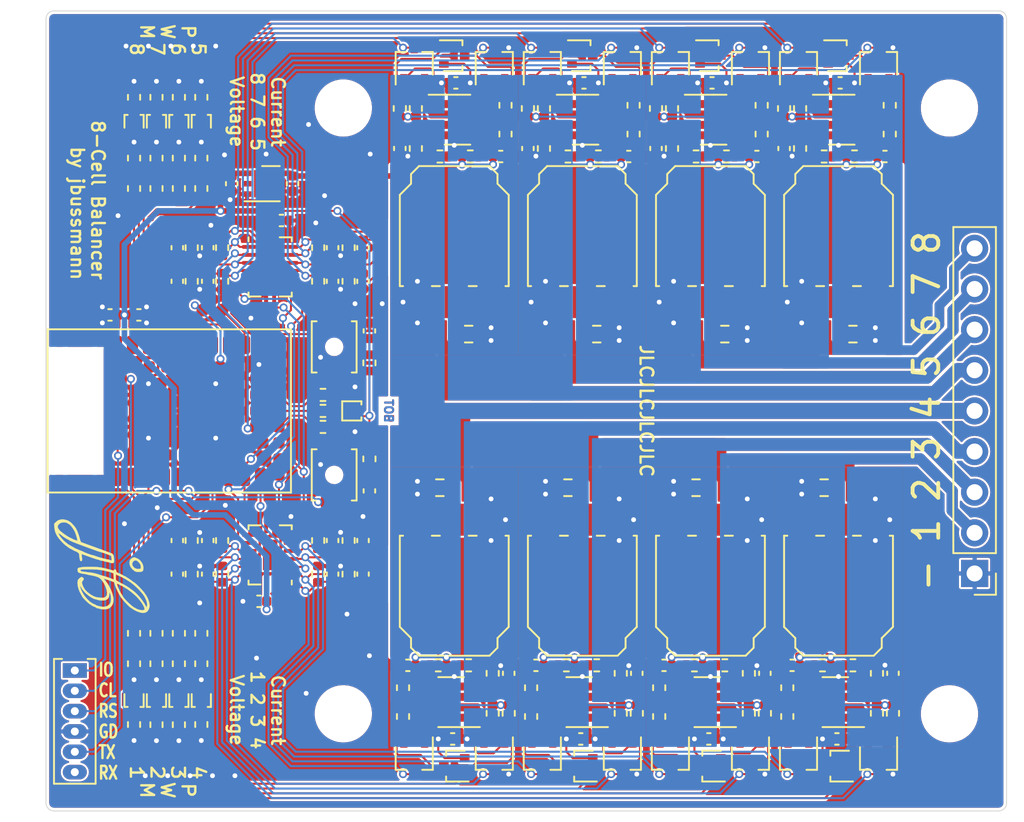
<source format=kicad_pcb>
(kicad_pcb (version 20211014) (generator pcbnew)
  (layers (0 "F.Cu" signal) (31 "B.Cu" signal) (34 "B.Paste" user) (35 "F.Paste" user) (36 "B.SilkS" user "B.Silkscreen") (37 "F.SilkS" user "F.Silkscreen") (38 "B.Mask" user) (39 "F.Mask" user) (44 "Edge.Cuts" user))
  (net 0 "")
  (net 1 "GND")
  (net 2 "Net-(C9-Pad1)")
  (net 3 "Net-(C11-Pad1)")
  (net 4 "Net-(C14-Pad1)")
  (net 5 "Net-(Q21-Pad1)")
  (net 6 "Net-(C16-Pad1)")
  (net 7 "Net-(C19-Pad1)")
  (net 8 "Net-(C31-Pad1)")
  (net 9 "Net-(Q31-Pad1)")
  (net 10 "Net-(C34-Pad1)")
  (net 11 "Net-(Q36-Pad1)")
  (net 12 "Net-(C39-Pad1)")
  (net 13 "Net-(C41-Pad1)")
  (net 14 "Net-(C44-Pad1)")
  (net 15 "Net-(C46-Pad1)")
  (net 16 "Net-(D1-Pad1)")
  (net 17 "Net-(D1-Pad2)")
  (net 18 "Net-(Q20-Pad1)")
  (net 19 "Net-(D1-Pad3)")
  (net 20 "Net-(Q25-Pad1)")
  (net 21 "Net-(Q1-Pad1)")
  (net 22 "Net-(Q35-Pad1)")
  (net 23 "Net-(Q1-Pad2)")
  (net 24 "Net-(Q40-Pad1)")
  (net 25 "Net-(Q1-Pad3)")
  (net 26 "Net-(Q2-Pad3)")
  (net 27 "Net-(Q3-Pad2)")
  (net 28 "Net-(Q4-Pad1)")
  (net 29 "Net-(Q4-Pad2)")
  (net 30 "Net-(Q30-Pad1)")
  (net 31 "Net-(Q26-Pad1)")
  (net 32 "Net-(Q5-Pad1)")
  (net 33 "Net-(Q5-Pad2)")
  (net 34 "Net-(Q10-Pad1)")
  (net 35 "Net-(Q6-Pad1)")
  (net 36 "Net-(Q6-Pad2)")
  (net 37 "Net-(Q34-Pad2)")
  (net 38 "Net-(Q30-Pad2)")
  (net 39 "Net-(Q6-Pad3)")
  (net 40 "Net-(Q8-Pad2)")
  (net 41 "Net-(Q9-Pad2)")
  (net 42 "Net-(Q10-Pad2)")
  (net 43 "Net-(Q11-Pad1)")
  (net 44 "Net-(Q9-Pad1)")
  (net 45 "Net-(Q11-Pad3)")
  (net 46 "Net-(Q13-Pad2)")
  (net 47 "Net-(Q14-Pad2)")
  (net 48 "Net-(Q15-Pad1)")
  (net 49 "Net-(Q15-Pad2)")
  (net 50 "Net-(Q16-Pad1)")
  (net 51 "Net-(Q14-Pad1)")
  (net 52 "Net-(Q19-Pad2)")
  (net 53 "Net-(Q20-Pad2)")
  (net 54 "Net-(Q24-Pad2)")
  (net 55 "Net-(Q25-Pad2)")
  (net 56 "Net-(Q16-Pad3)")
  (net 57 "Net-(Q29-Pad2)")
  (net 58 "Net-(Q18-Pad2)")
  (net 59 "Net-(Q19-Pad1)")
  (net 60 "Net-(Q35-Pad2)")
  (net 61 "Net-(Q21-Pad3)")
  (net 62 "Net-(Q39-Pad2)")
  (net 63 "Net-(Q40-Pad2)")
  (net 64 "Net-(Q23-Pad2)")
  (net 65 "Net-(Q24-Pad1)")
  (net 66 "+3.3V")
  (net 67 "Net-(Q26-Pad3)")
  (net 68 "Net-(Q28-Pad2)")
  (net 69 "Net-(Q29-Pad1)")
  (net 70 "Net-(Q31-Pad3)")
  (net 71 "Net-(Q33-Pad2)")
  (net 72 "Net-(Q34-Pad1)")
  (net 73 "Net-(Q36-Pad3)")
  (net 74 "Net-(Q38-Pad2)")
  (net 75 "Net-(Q39-Pad1)")
  (net 76 "Net-(TP1-Pad1)")
  (net 77 "Net-(TP2-Pad1)")
  (net 92 "Net-(Q11-Pad2)")
  (net 93 "Net-(Q16-Pad2)")
  (net 94 "Net-(Q21-Pad2)")
  (net 95 "Net-(Q26-Pad2)")
  (net 96 "Net-(Q31-Pad2)")
  (net 97 "Net-(Q36-Pad2)")
  (net 99 "Net-(C26-Pad1)")
  (net 100 "Net-(C29-Pad1)")
  (net 106 "Net-(C36-Pad1)")
  (net 110 "Net-(C24-Pad1)")
  (net 111 "Net-(C21-Pad1)")
  (net 114 "Net-(NT1-Pad2)")
  (net 115 "Net-(NT2-Pad2)")
  (net 116 "Net-(NT3-Pad2)")
  (net 117 "Net-(NT4-Pad2)")
  (net 118 "Net-(NT5-Pad2)")
  (net 119 "Net-(NT6-Pad2)")
  (net 120 "Net-(NT7-Pad2)")
  (net 121 "Net-(NT8-Pad2)")
  (net 122 "Net-(Q7-Pad3)")
  (net 123 "Net-(Q12-Pad3)")
  (net 124 "Net-(Q17-Pad3)")
  (net 125 "Net-(Q22-Pad3)")
  (net 126 "Net-(Q27-Pad3)")
  (net 127 "Net-(Q32-Pad3)")
  (net 128 "Net-(Q37-Pad3)")
  (net 130 "/Supply")
  (net 131 "/SWD_~{RST}")
  (net 132 "/BUTTON")
  (net 133 "/RX")
  (net 134 "/TX")
  (net 135 "/SWDCLK")
  (net 136 "/SWDIO")
  (net 137 "/LED_R")
  (net 138 "/LED_G")
  (net 139 "/LED_B")
  (net 140 "/VoltageCell4")
  (net 141 "/VoltageCell3")
  (net 142 "/VoltageCell2")
  (net 143 "/VoltageCell1")
  (net 144 "/MuxS0")
  (net 145 "/MuxS1")
  (net 146 "/MuxS2")
  (net 147 "/~{MuxEN}")
  (net 148 "/CurrentCell1")
  (net 149 "/CurrentCell2")
  (net 150 "/LowerMux_ADC")
  (net 151 "/CurrentCell3")
  (net 152 "/CurrentCell4")
  (net 153 "/CurrentCell8")
  (net 154 "/CurrentCell7")
  (net 155 "/CurrentCell6")
  (net 156 "/CurrentCell5")
  (net 157 "/VoltageCell5")
  (net 158 "/VoltageCell6")
  (net 159 "/UpperMux_ADC")
  (net 160 "/VoltageCell7")
  (net 161 "/VoltageCell8")
  (net 162 "/Balance4")
  (net 163 "/Balance3")
  (net 164 "/Balance2")
  (net 165 "/Balance1")
  (net 166 "/Balance8")
  (net 167 "/Balance7")
  (net 168 "/Balance6")
  (net 169 "/Balance5")
  (net 170 "/Balancer8/Cell+")
  (net 171 "/Balancer7/Cell+")
  (net 172 "/Balancer6/Cell+")
  (net 173 "/Balancer5/Cell+")
  (net 174 "/Balancer3/Cell+")
  (net 175 "/Balancer2/Cell+")
  (net 176 "/Balancer1/Cell+")
  (footprint "0_ProjectLibrary:QFN-16-1EP_2.5x3.5mm_P0.5mm_EP1x2.5mm" (layer "F.Cu") (at -16 -9)
    (fp_text reference "U3" hide)
    (fp_text value "74HC4051")
  )
  (footprint "0_ProjectLibrary:QFN-16-1EP_2.5x3.5mm_P0.5mm_EP1x2.5mm" (layer "F.Cu") (at -16 9 180)
    (fp_text reference "U2" hide)
    (fp_text value "74HC4051")
  )
  (footprint "Connector_PinHeader_2.54mm:PinHeader_1x09_P2.54mm_Vertical" (layer "F.Cu") (at 28 10.16 180)
    (fp_text reference "J1" hide)
    (fp_text value "Balance")
  )
  (footprint "0_ProjectLibrary:LED_RGB_1x1mm" (layer "F.Cu") (at -10.9 0 -90)
    (fp_text reference "D1" hide)
    (fp_text value "LED")
  )
  (footprint "Capacitor_SMD:C_0402_1005Metric" (layer "F.Cu") (at 16.6 15.9)
    (fp_text reference "C9" hide)
    (fp_text value "100n")
  )
  (footprint "Capacitor_SMD:C_0402_1005Metric" (layer "F.Cu") (at 19.4 20.5)
    (fp_text reference "C10" hide)
    (fp_text value "100n")
  )
  (footprint "Resistor_SMD:R_0402_1005Metric" (layer "F.Cu") (at -11.1 -10.2 -90)
    (fp_text reference "R96" hide)
    (fp_text value "330k")
  )
  (footprint "Package_TO_SOT_SMD:SOT-323_SC-70" (layer "F.Cu") (at -2 -21.7 90)
    (fp_text reference "Q25" hide)
    (fp_text value "BSS84AKW")
  )
  (footprint "Resistor_SMD:R_0402_1005Metric" (layer "F.Cu") (at -13 8.1 90)
    (fp_text reference "R18" hide)
    (fp_text value "330k")
  )
  (footprint "Resistor_SMD:R_0603_1608Metric" (layer "F.Cu") (at 20.4 -4.8 180)
    (fp_text reference "R103" hide)
    (fp_text value "0R1")
  )
  (footprint "Resistor_SMD:R_0402_1005Metric" (layer "F.Cu") (at -13 10.2 90)
    (fp_text reference "R57" hide)
    (fp_text value "330k")
  )
  (footprint "Package_TO_SOT_SMD:SOT-323_SC-70" (layer "F.Cu") (at 14 21.7 -90)
    (fp_text reference "Q9" hide)
    (fp_text value "BSS84AKW")
  )
  (footprint "Capacitor_SMD:C_0402_1005Metric" (layer "F.Cu") (at -9.8 5 -90)
    (fp_text reference "C5" hide)
    (fp_text value "100n")
  )
  (footprint "Resistor_SMD:R_0402_1005Metric" (layer "F.Cu") (at 9.1 -18.9 90)
    (fp_text reference "R93" hide)
    (fp_text value "100k")
  )
  (footprint "Resistor_SMD:R_0402_1005Metric" (layer "F.Cu") (at -20.3 -13.9 -90)
    (fp_text reference "R58" hide)
    (fp_text value "1k")
  )
  (footprint "Resistor_SMD:R_0603_1608Metric" (layer "F.Cu") (at 4.4 -4.8 180)
    (fp_text reference "R77" hide)
    (fp_text value "0R1")
  )
  (footprint "0_ProjectLibrary:TestPoint_Pad_D1.0mm" (layer "F.Cu") (at -9.2 -10.7)
    (fp_text reference "TP23" hide)
    (fp_text value "Current")
  )
  (footprint "Resistor_SMD:R_0402_1005Metric" (layer "F.Cu") (at -11.1 8.1 90)
    (fp_text reference "R31" hide)
    (fp_text value "330k")
  )
  (footprint "Resistor_SMD:R_0402_1005Metric" (layer "F.Cu") (at -24.5 15.8 -90)
    (fp_text reference "R7" hide)
    (fp_text value "100k")
  )
  (footprint "0_ProjectLibrary:TestPoint_Pad_D1.0mm" (layer "F.Cu") (at -19 -6.3 180)
    (fp_text reference "TP2" hide)
    (fp_text value "P0.14")
  )
  (footprint "Capacitor_SMD:C_0402_1005Metric" (layer "F.Cu") (at -19.9 8.1 90)
    (fp_text reference "C12" hide)
    (fp_text value "100n")
  )
  (footprint "Capacitor_SMD:C_0402_1005Metric" (layer "F.Cu") (at 8.6 15.9)
    (fp_text reference "C14" hide)
    (fp_text value "100n")
  )
  (footprint "Resistor_SMD:R_0402_1005Metric" (layer "F.Cu") (at 16.1 -18.9 90)
    (fp_text reference "R100" hide)
    (fp_text value "10k")
  )
  (footprint "Package_TO_SOT_SMD:SOT-323_SC-70" (layer "F.Cu") (at -7 21.7 -90)
    (fp_text reference "Q20" hide)
    (fp_text value "BSS84AKW")
  )
  (footprint "Resistor_SMD:R_0402_1005Metric" (layer "F.Cu") (at -19 -10.2 -90)
    (fp_text reference "R107" hide)
    (fp_text value "270k")
  )
  (footprint "Package_TO_SOT_SMD:SOT-416" (layer "F.Cu") (at 3.5 22.2 180)
    (fp_text reference "Q12" hide)
    (fp_text value "2SA1832")
  )
  (footprint "Resistor_SMD:R_0402_1005Metric" (layer "F.Cu") (at -5.4 -15.9)
    (fp_text reference "R65" hide)
    (fp_text value "100k")
  )
  (footprint "Package_TO_SOT_SMD:SOT-323_SC-70" (layer "F.Cu") (at 17 21.7 -90)
    (fp_text reference "Q5" hide)
    (fp_text value "BSS84AKW")
  )
  (footprint "Resistor_SMD:R_0402_1005Metric" (layer "F.Cu") (at -23.1 13.9 90)
    (fp_text reference "R19" hide)
    (fp_text value "1k")
  )
  (footprint "Resistor_SMD:R_0402_1005Metric" (layer "F.Cu") (at 21.9 18.9 -90)
    (fp_text reference "R15" hide)
    (fp_text value "100k")
  )
  (footprint "0_ProjectLibrary:Button_B3U-1000" (layer "F.Cu") (at -12 4 90)
    (fp_text reference "SW1" hide)
    (fp_text value "Reset")
  )
  (footprint "Resistor_SMD:R_0402_1005Metric" (layer "F.Cu") (at -23.1 -19.6 90)
    (fp_text reference "R86" hide)
    (fp_text value "10k")
  )
  (footprint "Capacitor_SMD:C_0402_1005Metric" (layer "F.Cu") (at -1.6 -15.9 180)
    (fp_text reference "C29" hide)
    (fp_text value "100n")
  )
  (footprint "Capacitor_SMD:C_0402_1005Metric" (layer "F.Cu") (at -12.1 -10.2 -90)
    (fp_text reference "C48" hide)
    (fp_text value "100n")
  )
  (footprint "0_ProjectLibrary:TestPoint_Pad_D1.0mm" (layer "F.Cu") (at -22.8 -8.7)
    (fp_text reference "TP16" hide)
    (fp_text value "Voltage")
  )
  (footprint "0_ProjectLibrary:TestPoint_Pad_D1.0mm" (layer "F.Cu") (at -22.8 11.7)
    (fp_text reference "TP13" hide)
    (fp_text value "Voltage")
  )
  (footprint "Capacitor_SMD:C_0402_1005Metric" (layer "F.Cu") (at 16.1 -16.4 -90)
    (fp_text reference "C46" hide)
    (fp_text value "100n")
  )
  (footprint "Resistor_SMD:R_0402_1005Metric" (layer "F.Cu") (at 22.7 -19.1 -90)
    (fp_text reference "R101" hide)
    (fp_text value "10k")
  )
  (footprint "Resistor_SMD:R_0402_1005Metric" (layer "F.Cu") (at -21.7 -19.6 90)
    (fp_text reference "R73" hide)
    (fp_text value "10k")
  )
  (footprint "Resistor_SMD:R_0603_1608Metric" (layer "F.Cu") (at 10.6 4.8)
    (fp_text reference "R25" hide)
    (fp_text value "0R1")
  )
  (footprint "Resistor_SMD:R_0402_1005Metric" (layer "F.Cu") (at 8.3 19.1 90)
    (fp_text reference "R23" hide)
    (fp_text value "10k")
  )
  (footprint "Resistor_SMD:R_0402_1005Metric" (layer "F.Cu") (at 13.9 16.4 90)
    (fp_text reference "R27" hide)
    (fp_text value "270k")
  )
  (footprint "Resistor_SMD:R_0402_1005Metric" (layer "F.Cu") (at -23.1 15.8 -90)
    (fp_text reference "R20" hide)
    (fp_text value "100k")
  )
  (footprint "Capacitor_SMD:C_0402_1005Metric" (layer "F.Cu") (at -9.8 -5 90)
    (fp_text reference "C6" hide)
    (fp_text value "100n")
  )
  (footprint "Resistor_SMD:R_0603_1608Metric" (layer "F.Cu") (at -5.4 4.8)
    (fp_text reference "R51" hide)
    (fp_text value "0R1")
  )
  (footprint "Capacitor_SMD:C_0402_1005Metric" (layer "F.Cu") (at -10.2 10.2 90)
    (fp_text reference "C23" hide)
    (fp_text value "100n")
  )
  (footprint "Capacitor_SMD:C_0402_1005Metric" (layer "F.Cu") (at 6.9 16.4 90)
    (fp_text reference "C21" hide)
    (fp_text value "100n")
  )
  (footprint "Package_TO_SOT_SMD:SOT-23-8" (layer "F.Cu") (at 19.3 18.2 180)
    (fp_text reference "U5" hide)
    (fp_text value "TLV9052")
  )
  (footprint "Capacitor_SMD:C_0402_1005Metric" (layer "F.Cu") (at -12.1 -8.1 -90)
    (fp_text reference "C33" hide)
    (fp_text value "100n")
  )
  (footprint "Capacitor_SMD:C_0402_1005Metric" (layer "F.Cu") (at -1.1 16.4 90)
    (fp_text reference "C26" hide)
    (fp_text value "100n")
  )
  (footprint "Resistor_SMD:R_0402_1005Metric" (layer "F.Cu") (at -7.9 -18.9 90)
    (fp_text reference "R61" hide)
    (fp_text value "10k")
  )
  (footprint "Package_TO_SOT_SMD:SOT-23-8" (layer "F.Cu") (at 3.3 18.2 180)
    (fp_text reference "U7" hide)
    (fp_text value "TLV9052")
  )
  (footprint "0_ProjectLibrary:NetTie-2_SMD_Pad0.127mm" (layer "F.Cu") (at 18.1984 4.8)
    (fp_text reference "NT1" hide)
    (fp_text value "NetTie_2")
  )
  (footprint "0_ProjectLibrary:TestPoint_Pad_D1.0mm" (layer "F.Cu") (at -22.8 -9.7)
    (fp_text reference "TP19" hide)
    (fp_text value "Voltage")
  )
  (footprint "0_ProjectLibrary:DFN1010-3" (layer "F.Cu") (at -20.3 -17.8 180)
    (fp_text reference "Q21" hide)
    (fp_text value "PMXB360ENEA")
  )
  (footprint "Resistor_SMD:R_0402_1005Metric" (layer "F.Cu") (at -5.5 15.9)
    (fp_text reference "R50" hide)
    (fp_text value "100k")
  )
  (footprint "0_ProjectLibrary:PinHeader_1x06_P1.27mm_Vertical" (layer "F.Cu") (at -28.2 19.4)
    (fp_text reference "J2" hide)
    (fp_text value "Conn_01x06")
  )
  (footprint "Resistor_SMD:R_0402_1005Metric" (layer "F.Cu") (at -2.1 16.4 90)
    (fp_text reference "R53" hide)
    (fp_text value "270k")
  )
  (footprint "0_ProjectLibrary:TestPoint_Pad_D1.0mm" (layer "F.Cu") (at -9.2 -8.7)
    (fp_text reference "TP17" hide)
    (fp_text value "Current")
  )
  (footprint "Resistor_SMD:R_0402_1005Metric" (layer "F.Cu") (at -1.3 -17.3 90)
    (fp_text reference "R69" hide)
    (fp_text value "10k")
  )
  (footprint "Capacitor_SMD:C_0402_1005Metric" (layer "F.Cu") (at -7.4 15.9)
    (fp_text reference "C24" hide)
    (fp_text value "100n")
  )
  (footprint "Resistor_SMD:R_0402_1005Metric" (layer "F.Cu") (at -6.9 -16.4 -90)
    (fp_text reference "R66" hide)
    (fp_text value "270k")
  )
  (footprint "Resistor_SMD:R_0402_1005Metric" (layer "F.Cu") (at 4.5 -15.9 180)
    (fp_text reference "R76" hide)
    (fp_text value "100k")
  )
  (footprint "Capacitor_SMD:C_0402_1005Metric" (layer "F.Cu") (at 11.4 20.5)
    (fp_text reference "C15" hide)
    (fp_text value "100n")
  )
  (footprint "Resistor_SMD:R_0402_1005Metric" (layer "F.Cu") (at 0.3 17.3 -90)
    (fp_text reference "R43" hide)
    (fp_text value "10k")
  )
  (footprint "Capacitor_SMD:C_0402_1005Metric" (layer "F.Cu") (at -10.2 -10.2 -90)
    (fp_text reference "C43" hide)
    (fp_text value "100n")
  )
  (footprint "Package_TO_SOT_SMD:SOT-323_SC-70" (layer "F.Cu") (at 1 21.7 -90)
    (fp_text reference "Q15" hide)
    (fp_text value "BSS84AKW")
  )
  (footprint "0_ProjectLibrary:Wakefield_960-31-xx-D" (layer "F.Cu") (at 7.5 0)
    (fp_text reference "REF**" hide)
    (fp_text value "Wakefield_960-31-xx-D")
  )
  (footprint "Resistor_SMD:R_0402_1005Metric" (layer "F.Cu") (at -19 10.2 90)
    (fp_text reference "R55" hide)
    (fp_text value "270k")
  )
  (footprint "Package_TO_SOT_SMD:SOT-323_SC-70" (layer "F.Cu") (at 6 -21.7 90)
    (fp_text reference "Q30" hide)
    (fp_text value "BSS84AKW")
  )
  (footprint "Resistor_SMD:R_0402_1005Metric" (layer "F.Cu") (at -2.1 18.9 -90)
    (fp_text reference "R54" hide)
    (fp_text value "100k")
  )
  (footprint "Resistor_SMD:R_0402_1005Metric" (layer "F.Cu") (at -24.5 -15.8 90)
    (fp_text reference "R98" hide)
    (fp_text value "100k")
  )
  (footprint "Resistor_SMD:R_0402_1005Metric" (layer "F.Cu") (at 14.9 18.9 -90)
    (fp_text reference "R22" hide)
    (fp_text value "10k")
  )
  (footprint "Resistor_SMD:R_0402_1005Metric" (layer "F.Cu") (at 18.6 -15.9)
    (fp_text reference "R104" hide)
    (fp_text value "100k")
  )
  (footprint "Resistor_SMD:R_0402_1005Metric" (layer "F.Cu") (at -21.7 13.9 90)
    (fp_text reference "R32" hide)
    (fp_text value "1k")
  )
  (footprint "0_ProjectLibrary:TestPoint_Pad_D1.0mm" (layer "F.Cu") (at -22.8 8.7)
    (fp_text reference "TP4" hide)
    (fp_text value "Voltage")
  )
  (footprint "0_ProjectLibrary:TestPoint_Pad_D1.0mm" (layer "F.Cu") (at -22.8 10.7)
    (fp_text reference "TP10" hide)
    (fp_text value "Voltage")
  )
  (footprint "Resistor_SMD:R_0402_1005Metric" (layer "F.Cu") (at 8.1 -18.9 90)
    (fp_text reference "R87" hide)
    (fp_text value "10k")
  )
  (footprint "Resistor_SMD:R_0402_1005Metric" (layer "F.Cu") (at 14.7 -17.3 90)
    (fp_text reference "R95" hide)
    (fp_text value "10k")
  )
  (footprint "0_ProjectLibrary:TestPoint_Pad_D1.0mm" (layer "F.Cu") (at -9.2 8.7)
    (fp_text reference "TP5" hide)
    (fp_text value "Current")
  )
  (footprint "Resistor_SMD:R_0402_1005Metric" (layer "F.Cu") (at 16.3 19.1 90)
    (fp_text reference "R10" hide)
    (fp_text value "10k")
  )
  (footprint "Resistor_SMD:R_0402_1005Metric" (layer "F.Cu") (at -11.1 10.2 90)
    (fp_text reference "R44" hide)
    (fp_text value "330k")
  )
  (footprint "Resistor_SMD:R_0402_1005Metric" (layer "F.Cu") (at -24.5 19.6 -90)
    (fp_text reference "R8" hide)
    (fp_text value "10k")
  )
  (footprint "0_ProjectLibrary:TO-251-3_Flipped" (layer "F.Cu") (at 3.5 11 180)
    (fp_text reference "Q13" hide)
    (fp_text value "IRLU120NPBF")
  )
  (footprint "Package_TO_SOT_SMD:SOT-23-8" (layer "F.Cu") (at 19.7 -18.2)
    (fp_text reference "U12" hide)
    (fp_text value "TLV9052")
  )
  (footprint "Resistor_SMD:R_0402_1005Metric" (layer "F.Cu") (at 4.4 15.9 180)
    (fp_text reference "R39" hide)
    (fp_text value "100k")
  )
  (footprint "Package_TO_SOT_SMD:SOT-323_SC-70" (layer "F.Cu") (at 22 21.7 -90)
    (fp_text reference "Q4" hide)
    (fp_text value "BSS84AKW")
  )
  (footprint "Resistor_SMD:R_0402_1005Metric" (layer "F.Cu") (at 8.3 17.3 -90)
    (fp_text reference "R30" hide)
    (fp_text value "10k")
  )
  (footprint "Package_TO_SOT_SMD:SOT-416" (layer "F.Cu") (at 11.5 22.2 180)
    (fp_text reference "Q7" hide)
    (fp_text value "2SA1832")
  )
  (footprint "Resistor_SMD:R_0402_1005Metric" (layer "F.Cu") (at 20.5 -15.9 180)
    (fp_text reference "R102" hide)
    (fp_text value "100k")
  )
  (footprint "Resistor_SMD:R_0402_1005Metric" (layer "F.Cu") (at 0.3 19.1 90)
    (fp_text reference "R36" hide)
    (fp_text value "10k")
  )
  (footprint "Capacitor_SMD:C_0402_1005Metric" (layer "F.Cu") (at -19.9 -8.1 -90)
    (fp_text reference "C32" hide)
    (fp_text value "100n")
  )
  (footprint "Resistor_SMD:R_0402_1005Metric" (layer "F.Cu") (at -21.7 15.8 -90)
    (fp_text reference "R33" hide)
    (fp_text value "100k")
  )
  (footprint "Resistor_SMD:R_0402_1005Metric" (layer "F.Cu") (at -9.8 3 -90)
    (fp_text reference "R1" hide)
    (fp_text value "51k")
  )
  (footprint "0_ProjectLibrary:DFN1010-3" (layer "F.Cu") (at -20.3 17.8)
    (fp_text reference "Q16" hide)
    (fp_text value "PMXB360ENEA")
  )
  (footprint "0_ProjectLibrary:TestPoint_Pad_D1.0mm" (layer "F.Cu") (at -24.5 21.6)
    (fp_text reference "TP3" hide)
    (fp_text value "PWM")
  )
  (footprint "0_ProjectLibrary:TestPoint_Pad_D1.0mm" (layer "F.Cu") (at -23.1 -21.6)
    (fp_text reference "TP21" hide)
    (fp_text value "PWM")
  )
  (footprint "Resistor_SMD:R_0603_1608Metric" (layer "F.Cu") (at -3.6 -4.8 180)
    (fp_text reference "R64" hide)
    (fp_text value "0R1")
  )
  (footprint "Resistor_SMD:R_0402_1005Metric" (layer "F.Cu") (at 16.3 17.3 -90)
    (fp_text reference "R17" hide)
    (fp_text value "10k")
  )
  (footprint "Resistor_SMD:R_0402_1005Metric" (layer "F.Cu") (at 20.4 15.9 180)
    (fp_text reference "R13" hide)
    (fp_text value "100k")
  )
  (footprint "Package_TO_SOT_SMD:SOT-323_SC-70" (layer "F.Cu") (at 1 -21.7 90)
    (fp_text reference "Q29" hide)
    (fp_text value "BSS84AKW")
  )
  (footprint "Capacitor_SMD:C_0402_1005Metric" (layer "F.Cu") (at -21.8 10.2 90)
    (fp_text reference "C22" hide)
    (fp_text value "100n")
  )
  (footprint "Resistor_SMD:R_0402_1005Metric" (layer "F.Cu") (at 5.9 16.4 90)
    (fp_text reference "R40" hide)
    (fp_text value "270k")
  )
  (footprint "0_ProjectLibrary:TestPoint_Pad_D1.0mm" (layer "F.Cu") (at -21.7 -21.6)
    (fp_text reference "TP18" hide)
    (fp_text value "PWM")
  )
  (footprint "0_ProjectLibrary:TestPoint_Pad_D1.0mm" (layer "F.Cu") (at -9.2 -9.7)
    (fp_text reference "TP20" hide)
    (fp_text value "Current")
  )
  (footprint "Capacitor_SMD:C_0402_1005Metric" (layer "F.Cu") (at 0.6 15.9)
    (fp_text reference "C19" hide)
    (fp_text value "100n")
  )
  (footprint "Resistor_SMD:R_0402_1005Metric" (layer "F.Cu") (at -12.7 -1 180)
    (fp_text reference "R5" hide)
    (fp_text value "1.8k")
  )
  (footprint "0_ProjectLibrary:TestPoint_Pad_D1.0mm" (layer "F.Cu") (at -20.3 -21.6)
    (fp_text reference "TP15" hide)
    (fp_text value "PWM")
  )
  (footprint "Capacitor_SMD:C_0402_1005Metric" (layer "F.Cu") (at 22.4 -15.9 180)
    (fp_text reference "C44" hide)
    (fp_text value "100n")
  )
  (footprint "0_ProjectLibrary:DFN1010-3" (layer "F.Cu") (at -23.1 -17.8 180)
    (fp_text reference "Q31" hide)
    (fp_text value "PMXB360ENEA")
  )
  (footprint "Resistor_SMD:R_0402_1005Metric" (layer "F.Cu") (at -23.1 19.61 -90)
    (fp_text reference "R21" hide)
    (fp_text value "10k")
  )
  (footprint "0_ProjectLibrary:NetTie-2_SMD_Pad0.127mm" (layer "F.Cu") (at 20.8016 -4.8 180)
    (fp_text reference "NT8" hide)
    (fp_text value "NetTie_2")
  )
  (footprint "0_ProjectLibrary:DFN1010-3" (layer "F.Cu") (at -21.7 -17.8 180)
    (fp_text reference "Q26" hide)
    (fp_text value "PMXB360ENEA")
  )
  (footprint "Resistor_SMD:R_0402_1005Metric" (layer "F.Cu") (at -24.5 -13.9 -90)
    (fp_text reference "R97" hide)
    (fp_text value "1k")
  )
  (footprint "Capacitor_SMD:C_0402_1005Metric" (layer "F.Cu") (at -19.9 -10.2 -90)
    (fp_text reference "C47" hide)
    (fp_text value "100n")
  )
  (footprint "0_ProjectLibrary:NetTie-2_SMD_Pad0.127mm" (layer "F.Cu") (at -3.1984 -4.8 180)
    (fp_text reference "NT5" hide)
    (fp_text value "NetTie_2")
  )
  (footprint "Package_TO_SOT_SMD:SOT-416" (layer "F.Cu") (at 3.5 -22.2)
    (fp_text reference "Q27" hide)
    (fp_text value "2SA1832")
  )
  (footprint "Resistor_SMD:R_0402_1005Metric" (layer "F.Cu") (at 17.1 -16.4 -90)
    (fp_text reference "R105" hide)
    (fp_text value "270k")
  )
  (footprint "Resistor_SMD:R_0402_1005Metric" (layer "F.Cu") (at 2.5 15.9)
    (fp_text reference "R37" hide)
    (fp_text value "100k")
  )
  (footprint "Package_TO_SOT_SMD:SOT-416" (layer "F.Cu") (at -4.5 -22.2)
    (fp_text reference "Q22" hide)
    (fp_text value "2SA1832")
  )
  (footprint "Package_TO_SOT_SMD:SOT-323_SC-70" (layer "F.Cu") (at 22 -21.7 90)
    (fp_text reference "Q40" hide)
    (fp_text value "BSS84AKW")
  )
  (footprint "Package_TO_SOT_SMD:SOT-23-8" (layer "F.Cu") (at -4.3 -18.2)
    (fp_text reference "U9" hide)
    (fp_text value "TLV9052")
  )
  (footprint "Capacitor_SMD:C_0402_1005Metric" (layer "F.Cu") (at 3.4 20.5)
    (fp_text reference "C20" hide)
    (fp_text value "100n")
  )
  (footprint "Package_TO_SOT_SMD:SOT-416" (layer "F.Cu") (at 19.5 -22.2)
    (fp_text reference "Q37" hide)
    (fp_text value "2SA1832")
  )
  (footprint "Resistor_SMD:R_0402_1005Metric" (layer "F.Cu") (at 12.4 15.9 180)
    (fp_text reference "R26" hide)
    (fp_text value "100k")
  )
  (footprint "0_ProjectLibrary:TestPoint_Pad_D1.0mm" (layer "F.Cu") (at -23.1 21.6)
    (fp_text reference "TP6" hide)
    (fp_text value "PWM")
  )
  (footprint "Resistor_SMD:R_0402_1005Metric" (layer "F.Cu") (at -20.9 8.1 90)
    (fp_text reference "R29" hide)
    (fp_text value "270k")
  )
  (footprint "Resistor_SMD:R_0402_1005Metric" (layer "F.Cu") (at -9.8 -3 90)
    (fp_text reference "R2" hide)
    (fp_text value "51k")
  )
  (footprint "Resistor_SMD:R_0402_1005Metric" (layer "F.Cu") (at -20.9 -10.2 -90)
    (fp_text reference "R94" hide)
    (fp_text value "270k")
  )
  (footprint "Resistor_SMD:R_0402_1005Metric" (layer "F.Cu") (at 21.9 16.4 90)
    (fp_text reference "R14" hide)
    (fp_text value "270k")
  )
  (footprint "Resistor_SMD:R_0402_1005Metric" (layer "F.Cu") (at 10.5 15.9)
    (fp_text reference "R24" hide)
    (fp_text value "100k")
  )
  (footprint "0_ProjectLibrary:NetTie-2_SMD_Pad0.127mm" (layer "F.Cu") (at 12.8016 -4.8 180)
    (fp_text reference "NT7" hide)
    (fp_text value "NetTie_2")
  )
  (footprint "Resistor_SMD:R_0402_1005Metric" (layer "F.Cu") (at 2.6 -15.9)
    (fp_text reference "R78" hide)
    (fp_text value "100k")
  )
  (footprint "Capacitor_SMD:C_0402_1005Metric" (layer "F.Cu") (at 3.6 -20.5 180)
    (fp_text reference "C35" hide)
    (fp_text value "100n")
  )
  (footprint "Package_TO_SOT_SMD:SOT-323_SC-70" (layer "F.Cu") (at -2 21.7 -90)
    (fp_text reference "Q19" hide)
    (fp_text value "BSS84AKW")
  )
  (footprint "Resistor_SMD:R_0402_1005Metric" (layer "F.Cu") (at -19 -8.1 -90)
    (fp_text reference "R68" hide)
    (fp_text value "270k")
  )
  (footprint "Resistor_SMD:R_0402_1005Metric" (layer "F.Cu") (at -1.1 18.9 -90)
    (fp_text reference "R48" hide)
    (fp_text value "10k")
  )
  (footprint "Resistor_SMD:R_0402_1005Metric" (layer "F.Cu") (at -21.7 19.61 -90)
    (fp_text reference "R34" hide)
    (fp_text value "10k")
  )
  (footprint "Resistor_SMD:R_0402_1005Metric" (layer "F.Cu") (at -1.3 -19.1 -90)
    (fp_text reference "R62" hide)
    (fp_text value "10k")
  )
  (footprint "Resistor_SMD:R_0402_1005Metric" (layer "F.Cu") (at 17.1 -18.9 90)
    (fp_text reference "R106" hide)
    (fp_text value "100k")
  )
  (footprint "Resistor_SMD:R_0402_1005Metric" (layer "F.Cu") (at 18.5 15.9)
    (fp_text reference "R11" hide)
    (fp_text value "100k")
  )
  (footprint "Capacitor_SMD:C_0402_1005Metric" (layer "F.Cu") (at -19.9 10.2 90)
    (fp_text reference "C27" hide)
    (fp_text value "100n")
  )
  (footprint "Resistor_SMD:R_0402_1005Metric" (layer "F.Cu") (at 5.9 18.9 -90)
    (fp_text reference "R41" hide)
    (fp_text value "100k")
  )
  (footprint "0_ProjectLibrary:TestPoint_Pad_D1.0mm" (layer "F.Cu") (at -22.8 -10.7)
    (fp_text reference "TP22" hide)
    (fp_text value "Voltage")
  )
  (footprint "Resistor_SMD:R_0402_1005Metric" (layer "F.Cu") (at 22.9 18.9 -90)
    (fp_text reference "R9" hide)
    (fp_text value "10k")
  )
  (footprint "0_ProjectLibrary:TestPoint_Pad_D1.0mm" (layer "F.Cu") (at -20.3 21.6)
    (fp_text reference "TP12" hide)
    (fp_text value "PWM")
  )
  (footprint "0_ProjectLibrary:jb_6mm" (layer "F.Cu") (at -26.5 9.7 -90)
    (fp_text reference "G***" hide)
    (fp_text value "LOGO" hide)
  )
  (footprint "0_ProjectLibrary:TO-251-3_Flipped" (layer "F.Cu") (at 3.5 -11)
    (fp_text reference "Q28" hide)
    (fp_text value "IRLU120NPBF")
  )
  (footprint "Capacitor_SMD:C_0402_1005Metric" (layer "F.Cu") (at 6.4 -15.9 180)
    (fp_text reference "C34" hide)
    (fp_text value "100n")
  )
  (footprint "0_ProjectLibrary:TestPoint_Pad_D1.0mm" (layer "F.Cu") (at -22.8 9.7)
    (fp_text reference "TP7" hide)
    (fp_text value "Voltage")
  )
  (footprint "Resistor_SMD:R_0402_1005Metric" (layer "F.Cu") (at -12.7 1 180)
    (fp_text reference "R3" hide)
    (fp_text value "1.8k")
  )
  (footprint "0_ProjectLibrary:TestPoint_Pad_D1.0mm" (layer "F.Cu") (at -9.2 -11.7)
    (fp_text reference "TP26" hide)
    (fp_text value "Current")
  )
  (footprint "Capacitor_SMD:C_0402_1005Metric" (layer "F.Cu") (at -18.4 -14.2 -90)
    (fp_text reference "C2" hide)
    (fp_text value "1u")
  )
  (footprint "Resistor_SMD:R_0402_1005Metric" (layer "F.Cu") (at 1.1 -18.9 90)
    (fp_text reference "R80" hide)
    (fp_text value "100k")
  )
  (footprint "0_ProjectLibrary:TO-251-3_Flipped" (layer "F.Cu") (at -4.5 11 180)
    (fp_text reference "Q18" hide)
    (fp_text value "IRLU120NPBF")
  )
  (footprint "0_ProjectLibrary:DFN1010-3" (layer "F.Cu") (at -21.7 17.8)
    (fp_text reference "Q11" hide)
    (fp_text value "PMXB360ENEA")
  )
  (footprint "Package_TO_SOT_SMD:SOT-23-8" (layer "F.Cu") (at 11.7 -18.2)
    (fp_text reference "U11" hide)
    (fp_text value "TLV9052")
  )
  (footprint "Resistor_SMD:R_0402_1005Metric" (layer "F.Cu") (at -24.5 -19.6 90)
    (fp_text reference "R99" hide)
    (fp_text value "10k")
  )
  (footprint "0_ProjectLibrary:TestPoint_Pad_D1.0mm" (layer "F.Cu") (at -9.2 11.7)
    (fp_text reference "TP14" hide)
    (fp_text value "Current")
  )
  (footprint "Resistor_SMD:R_0402_1005Metric" (layer "F.Cu") (at -13 -8.1 -90)
    (fp_text reference "R70" hide)
    (fp_text value "330k")
  )
  (footprint "Resistor_SMD:R_0402_1005Metric" (layer "F.Cu") (at 22.7 -17.3 90)
    (fp_text reference "R108" hide)
    (fp_text value "10k")
  )
  (footprint "Capacitor_SMD:C_0402_1005Metric" (layer "F.Cu") (at 22.9 16.4 90)
    (fp_text reference "C11" hide)
    (fp_text value "100n")
  )
  (footprint "Capacitor_SMD:C_0402_1005Metric" (layer "F.Cu") (at -24.2 -6)
    (fp_text reference "C7" hide)
    (fp_text value "100n")
  )
  (footprint "Capacitor_SMD:C_0402_1005Metric" (layer "F.Cu") (at 8.1 -16.4 -90)
    (fp_text reference "C41" hide)
    (fp_text value "100n")
  )
  (footprint "Capacitor_SMD:C_0402_1005Metric" (layer "F.Cu") (at -10.2 -8.1 -90)
    (fp_text reference "C38" hide)
    (fp_text value "100n")
  )
  (footprint "Resistor_SMD:R_0402_1005Metric" (layer "F.Cu") (at -12.7 0 180)
    (fp_text reference "R4" hide)
    (fp_text value "1.8k")
  )
  (footprint "0_ProjectLibrary:NetTie-2_SMD_Pad0.127mm" (layer "F.Cu") (at 4.8016 -4.8 180)
    (fp_text reference "NT6" hide)
    (fp_text value "NetTie_2")
  )
  (footprint "0_ProjectLibrary:TestPoint_Pad_D1.0mm" (layer "F.Cu") (at -9.2 10.7)
    (fp_text reference "TP11" hide)
    (fp_text value "Current")
  )
  (footprint "Package_TO_SOT_SMD:SOT-23-8" (layer "F.Cu") (at 3.7 -18.2)
    (fp_text reference "U10" hide)
    (fp_text value "TLV9052")
  )
  (footprint "Resistor_SMD:R_0402_1005Metric" (layer "F.Cu") (at 0.1 -18.9 90)
    (fp_text reference "R74" hide)
    (fp_text value "10k")
  )
  (footprint "Resistor_SMD:R_0402_1005Metric" (layer "F.Cu") (at -3.6 15.9 180)
    (fp_text reference "R52" hide)
    (fp_text value "100k")
  )
  (footprint "Capacitor_SMD:C_0402_1005Metric" (layer "F.Cu") (at -15.3 -11.9)
    (fp_text reference "C3" hide)
    (fp_text value "100n")
  )
  (footprint "Package_TO_SOT_SMD:SOT-416" (layer "F.Cu") (at 19.5 22.2 180)
    (fp_text reference "Q2" hide)
    (fp_text value "2SA1832")
  )
  (footprint "Resistor_SMD:R_0402_1005Metric" (layer "F.Cu") (at -23.1 -15.8 90)
    (fp_text reference "R85" hide)
    (fp_text value "100k")
  )
  (footprint "Package_TO_SOT_SMD:SOT-23-8" (layer "F.Cu") (at -4.7 18.2 180)
    (fp_text reference "U8" hide)
    (fp_text value "TLV9052")
  )
  (footprint "Resistor_SMD:R_0402_1005Metric" (layer "F.Cu") (at -7.7 17.3 -90)
    (fp_text reference "R56" hide)
    (fp_text value "10k")
  )
  (footprint "0_ProjectLibrary:TO-251-3_Flipped" (layer "F.Cu") (at 11.5 -11)
    (fp_text reference "Q33" hide)
    (fp_text value "IRLU120NPBF")
  )
  (footprint "Resistor_SMD:R_0402_1005Metric" (layer "F.Cu") (at -13 -10.2 -90)
    (fp_text reference "R109" hide)
    (fp_text value "330k")
  )
  (footprint "Package_TO_SOT_SMD:SOT-323_SC-70" (layer "F.Cu") (at 6 21.7 -90)
    (fp_text reference "Q14" hide)
    (fp_text value "BSS84AKW")
  )
  (footprint "Resistor_SMD:R_0402_1005Metric" (layer "F.Cu") (at 6.9 18.9 -90)
    (fp_text reference "R35" hide)
    (fp_text value "10k")
  )
  (footprint "Capacitor_SMD:C_0402_1005Metric" (layer "F.Cu") (at -10.2 8.1 90)
    (fp_text reference "C18" hide)
    (fp_text value "100n")
  )
  (footprint "Resistor_SMD:R_0402_1005Metric" (layer "F.Cu") (at -23.1 -13.9 -90)
    (fp_text reference "R84" hide)
    (fp_text value "1k")
  )
  (footprint "Capacitor_SMD:C_0402_1005Metric" (layer "F.Cu") (at -21.8 -10.2 -90)
    (fp_text reference "C42" hide)
    (fp_text value "100n")
  )
  (footprint "Capacitor_SMD:C_0402_1005Metric" (layer "F.Cu") (at 14.9 16.4 90)
    (fp_text reference "C16" hide)
    (fp_text value "100n")
  )
  (footprint "Resistor_SMD:R_0402_1005Metric" (layer "F.Cu") (at 13.9 18.9 -90)
    (fp_text reference "R28" hide)
    (fp_text value "100k")
  )
  (footprint "Capacitor_SMD:C_0402_1005Metric" (layer "F.Cu") (at 14.4 -15.9 180)
    (fp_text reference "C39" hide)
    (fp_text value "100n")
  )
  (footprint "Resistor_SMD:R_0402_1005Metric" (layer "F.Cu") (at -6.9 -18.9 90)
    (fp_text reference "R67" hide)
    (fp_text value "100k")
  )
  (footprint "Capacitor_SMD:C_0402_1005Metric" (layer "F.Cu") (at -4.6 20.5)
    (fp_text reference "C25" hide)
    (fp_text value "100n")
  )
  (footprint "Package_TO_SOT_SMD:SOT-323_SC-70" (layer "F.Cu") (at 14 -21.7 90)
    (fp_text reference "Q35" hide)
    (fp_text value "BSS84AKW")
  )
  (footprint "Capacitor_SMD:C_0402_1005Metric" (layer "F.Cu") (at -7.9 -16.4 -90)
    (fp_text reference "C31" hide)
    (fp_text value "100n")
  )
  (footprint "0_ProjectLibrary:DFN1010-3" (layer "F.Cu") (at -24.5 17.8)
    (fp_text reference "Q1" hide)
    (fp_text value "PMXB360ENEA")
  )
  (footprint "Resistor_SMD:R_0402_1005Metric" (layer "F.Cu") (at -20.3 19.6 -90)
    (fp_text reference "R47" hide)
    (fp_text value "10k")
  )
  (footprint "Resistor_SMD:R_0402_1005Metric" (layer "F.Cu") (at -19 8.1 90)
    (fp_text reference "R16" hide)
    (fp_text value "270k")
  )
  (footprint "Resistor_SMD:R_0603_1608Metric" (layer "F.Cu") (at 12.4 -4.8 180)
    (fp_text reference "R90" hide)
    (fp_text value "0R1")
  )
  (footprint "0_ProjectLibrary:DFN1010-3" (layer "F.Cu") (at -24.5 -17.8 180)
    (fp_text reference "Q36" hide)
    (fp_text value "PMXB360ENEA")
  )
  (footprint "Resistor_SMD:R_0402_1005Metric" (layer "F.Cu") (at -20.9 10.2 90)
    (fp_text reference "R42" hide)
    (fp_text value "270k")
  )
  (footprint "Capacitor_SMD:C_0402_1005Metric" (layer "F.Cu") (at 19.6 -20.5 180)
    (fp_text reference "C45" hide)
    (fp_text value "100n")
  )
  (footprint "Capacitor_SMD:C_0402_1005Metric" (layer "F.Cu") (at 0.1 -16.4 -90)
    (fp_text reference "C36" hide)
    (fp_text value "100n")
  )
  (footprint "Capacitor_SMD:C_0402_1005Metric" (layer "F.Cu") (at -12.1 8.1 90)
    (fp_text reference "C13" hide)
    (fp_text value "100n")
  )
  (footprint "0_ProjectLibrary:TestPoint_Pad_D1.0mm" (layer "F.Cu") (at -24.5 -21.6)
    (fp_text reference "TP24" hide)
    (fp_text value "PWM")
  )
  (footprint "Package_TO_SOT_SMD:SOT-323_SC-70" (layer "F.Cu") (at 9 -21.7 90)
    (fp_text reference "Q34" hide)
    (fp_text value "BSS84AKW")
  )
  (footprint "Resistor_SMD:R_0402_1005Metric" (layer "F.Cu") (at -20.9 -8.1 -90)
    (fp_text reference "R81" hide)
    (fp_text value "270k")
  )
  (footprint "0_ProjectLibrary:NetTie-2_SMD_Pad0.127mm" (layer "F.Cu") (at 2.1984 4.8)
    (fp_text reference "NT3" hide)
    (fp_text value "NetTie_2")
  )
  (footprint "Capacitor_SMD:C_0402_1005Metric" (layer "F.Cu") (at 11.6 -20.5 180)
    (fp_text reference "C40" hide)
    (fp_text value "100n")
  )
  (footprint "Resistor_SMD:R_0402_1005Metric" (layer "F.Cu") (at 12.5 -15.9 180)
    (fp_text reference "R89" hide)
    (fp_text value "100k")
  )
  (footprint "0_ProjectLibrary:NetTie-2_SMD_Pad0.127mm" (layer "F.Cu") (at 10.1984 4.8)
    (fp_text reference "NT2" hide)
    (fp_text value "NetTie_2")
  )
  (footprint "Capacitor_SMD:C_0402_1005Metric" (layer "F.Cu") (at -14.6 -14.2 -90)
    (fp_text reference "C1" hide)
    (fp_text value "1u")
  )
  (footprint "Resistor_SMD:R_0402_1005Metric" (layer "F.Cu") (at 1.1 -16.4 -90)
    (fp_text reference "R79" hide)
    (fp_text value "270k")
  )
  (footprint "0_ProjectLibrary:TestPoint_Pad_D1.0mm" (layer "F.Cu") (at -21.7 21.6)
    (fp_text reference "TP9" hide)
    (fp_text value "PWM")
  )
  (footprint "Capacitor_SMD:C_0402_1005Metric" (layer "F.Cu") (at -16.7 11.9 180)
    (fp_text reference "C4" hide)
    (fp_text value "100n")
  )
  (footprint "0_ProjectLibrary:TestPoint_Pad_D1.0mm" (layer "F.Cu") (at -22.8 -11.7)
    (fp_text reference "TP25" hide)
    (fp_text value "Voltage")
  )
  (footprint "Resistor_SMD:R_0402_1005Metric" (layer "F.Cu") (at -7.7 19.1 90)
    (fp_text reference "R49" hide)
    (fp_text value "10k")
  )
  (footprint "Resistor_SMD:R_0402_1005Metric" (layer "F.Cu") (at 9.1 -16.4 -90)
    (fp_text reference "R92" hide)
    (fp_text value "270k")
  )
  (footprint "Package_TO_SOT_SMD:SOT-416" (layer "F.Cu") (at -4.5 22.2 180)
    (fp_text reference "Q17" hide)
    (fp_text value "2SA1832")
  )
  (footprint "Resistor_SMD:R_0402_1005Metric" (layer "F.Cu") (at -11.1 -8.1 -90)
    (fp_text reference "R83" hide)
    (fp_text value "330k")
  )
  (footprint "Resistor_SMD:R_0603_1608Metric" (layer "F.Cu") (at 2.6 4.8)
    (fp_text reference "R38" hide)
    (fp_text value "0R1")
  )
  (footprint "Resistor_SMD:R_0402_1005Metric" (layer "F.Cu") (at 10.6 -15.9)
    (fp_text reference "R91" hide)
    (fp_text value "100k")
  )
  (footprint "Resistor_SMD:R_0603_1608Metric" (layer "F.Cu") (at 18.6 4.8)
    (fp_text reference "R12" hide)
    (fp_text value "0R1")
  )
  (footprint "Package_TO_SOT_SMD:SOT-323_SC-70" (layer "F.Cu") (at 17 -21.7 90)
    (fp_text reference "Q39" hide)
    (fp_text value "BSS84AKW")
  )
  (footprint "0_ProjectLibrary:TO-251-3_Flipped" (layer "F.Cu") (at 19.5 11 180)
    (fp_text reference "Q3" hide)
    (fp_text value "IRLU120NPBF")
  )
  (footprint "Capacitor_SMD:C_0402_1005Metric" (layer "F.Cu") (at -26 -6 180)
    (fp_text reference "C8" hide)
    (fp_text value "100n")
  )
  (footprint "Resistor_SMD:R_0402_1005Metric" (layer "F.Cu") (at -20.3 -15.8 90)
    (fp_text reference "R59" hide)
    (fp_text value "100k")
  )
  (footprint "0_ProjectLibrary:Diodes_UDFN2020-6" (layer "F.Cu") (at -16.5 -14.2)
    (fp_text reference "U1" hide)
    (fp_text value "AP7370")
  )
  (footprint "Resistor_SMD:R_0402_1005Metric" (layer "F.Cu") (at -24.5 13.9 90)
    (fp_text reference "R6" hide)
    (fp_text value "1k")
  )
  (footprint "Package_TO_SOT_SMD:SOT-416" (layer "F.Cu") (at 11.5 -22.2)
    (fp_text reference "Q32" hide)
    (fp_text value "2SA1832")
  )
  (footprint "0_ProjectLibrary:Module_ublox_NINA-B306" (layer "F.Cu") (at -22.3 0 -90)
    (fp_text reference "U4" hide)
    (fp_text value "NINA-B306")
  )
  (footprint "0_ProjectLibrary:Button_B3U-1000" (layer "F.Cu") (at -12 -4 -90)
    (fp_text reference "SW2" hide)
    (fp_text value "Button")
  )
  (footprint "Resistor_SMD:R_0402_1005Metric" (layer "F.Cu") (at 14.7 -19.1 -90)
    (fp_text reference "R88" hide)
    (fp_text value "10k")
  )
  (footprint "Package_TO_SOT_SMD:SOT-323_SC-70" (layer "F.Cu") (at 9 21.7 -90)
    (fp_text reference "Q10" hide)
    (fp_text value "BSS84AKW")
  )
  (footprint "Resistor_SMD:R_0402_1005Metric" (layer "F.Cu") (at -21.7 -15.8 90)
    (fp_text reference "R72" hide)
    (fp_text value "100k")
  )
  (footprint "Capacitor_SMD:C_0402_1005Metric" (layer "F.Cu") (at -21.8 -8.1 -90)
    (fp_text reference "C37" hide)
    (fp_text value "100n")
  )
  (footprint "Resistor_SMD:R_0402_1005Metric" (layer "F.Cu") (at -21.7 -13.9 -90)
    (fp_text reference "R71" hide)
    (fp_text value "1k")
  )
  (footprint "0_ProjectLibrary:TestPoint_Pad_D1.0mm" (layer "F.Cu") (at -20.2 -6.3 180)
    (fp_text reference "TP1" hide)
    (fp_text value "P0.11")
  )
  (footprint "Resistor_SMD:R_0402_1005Metric" (layer "F.Cu") (at -20.3 13.9 90)
    (fp_text reference "R45" hide)
    (fp_text value "1k")
  )
  (footprint "Capacitor_SMD:C_0402_1005Metric" (layer "F.Cu") (at -12.1 10.2 90)
    (fp_text reference "C28" hide)
    (fp_text value "100n")
  )
  (footprint "0_ProjectLibrary:TestPoint_Pad_D1.0mm" (layer "F.Cu") (at -9.2 9.7)
    (fp_text reference "TP8" hide)
    (fp_text value "Current")
  )
  (footprint "0_ProjectLibrary:TO-251-3_Flipped" (layer "F.Cu") (at -4.5 -11)
    (fp_text reference "Q23" hide)
    (fp_text value "IRLU120NPBF")
  )
  (footprint "Resistor_SMD:R_0402_1005Metric" (layer "F.Cu") (at 6.7 -19.1 -90)
    (fp_text reference "R75" hide)
    (fp_text value "10k")
  )
  (footprint "Resistor_SMD:R_0402_1005Metric" (layer "F.Cu") (at 6.7 -17.3 90)
    (fp_text reference "R82" hide)
    (fp_text value "10k")
  )
  (footprint "0_ProjectLibrary:TO-251-3_Flipped" (layer "F.Cu") (at 19.5 -11)
    (fp_text reference "Q38" hide)
    (fp_text value "IRLU120NPBF")
  )
  (footprint "0_ProjectLibrary:NetTie-2_SMD_Pad0.127mm" (layer "F.Cu") (at -5.8016 4.8)
    (fp_text reference "NT4" hide)
    (fp_text value "NetTie_2")
  )
  (footprint "Resistor_SMD:R_0402_1005Metric" (layer "F.Cu") (at -20.3 -19.6 90)
    (fp_text reference "R60" hide)
    (fp_text value "10k")
  )
  (footprint "Package_TO_SOT_SMD:SOT-23-8" (layer "F.Cu") (at 11.3 18.2 180)
    (fp_text reference "U6" hide)
    (fp_text value "TLV9052")
  )
  (footprint "Package_TO_SOT_SMD:SOT-323_SC-70" (layer "F.Cu") (at -7 -21.7 90)
    (fp_text reference "Q24" hide)
    (fp_text value "BSS84AKW")
  )
  (footprint "Capacitor_SMD:C_0402_1005Metric" (layer "F.Cu") (at -4.4 -20.5 180)
    (fp_text reference "C30" hide)
    (fp_text value "100n")
  )
  (footprint "Capacitor_SMD:C_0402_1005Metric" (layer "F.Cu") (at -21.8 8.1 90)
    (fp_text reference "C17" hide)
    (fp_text value "100n")
  )
  (footprint "Resistor_SMD:R_0402_1005Metric" (layer "F.Cu") (at -3.5 -15.9 180)
    (fp_text reference "R63" hide)
    (fp_text value "100k")
  )
  (footprint "Resistor_SMD:R_0402_1005Metric" (layer "F.Cu") (at -20.3 15.8 -90)
    (fp_text reference "R46" hide)
    (fp_text value "100k")
  )
  (footprint "0_ProjectLibrary:TO-251-3_Flipped" (layer "F.Cu") (at 11.5 11 180)
    (fp_text reference "Q8" hide)
    (fp_text value "IRLU120NPBF")
  )
  (footprint "0_ProjectLibrary:DFN1010-3" (layer "F.Cu") (at -23.1 17.8)
    (fp_text reference "Q6" hide)
    (fp_text value "PMXB360ENEA")
  )
  (footprint "0_ProjectLibrary:Wakefield_960-31-xx-D" (layer "B.Cu") (at 7.5 0 180)
    (fp_text reference "REF**" hide)
    (fp_text value "Wakefield_960-31-xx-D")
  )
  (gr_line (start -30 24.5) (end -30 -24.5) (layer "Edge.Cuts") (width 0.05))
  (gr_arc (start -30 -24.5) (mid -29.853553 -24.853553) (end -29.5 -25) (layer "Edge.Cuts") (width 0.05))
  (gr_arc (start 30.000001 24.500001) (mid 29.853554 24.853554) (end 29.500001 25.000001) (layer "Edge.Cuts") (width 0.05))
  (gr_line (start 30.000001 -24.500001) (end 30.000001 24.500001) (layer "Edge.Cuts") (width 0.05))
  (gr_arc (start 29.500001 -25.000001) (mid 29.853554 -24.853554) (end 30.000001 -24.500001) (layer "Edge.Cuts") (width 0.05))
  (gr_line (start 29.500001 25.000001) (end -29.5 25) (layer "Edge.Cuts") (width 0.05))
  (gr_line (start -29.5 -25) (end 29.500001 -25.000001) (layer "Edge.Cuts") (width 0.05))
  (gr_arc (start -29.5 25) (mid -29.853553 24.853553) (end -30 24.5) (layer "Edge.Cuts") (width 0.05))
  (gr_text "TOP" (at -8.6 0 270) (layer "F.Cu") (effects (font (size 0.508 0.508) (thickness 0.127))))
  (gr_text "BOT" (at -8.6 0 270) (layer "B.Cu") (effects (font (size 0.508 0.508) (thickness 0.127)) (justify mirror)))
  (gr_text "Current\n1 2 3 4\nVoltage" (at -16.8 18.7 270) (layer "F.SilkS") (effects (font (size 0.8 0.8))))
  (gr_text "P\nW\nM" (at -22.4 23.7 270) (layer "F.SilkS") (effects (font (size 0.8 0.9))))
  (gr_text "4\n3\n2\n1" (at -22.4 22.6 270) (layer "F.SilkS") (effects (font (size 0.8 0.9))))
  (gr_text "Current\n8 7 6 5\nVoltage" (at -16.8 -18.7 270) (layer "F.SilkS") (effects (font (size 0.8 0.8))))
  (gr_text "P\nW\nM" (at -22.4 -23.7 270) (layer "F.SilkS") (effects (font (size 0.8 0.8))))
  (gr_text "IO\nCL\nRS\nGD\nTX\nRX" (at -26.8 19.4) (layer "F.SilkS") (effects (font (size 0.8 0.6)) (justify left)))
  (gr_text "- 1 2 3 4 5 6 7 8" (at 25 0 90) (layer "F.SilkS") (effects (font (size 1.6 1.5) (thickness 0.24))))
  (gr_text "5\n6\n7\n8" (at -22.4 -22.6 270) (layer "F.SilkS") (effects (font (size 0.8 0.8))))
  (gr_text "8-Cell Balancer\nby jbussmann" (at -27.4 -8.1 270) (layer "F.SilkS") (effects (font (size 0.8 0.8)) (justify right)))
  (gr_text "JLCJLCJLCJLC" (at 7.5 0 270) (layer "F.SilkS") (effects (font (size 0.8 0.8))))
  (segment (start -21.7 16.31) (end -21.7 16.8) (width 0.127) (layer "F.Cu") (net 1))
  (segment (start -24.5 -16.31) (end -24.5 -16.8) (width 0.127) (layer "F.Cu") (net 1))
  (segment (start -24.5 20.11) (end -24.5 20.6) (width 0.127) (layer "F.Cu") (net 1))
  (segment (start -20.3 -20.11) (end -20.3 -20.6) (width 0.127) (layer "F.Cu") (net 1))
  (segment (start -21.7 -20.11) (end -21.7 -20.6) (width 0.127) (layer "F.Cu") (net 1))
  (segment (start -23.1 20.12) (end -23.1 20.61) (width 0.127) (layer "F.Cu") (net 1))
  (segment (start -21.7 -16.31) (end -21.7 -16.8) (width 0.127) (layer "F.Cu") (net 1))
  (segment (start -20.3 20.11) (end -20.3 20.6) (width 0.127) (layer "F.Cu") (net 1))
  (segment (start -24.5 -20.6) (end -24.5 -20.11) (width 0.127) (layer "F.Cu") (net 1))
  (segment (start -23.1 -16.31) (end -23.1 -16.8) (width 0.127) (layer "F.Cu") (net 1))
  (segment (start -23.1 -20.11) (end -23.1 -20.6) (width 0.127) (layer "F.Cu") (net 1))
  (segment (start -24.5 16.31) (end -24.5 16.8) (width 0.127) (layer "F.Cu") (net 1))
  (segment (start -21.7 20.12) (end -21.7 20.61) (width 0.127) (layer "F.Cu") (net 1))
  (segment (start -20.3 16.31) (end -20.3 16.8) (width 0.127) (layer "F.Cu") (net 1))
  (segment (start -23.1 16.31) (end -23.1 16.8) (width 0.127) (layer "F.Cu") (net 1))
  (segment (start -20.3 -16.31) (end -20.3 -16.8) (width 0.127) (layer "F.Cu") (net 1))
  (via (at -22.4 22.8) (size 0.5) (drill 0.3) (layers "F.Cu" "B.Cu") (net 1))
  (via (at -16.7 -2.9) (size 0.5) (drill 0.3) (layers "F.Cu" "B.Cu") (net 1))
  (via (at 6.9 22.7) (size 0.5) (drill 0.3) (layers "F.Cu" "B.Cu") (net 1))
  (via (at -1.1 22.7) (size 0.5) (drill 0.3) (layers "F.Cu" "B.Cu") (net 1))
  (via (at -13.75 17.65) (size 0.5) (drill 0.3) (layers "F.Cu" "B.Cu") (net 1))
  (via (at -20.8 -22.8) (size 0.5) (drill 0.3) (layers "F.Cu" "B.Cu") (net 1))
  (via (at -16.25 -16.05) (size 0.5) (drill 0.3) (layers "F.Cu" "B.Cu") (net 1))
  (via (at -19.6 22.8) (size 0.5) (drill 0.3) (layers "F.Cu" "B.Cu") (net 1))
  (via (at -20.4 12) (size 0.5) (drill 0.3) (layers "F.Cu" "B.Cu") (net 1))
  (via (at -23.6 1.7) (size 0.5) (drill 0.3) (layers "F.Cu" "B.Cu") (net 1))
  (via (at -20.4 7.6) (size 0.5) (drill 0.3) (layers "F.Cu" "B.Cu") (net 1))
  (via (at -13.15 -11.75) (size 0.5) (drill 0.3) (layers "F.Cu" "B.Cu") (net 1))
  (via (at -20.3 16.8) (size 0.5) (drill 0.3) (layers "F.Cu" "B.Cu") (net 1))
  (via (at -1.1 -22.7) (size 0.5) (drill 0.3) (layers "F.Cu" "B.Cu") (net 1))
  (via (at -20.3 -20.6) (size 0.5) (drill 0.3) (layers "F.Cu" "B.Cu") (net 1))
  (via (at -21.7 20.61) (size 0.5) (drill 0.3) (layers "F.Cu" "B.Cu") (net 1))
  (via (at -24.5 16.8) (size 0.5) (drill 0.3) (layers "F.Cu" "B.Cu") (net 1))
  (via (at -9.75 -16.05) (size 0.5) (drill 0.3) (layers "F.Cu" "B.Cu") (net 1))
  (via (at 22.4 15.89) (size 0.5) (drill 0.3) (layers "F.Cu" "B.Cu") (net 1))
  (via (at -23.1 16.8) (size 0.5) (drill 0.3) (layers "F.Cu" "B.Cu") (net 1))
  (via (at -11.6 -9.7) (size 0.5) (drill 0.3) (layers "F.Cu" "B.Cu") (net 1))
  (via (at -23.72 -6.5) (size 0.5) (drill 0.3) (layers "F.Cu" "B.Cu") (net 1))
  (via (at -23.6 -22.8) (size 0.5) (drill 0.3) (layers "F.Cu" "B.Cu") (net 1))
  (via (at -10.2 6.6) (size 0.5) (drill 0.3) (layers "F.Cu" "B.Cu") (net 1))
  (via (at -23.1 20.61) (size 0.5) (drill 0.3) (layers "F.Cu" "B.Cu") (net 1))
  (via (at -23.72 -5.5) (size 0.5) (drill 0.3) (layers "F.Cu" "B.Cu") (net 1))
  (via (at -18.2 22.8) (size 0.5) (drill 0.3) (layers "F.Cu" "B.Cu") (net 1))
  (via (at -10.7 1.3) (size 0.5) (drill 0.3) (layers "F.Cu" "B.Cu") (net 1))
  (via (at 22.9 -22.7) (size 0.5) (drill 0.3) (layers "F.Cu" "B.Cu") (net 1))
  (via (at 22.9 22.7) (size 0.5) (drill 0.3) (layers "F.Cu" "B.Cu") (net 1))
  (via (at -21 22.8) (size 0.5) (drill 0.3) (layers "F.Cu" "B.Cu") (net 1))
  (via (at -24.5 -20.6) (size 0.5) (drill 0.3) (layers "F.Cu" "B.Cu") (net 1))
  (via (at -19.4 -1.7) (size 0.5) (drill 0.3) (layers "F.Cu" "B.Cu") (net 1))
  (via (at -10.7 -1.5) (size 0.5) (drill 0.3) (layers "F.Cu" "B.Cu") (net 1))
  (via (at -11.6 9.7) (size 0.5) (drill 0.3) (layers "F.Cu" "B.Cu") (net 1))
  (via (at -17.2 -5.8) (size 0.5) (drill 0.3) (layers "F.Cu" "B.Cu") (net 1))
  (via (at -23.1 -20.6) (size 0.5) (drill 0.3) (layers "F.Cu" "B.Cu") (net 1))
  (via (at -16.85 15.45) (size 0.5) (drill 0.3) (layers "F.Cu" "B.Cu") (net 1))
  (via (at 22.7 6.8) (size 0.5) (drill 0.3) (layers "F.Cu" "B.Cu") (net 1))
  (via (at -20.4 9.7) (size 0.5) (drill 0.3) (layers "F.Cu" "B.Cu") (net 1))
  (via (at -23.05 6.05) (size 0.5) (drill 0.3) (layers "F.Cu" "B.Cu") (net 1))
  (via (at -14.7 6.6) (size 0.5) (drill 0.3) (layers "F.Cu" "B.Cu") (net 1))
  (via (at -20.4 -7.6) (size 0.5) (drill 0.3) (layers "F.Cu" "B.Cu") (net 1))
  (via (at -12.85 -3.35) (size 0.5) (drill 0.3) (layers "F.Cu" "B.Cu") (net 1))
  (via (at -25.5 -12.2) (size 0.5) (drill 0.3) (layers "F.Cu" "B.Cu") (net 1))
  (via (at -19.4 1.7) (size 0.5) (drill 0.3) (layers "F.Cu" "B.Cu") (net 1))
  (via (at -20.4 -9.69) (size 0.5) (drill 0.3) (layers "F.Cu" "B.Cu") (net 1))
  (via (at -17.7 11.9) (size 0.5) (drill 0.3) (layers "F.Cu" "B.Cu") (net 1))
  (via (at -25.1 7.05) (size 0.5) (drill 0.3) (layers "F.Cu" "B.Cu") (net 1))
  (via (at -9.8 15.3) (size 0.5) (drill 0.3) (layers "F.Cu" "B.Cu") (net 1))
  (via (at -12.85 3.35) (size 0.5) (drill 0.3) (layers "F.Cu" "B.Cu") (net 1))
  (via (at -20.3 20.6) (size 0.5) (drill 0.3) (layers "F.Cu" "B.Cu") (net 1))
  (via (at -13.6 -17.9) (size 0.5) (drill 0.3) (layers "F.Cu" "B.Cu") (net 1))
  (via (at 19.01 15.4) (size 0.5) (drill 0.3) (layers "F.Cu" "B.Cu") (net 1))
  (via (at 17.08 15.4) (size 0.5) (drill 0.3) (layers "F.Cu" "B.Cu") (net 1))
  (via (at -9 -6.7) (size 0.5) (drill 0.3) (layers "F.Cu" "B.Cu") (net 1))
  (via (at -24.5 20.6) (size 0.5) (drill 0.3) (layers "F.Cu" "B.Cu") (net 1))
  (via (at -25 -22.8) (size 0.5) (drill 0.3) (layers "F.Cu" "B.Cu") (net 1))
  (via (at -12.6 -13.45) (size 0.5) (drill 0.3) (layers "F.Cu" "B.Cu") (net 1))
  (via (at -20.3 -16.8) (size 0.5) (drill 0.3) (layers "F.Cu" "B.Cu") (net 1))
  (via (at -21.7 -16.8) (size 0.5) (drill 0.3) (layers "F.Cu" "B.Cu") (net 1))
  (via (at -23.1 -16.8) (size 0.5) (drill 0.3) (layers "F.Cu" "B.Cu") (net 1))
  (via (at -19.7 -11.6) (size 0.5) (drill 0.3) (layers "F.Cu" "B.Cu") (net 1))
  (via (at -23.8 22.8) (size 0.5) (drill 0.3) (layers "F.Cu" "B.Cu") (net 1))
  (via (at -11.2 12.7) (size 0.5) (drill 0.3) (layers "F.Cu" "B.Cu") (net 1))
  (via (at 6.9 -22.7) (size 0.5) (drill 0.3) (layers "F.Cu" "B.Cu") (net 1))
  (via (at -18.8 5.9) (size 0.5) (drill 0.3) (layers "F.Cu" "B.Cu") (net 1))
  (via (at -10.7 -6.7) (size 0.5) (drill 0.3) (layers "F.Cu" "B.Cu") (net 1))
  (via (at -23.6 -1.7) (size 0.5) (drill 0.3) (layers "F.Cu" "B.Cu") (net 1))
  (via (at -11.6 -7.6) (size 0.5) (drill 0.3) (layers "F.Cu" "B.Cu") (net 1))
  (via (at 21.8 8.1) (size 0.5) (drill 0.3) (layers "F.Cu" "B.Cu") (net 1))
  (via (at -26.48 -6.5) (size 0.5) (drill 0.3) (layers "F.Cu" "B.Cu") (net 1))
  (via (at 14.9 -22.7) (size 0.5) (drill 0.3) (layers "F.Cu" "B.Cu") (net 1))
  (via (at -18.5 -13.2) (size 0.5) (drill 0.3) (layers "F.Cu" "B.Cu") (net 1))
  (via (at 14.9 22.7) (size 0.5) (drill 0.3) (layers "F.Cu" "B.Cu") (net 1))
  (via (at -22.2 -22.8) (size 0.5) (drill 0.3) (layers "F.Cu" "B.Cu") (net 1))
  (via (at -21.7 -20.6) (size 0.5) (drill 0.3) (layers "F.Cu" "B.Cu") (net 1))
  (via (at 21.8 5.5) (size 0.5) (drill 0.3) (layers "F.Cu" "B.Cu") (net 1))
  (via (at -19.4 -22.8) (size 0.5) (drill 0.3) (layers "F.Cu" "B.Cu") (net 1))
  (via (at -26.48 -5.5) (size 0.5) (drill 0.3) (layers "F.Cu" "B.Cu") (net 1))
  (via (at -21.7 16.8) (size 0.5) (drill 0.3) (layers "F.Cu" "B.Cu") (net 1))
  (via (at -24.5 -16.8) (size 0.5) (drill 0.3) (layers "F.Cu" "B.Cu") (net 1))
  (via (at -18.85 -16) (size 0.5) (drill 0.3) (layers "F.Cu" "B.Cu") (net 1))
  (via (at -11.6 7.59) (size 0.5) (drill 0.3) (layers "F.Cu" "B.Cu") (net 1))
  (segment (start 19.01 15.4) (end 20.4 15.4) (width 0.127) (layer "B.Cu") (net 1))
  (segment (start 17.08 15.4) (end 19.01 15.4) (width 0.127) (layer "B.Cu") (net 1))
  (segment (start 16.19 18.59) (end 15.7 18.1) (width 0.127) (layer "F.Cu") (net 2))
  (segment (start 16.6 17.3) (end 17.99 15.91) (width 0.127) (layer "F.Cu") (net 2))
  (segment (start 15.7 18.1) (end 15.7 17.3) (width 0.127) (layer "F.Cu") (net 2))
  (segment (start 16.12 15.9) (end 16.12 13.98) (width 0.127) (layer "F.Cu") (net 2))
  (segment (start 16.3 18.59) (end 16.19 18.59) (width 0.127) (layer "F.Cu") (net 2))
  (segment (start 17.21 12.9) (end 17.21 6.8) (width 0.127) (layer "F.Cu") (net 2))
  (segment (start 17.99 15.91) (end 17.99 15.9) (width 0.127) (layer "F.Cu") (net 2))
  (segment (start 16.12 13.98) (end 17.21 12.89) (width 0.127) (layer "F.Cu") (net 2))
  (segment (start 15.7 16.32) (end 16.12 15.9) (width 0.127) (layer "F.Cu") (net 2))
  (segment (start 15.7 17.3) (end 15.7 16.32) (width 0.127) (layer "F.Cu") (net 2))
  (segment (start 15.7 17.3) (end 16.6 17.3) (width 0.127) (layer "F.Cu") (net 2))
  (segment (start 21.9 16.91) (end 21.9 16.89) (width 0.127) (layer "F.Cu") (net 3))
  (segment (start 21.9 16.89) (end 20.91 15.9) (width 0.127) (layer "F.Cu") (net 3))
  (segment (start 20.935 17.875) (end 21.9 16.91) (width 0.127) (layer "F.Cu") (net 3))
  (segment (start 22.9 16.88) (end 21.9 16.88) (width 0.127) (layer "F.Cu") (net 3))
  (segment (start 20.4375 17.875) (end 20.935 17.875) (width 0.127) (layer "F.Cu") (net 3))
  (segment (start 8.3 18.59) (end 8.19 18.59) (width 0.127) (layer "F.Cu") (net 4))
  (segment (start 8.12 13.98) (end 9.21 12.89) (width 0.127) (layer "F.Cu") (net 4))
  (segment (start 9.21 12.9) (end 9.21 6.8) (width 0.127) (layer "F.Cu") (net 4))
  (segment (start 7.7 17.3) (end 8.6 17.3) (width 0.127) (layer "F.Cu") (net 4))
  (segment (start 9.99 15.91) (end 9.99 15.9) (width 0.127) (layer "F.Cu") (net 4))
  (segment (start 7.7 16.32) (end 8.12 15.9) (width 0.127) (layer "F.Cu") (net 4))
  (segment (start 7.7 18.1) (end 7.7 17.3) (width 0.127) (layer "F.Cu") (net 4))
  (segment (start 7.7 17.3) (end 7.7 16.32) (width 0.127) (layer "F.Cu") (net 4))
  (segment (start 8.6 17.3) (end 9.99 15.91) (width 0.127) (layer "F.Cu") (net 4))
  (segment (start 8.12 15.9) (end 8.12 13.98) (width 0.127) (layer "F.Cu") (net 4))
  (segment (start 8.19 18.59) (end 7.7 18.1) (width 0.127) (layer "F.Cu") (net 4))
  (segment (start -20.3 -14.41) (end -20.3 -15.29) (width 0.127) (layer "F.Cu") (net 5))
  (segment (start -20.3 -15.29) (end -20.9 -15.89) (width 0.127) (layer "F.Cu") (net 5))
  (segment (start -20.9 -17.125) (end -20.675 -17.35) (width 0.127) (layer "F.Cu") (net 5))
  (segment (start -20.9 -15.89) (end -20.9 -17.125) (width 0.127) (layer "F.Cu") (net 5))
  (segment (start 12.4375 17.875) (end 12.935 17.875) (width 0.127) (layer "F.Cu") (net 6))
  (segment (start 12.935 17.875) (end 13.9 16.91) (width 0.127) (layer "F.Cu") (net 6))
  (segment (start 14.9 16.88) (end 13.9 16.88) (width 0.127) (layer "F.Cu") (net 6))
  (segment (start 13.9 16.91) (end 13.9 16.89) (width 0.127) (layer "F.Cu") (net 6))
  (segment (start 13.9 16.89) (end 12.91 15.9) (width 0.127) (layer "F.Cu") (net 6))
  (segment (start -0.3 16.32) (end 0.12 15.9) (width 0.127) (layer "F.Cu") (net 7))
  (segment (start 0.12 13.98) (end 1.21 12.89) (width 0.127) (layer "F.Cu") (net 7))
  (segment (start -0.3 18.1) (end -0.3 17.3) (width 0.127) (layer "F.Cu") (net 7))
  (segment (start -0.3 17.3) (end -0.3 16.32) (width 0.127) (layer "F.Cu") (net 7))
  (segment (start 0.19 18.59) (end -0.3 18.1) (width 0.127) (layer "F.Cu") (net 7))
  (segment (start 0.6 17.3) (end 1.99 15.91) (width 0.127) (layer "F.Cu") (net 7))
  (segment (start -0.3 17.3) (end 0.6 17.3) (width 0.127) (layer "F.Cu") (net 7))
  (segment (start 1.21 12.9) (end 1.21 6.8) (width 0.127) (layer "F.Cu") (net 7))
  (segment (start 1.99 15.91) (end 1.99 15.9) (width 0.127) (layer "F.Cu") (net 7))
  (segment (start 0.3 18.59) (end 0.19 18.59) (width 0.127) (layer "F.Cu") (net 7))
  (segment (start 0.12 15.9) (end 0.12 13.98) (width 0.127) (layer "F.Cu") (net 7))
  (segment (start -7.9 -16.88) (end -6.9 -16.88) (width 0.127) (layer "F.Cu") (net 8))
  (segment (start -6.9 -16.91) (end -6.9 -16.89) (width 0.127) (layer "F.Cu") (net 8))
  (segment (start -6.9 -16.89) (end -5.91 -15.9) (width 0.127) (layer "F.Cu") (net 8))
  (segment (start -5.4375 -17.875) (end -5.935 -17.875) (width 0.127) (layer "F.Cu") (net 8))
  (segment (start -5.935 -17.875) (end -6.9 -16.91) (width 0.127) (layer "F.Cu") (net 8))
  (segment (start -23.1 -15.29) (end -23.7 -15.89) (width 0.127) (layer "F.Cu") (net 9))
  (segment (start -23.7 -17.125) (end -23.475 -17.35) (width 0.127) (layer "F.Cu") (net 9))
  (segment (start -23.1 -14.41) (end -23.1 -15.29) (width 0.127) (layer "F.Cu") (net 9))
  (segment (start -23.7 -15.89) (end -23.7 -17.125) (width 0.127) (layer "F.Cu") (net 9))
  (segment (start 5.01 -15.91) (end 5.01 -15.9) (width 0.127) (layer "F.Cu") (net 10))
  (segment (start 5.79 -12.9) (end 5.79 -6.8) (width 0.127) (layer "F.Cu") (net 10))
  (segment (start 7.3 -17.3) (end 6.4 -17.3) (width 0.127) (layer "F.Cu") (net 10))
  (segment (start 7.3 -16.32) (end 6.88 -15.9) (width 0.127) (layer "F.Cu") (net 10))
  (segment (start 6.88 -15.9) (end 6.88 -13.98) (width 0.127) (layer "F.Cu") (net 10))
  (segment (start 6.88 -13.98) (end 5.79 -12.89) (width 0.127) (layer "F.Cu") (net 10))
  (segment (start 7.3 -18.1) (end 7.3 -17.3) (width 0.127) (layer "F.Cu") (net 10))
  (segment (start 6.4 -17.3) (end 5.01 -15.91) (width 0.127) (layer "F.Cu") (net 10))
  (segment (start 7.3 -17.3) (end 7.3 -16.32) (width 0.127) (layer "F.Cu") (net 10))
  (segment (start 6.7 -18.59) (end 6.81 -18.59) (width 0.127) (layer "F.Cu") (net 10))
  (segment (start 6.81 -18.59) (end 7.3 -18.1) (width 0.127) (layer "F.Cu") (net 10))
  (segment (start -25.1 -15.89) (end -25.1 -17.125) (width 0.127) (layer "F.Cu") (net 11))
  (segment (start -25.1 -17.125) (end -24.875 -17.35) (width 0.127) (layer "F.Cu") (net 11))
  (segment (start -24.5 -15.29) (end -24.5 -14.41) (width 0.127) (layer "F.Cu") (net 11))
  (segment (start -24.5 -15.29) (end -25.1 -15.89) (width 0.127) (layer "F.Cu") (net 11))
  (segment (start 14.88 -13.98) (end 13.79 -12.89) (width 0.127) (layer "F.Cu") (net 12))
  (segment (start 13.79 -12.9) (end 13.79 -6.8) (width 0.127) (layer "F.Cu") (net 12))
  (segment (start 14.88 -15.9) (end 14.88 -13.98) (width 0.127) (layer "F.Cu") (net 12))
  (segment (start 15.3 -18.1) (end 15.3 -17.3) (width 0.127) (layer "F.Cu") (net 12))
  (segment (start 13.01 -15.91) (end 13.01 -15.9) (width 0.127) (layer "F.Cu") (net 12))
  (segment (start 14.81 -18.59) (end 15.3 -18.1) (width 0.127) (layer "F.Cu") (net 12))
  (segment (start 15.3 -17.3) (end 15.3 -16.32) (width 0.127) (layer "F.Cu") (net 12))
  (segment (start 15.3 -16.32) (end 14.88 -15.9) (width 0.127) (layer "F.Cu") (net 12))
  (segment (start 14.4 -17.3) (end 13.01 -15.91) (width 0.127) (layer "F.Cu") (net 12))
  (segment (start 15.3 -17.3) (end 14.4 -17.3) (width 0.127) (layer "F.Cu") (net 12))
  (segment (start 14.7 -18.59) (end 14.81 -18.59) (width 0.127) (layer "F.Cu") (net 12))
  (segment (start 9.1 -16.91) (end 9.1 -16.89) (width 0.127) (layer "F.Cu") (net 13))
  (segment (start 10.5625 -17.875) (end 10.065 -17.875) (width 0.127) (layer "F.Cu") (net 13))
  (segment (start 8.1 -16.88) (end 9.1 -16.88) (width 0.127) (layer "F.Cu") (net 13))
  (segment (start 9.1 -16.89) (end 10.09 -15.9) (width 0.127) (layer "F.Cu") (net 13))
  (segment (start 10.065 -17.875) (end 9.1 -16.91) (width 0.127) (layer "F.Cu") (net 13))
  (segment (start 21.01 -15.91) (end 21.01 -15.9) (width 0.127) (layer "F.Cu") (net 14))
  (segment (start 22.7 -18.59) (end 22.81 -18.59) (width 0.127) (layer "F.Cu") (net 14))
  (segment (start 23.3 -17.3) (end 22.4 -17.3) (width 0.127) (layer "F.Cu") (net 14))
  (segment (start 22.4 -17.3) (end 21.01 -15.91) (width 0.127) (layer "F.Cu") (net 14))
  (segment (start 23.3 -16.32) (end 22.88 -15.9) (width 0.127) (layer "F.Cu") (net 14))
  (segment (start 23.3 -17.3) (end 23.3 -16.32) (width 0.127) (layer "F.Cu") (net 14))
  (segment (start 22.81 -18.59) (end 23.3 -18.1) (width 0.127) (layer "F.Cu") (net 14))
  (segment (start 21.79 -12.9) (end 21.79 -6.8) (width 0.127) (layer "F.Cu") (net 14))
  (segment (start 23.3 -18.1) (end 23.3 -17.3) (width 0.127) (layer "F.Cu") (net 14))
  (segment (start 22.88 -13.98) (end 21.79 -12.89) (width 0.127) (layer "F.Cu") (net 14))
  (segment (start 22.88 -15.9) (end 22.88 -13.98) (width 0.127) (layer "F.Cu") (net 14))
  (segment (start 18.065 -17.875) (end 17.1 -16.91) (width 0.127) (layer "F.Cu") (net 15))
  (segment (start 18.5625 -17.875) (end 18.065 -17.875) (width 0.127) (layer "F.Cu") (net 15))
  (segment (start 17.1 -16.89) (end 18.09 -15.9) (width 0.127) (layer "F.Cu") (net 15))
  (segment (start 16.1 -16.88) (end 17.1 -16.88) (width 0.127) (layer "F.Cu") (net 15))
  (segment (start 17.1 -16.91) (end 17.1 -16.89) (width 0.127) (layer "F.Cu") (net 15))
  (segment (start -12.19 -1) (end -11.24 -1) (width 0.127) (layer "F.Cu") (net 16))
  (segment (start -11.24 -1) (end -10.57 -0.33) (width 0.127) (layer "F.Cu") (net 16))
  (segment (start -12.19 0) (end -11.56 0) (width 0.127) (layer "F.Cu") (net 17))
  (segment (start -11.56 0) (end -11.23 -0.33) (width 0.127) (layer "F.Cu") (net 17))
  (segment (start -6.525 18.525) (end -6.6905 18.6905) (width 0.127) (layer "F.Cu") (net 18))
  (segment (start -6.6905 18.6905) (end -6.6905 20.3595) (width 0.127) (layer "F.Cu") (net 18))
  (segment (start -6.6905 20.3595) (end -6.35 20.7) (width 0.127) (layer "F.Cu") (net 18))
  (segment (start -5.8375 18.525) (end -6.525 18.525) (width 0.127) (layer "F.Cu") (net 18))
  (segment (start -11.9 1) (end -11.23 0.33) (width 0.127) (layer "F.Cu") (net 19))
  (segment (start -12.19 1) (end -11.9 1) (width 0.127) (layer "F.Cu") (net 19))
  (segment (start -2.475 -18.525) (end -2.3095 -18.6905) (width 0.127) (layer "F.Cu") (net 20))
  (segment (start -2.3095 -20.3595) (end -2.65 -20.7) (width 0.127) (layer "F.Cu") (net 20))
  (segment (start -2.3095 -18.6905) (end -2.3095 -20.3595) (width 0.127) (layer "F.Cu") (net 20))
  (segment (start -3.1625 -18.525) (end -2.475 -18.525) (width 0.127) (layer "F.Cu") (net 20))
  (segment (start -23.9 17.125) (end -24.125 17.35) (width 0.127) (layer "F.Cu") (net 21))
  (segment (start -23.9 15.89) (end -23.9 17.125) (width 0.127) (layer "F.Cu") (net 21))
  (segment (start -24.5 15.29) (end -23.9 15.89) (width 0.127) (layer "F.Cu") (net 21))
  (segment (start -24.5 14.41) (end -24.5 15.29) (width 0.127) (layer "F.Cu") (net 21))
  (segment (start 13.525 -18.525) (end 13.6905 -18.6905) (width 0.127) (layer "F.Cu") (net 22))
  (segment (start 13.6905 -20.3595) (end 13.35 -20.7) (width 0.127) (layer "F.Cu") (net 22))
  (segment (start 13.6905 -18.6905) (end 13.6905 -20.3595) (width 0.127) (layer "F.Cu") (net 22))
  (segment (start 12.8375 -18.525) (end 13.525 -18.525) (width 0.127) (layer "F.Cu") (net 22))
  (segment (start -25.2 17.675) (end -25.2 18.39) (width 0.127) (layer "F.Cu") (net 23))
  (segment (start -25.2 18.39) (end -24.5 19.09) (width 0.127) (layer "F.Cu") (net 23))
  (segment (start -24.875 17.35) (end -25.2 17.675) (width 0.127) (layer "F.Cu") (net 23))
  (segment (start 20.8375 -18.525) (end 21.525 -18.525) (width 0.127) (layer "F.Cu") (net 24))
  (segment (start 21.525 -18.525) (end 21.6905 -18.6905) (width 0.127) (layer "F.Cu") (net 24))
  (segment (start 21.6905 -18.6905) (end 21.6905 -20.3595) (width 0.127) (layer "F.Cu") (net 24))
  (segment (start 21.6905 -20.3595) (end 21.35 -20.7) (width 0.127) (layer "F.Cu") (net 24))
  (segment (start 20.15 22.7) (end 18.65 24.2) (width 0.127) (layer "F.Cu") (net 25))
  (segment (start -21.7 24.2) (end 18.65 24.2) (width 0.127) (layer "F.Cu") (net 25))
  (segment (start -23.9 22) (end -23.9 21.6) (width 0.127) (layer "F.Cu") (net 25))
  (segment (start 22.9 19.9) (end 22.9 19.41) (width 0.127) (layer "F.Cu") (net 25))
  (segment (start 23.1 20.1) (end 22.9 19.9) (width 0.127) (layer "F.Cu") (net 25))
  (segment (start -23.9 21.6) (end -23.9 18.85) (width 0.127) (layer "F.Cu") (net 25))
  (segment (start -21.7 24.2) (end -23.9 22) (width 0.127) (layer "F.Cu") (net 25))
  (segment (start 20.85 22) (end 22.8 22) (width 0.127) (layer "F.Cu") (net 25))
  (segment (start 22.8 22) (end 23.1 21.7) (width 0.127) (layer "F.Cu") (net 25))
  (segment (start 23.1 21.7) (end 23.1 20.1) (width 0.127) (layer "F.Cu") (net 25))
  (segment (start -24.5 18.25) (end -24.5 17.8) (width 0.127) (layer "F.Cu") (net 25))
  (segment (start -23.9 18.85) (end -24.5 18.25) (width 0.127) (layer "F.Cu") (net 25))
  (segment (start 20.15 22.7) (end 20.85 22) (width 0.127) (layer "F.Cu") (net 25))
  (segment (start -24.5 21.6) (end -23.9 21.6) (width 0.127) (layer "F.Cu") (net 25))
  (segment (start 15.9 21.4) (end 16 21.5) (width 0.127) (layer "F.Cu") (net 26))
  (segment (start 15.9 20.01) (end 15.9 21.4) (width 0.127) (layer "F.Cu") (net 26))
  (segment (start 16.3 19.61) (end 15.9 20.01) (width 0.127) (layer "F.Cu") (net 26))
  (segment (start 18.1 22.2) (end 18.85 22.2) (width 0.127) (layer "F.Cu") (net 26))
  (segment (start 16 21.5) (end 17.4 21.5) (width 0.127) (layer "F.Cu") (net 26))
  (segment (start 17.4 21.5) (end 18.1 22.2) (width 0.127) (layer "F.Cu") (net 26))
  (segment (start 18.1625 17.225) (end 18.1625 16.7375) (width 0.127) (layer "F.Cu") (net 27))
  (segment (start 18.8 4.8) (end 19.425 4.8) (width 0.127) (layer "F.Cu") (net 27))
  (segment (start 18.5 16.4) (end 18.5 15.1) (width 0.127) (layer "F.Cu") (net 27))
  (segment (start 18.7 4.9) (end 18.8 4.8) (width 0.127) (layer "F.Cu") (net 27))
  (segment (start 19.425 4.8) (end 19.425 6.725) (width 0.8) (layer "F.Cu") (net 27))
  (segment (start 19.425 6.725) (end 19.5 6.8) (width 0.8) (layer "F.Cu") (net 27))
  (segment (start 18.7 14.9) (end 18.7 4.9) (width 0.127) (layer "F.Cu") (net 27))
  (segment (start 18.1625 16.7375) (end 18.5 16.4) (width 0.127) (layer "F.Cu") (net 27))
  (segment (start 18.5 15.1) (end 18.7 14.9) (width 0.127) (layer "F.Cu") (net 27))
  (segment (start 21 21.4) (end 20.8 21.2) (width 0.127) (layer "F.Cu") (net 28))
  (segment (start 20.8 21.2) (end 20.8 20) (width 0.127) (layer "F.Cu") (net 28))
  (segment (start 22.65 20.7) (end 21.95 21.4) (width 0.127) (layer "F.Cu") (net 28))
  (segment (start 20.8 20) (end 20.4375 19.6375) (width 0.127) (layer "F.Cu") (net 28))
  (segment (start 21.95 21.4) (end 21 21.4) (width 0.127) (layer "F.Cu") (net 28))
  (segment (start 20.4375 19.6375) (end 20.4375 19.175) (width 0.127) (layer "F.Cu") (net 28))
  (segment (start 21.35 19.96) (end 21.35 20.7) (width 0.127) (layer "F.Cu") (net 29))
  (segment (start 21.9 19.41) (end 21.35 19.96) (width 0.127) (layer "F.Cu") (net 29))
  (segment (start 21.015 18.525) (end 20.4375 18.525) (width 0.127) (layer "F.Cu") (net 29))
  (segment (start 21.9 19.41) (end 21.015 18.525) (width 0.127) (layer "F.Cu") (net 29))
  (segment (start 5.6905 -18.6905) (end 5.6905 -20.3595) (width 0.127) (layer "F.Cu") (net 30))
  (segment (start 4.8375 -18.525) (end 5.525 -18.525) (width 0.127) (layer "F.Cu") (net 30))
  (segment (start 5.6905 -20.3595) (end 5.35 -20.7) (width 0.127) (layer "F.Cu") (net 30))
  (segment (start 5.525 -18.525) (end 5.6905 -18.6905) (width 0.127) (layer "F.Cu") (net 30))
  (segment (start -22.3 -15.89) (end -22.3 -17.125) (width 0.127) (layer "F.Cu") (net 31))
  (segment (start -21.7 -14.41) (end -21.7 -15.29) (width 0.127) (layer "F.Cu") (net 31))
  (segment (start -21.7 -15.29) (end -22.3 -15.89) (width 0.127) (layer "F.Cu") (net 31))
  (segment (start -22.3 -17.125) (end -22.075 -17.35) (width 0.127) (layer "F.Cu") (net 31))
  (segment (start 17.3095 20.3595) (end 17.65 20.7) (width 0.127) (layer "F.Cu") (net 32))
  (segment (start 17.3095 18.6905) (end 17.3095 20.3595) (width 0.127) (layer "F.Cu") (net 32))
  (segment (start 17.475 18.525) (end 17.3095 18.6905) (width 0.127) (layer "F.Cu") (net 32))
  (segment (start 18.1625 18.525) (end 17.475 18.525) (width 0.127) (layer "F.Cu") (net 32))
  (segment (start 16.5 17.81) (end 16.602 17.81) (width 0.127) (layer "F.Cu") (net 33))
  (segment (start 17.046 20.429) (end 16.775 20.7) (width 0.127) (layer "F.Cu") (net 33))
  (segment (start 17.046 18.254) (end 17.046 20.429) (width 0.127) (layer "F.Cu") (net 33))
  (segment (start 18.1625 17.875) (end 17.425 17.875) (width 0.127) (layer "F.Cu") (net 33))
  (segment (start 17.35 17.95) (end 17.046 18.254) (width 0.127) (layer "F.Cu") (net 33))
  (segment (start 16.775 20.7) (end 16.35 20.7) (width 0.127) (layer "F.Cu") (net 33))
  (segment (start 17.425 17.875) (end 17.35 17.95) (width 0.127) (layer "F.Cu") (net 33))
  (segment (start 16.602 17.81) (end 17.046 18.254) (width 0.127) (layer "F.Cu") (net 33))
  (segment (start 9.475 18.525) (end 9.3095 18.6905) (width 0.127) (layer "F.Cu") (net 34))
  (segment (start 9.3095 20.3595) (end 9.65 20.7) (width 0.127) (layer "F.Cu") (net 34))
  (segment (start 9.3095 18.6905) (end 9.3095 20.3595) (width 0.127) (layer "F.Cu") (net 34))
  (segment (start 10.1625 18.525) (end 9.475 18.525) (width 0.127) (layer "F.Cu") (net 34))
  (segment (start -22.5 15.89) (end -23.1 15.29) (width 0.127) (layer "F.Cu") (net 35))
  (segment (start -22.725 17.35) (end -22.5 17.125) (width 0.127) (layer "F.Cu") (net 35))
  (segment (start -23.1 14.41) (end -23.1 15.29) (width 0.127) (layer "F.Cu") (net 35))
  (segment (start -22.5 17.125) (end -22.5 15.89) (width 0.127) (layer "F.Cu") (net 35))
  (segment (start -23.8 17.675) (end -23.8 18.4) (width 0.127) (layer "F.Cu") (net 36))
  (segment (start -23.475 17.35) (end -23.8 17.675) (width 0.127) (layer "F.Cu") (net 36))
  (segment (start -23.8 18.4) (end -23.1 19.1) (width 0.127) (layer "F.Cu") (net 36))
  (segment (start 9.1 -19.41) (end 9.985 -18.525) (width 0.127) (layer "F.Cu") (net 37))
  (segment (start 9.65 -19.96) (end 9.65 -20.7) (width 0.127) (layer "F.Cu") (net 37))
  (segment (start 9.1 -19.41) (end 9.65 -19.96) (width 0.127) (layer "F.Cu") (net 37))
  (segment (start 9.985 -18.525) (end 10.5625 -18.525) (width 0.127) (layer "F.Cu") (net 37))
  (segment (start 5.954 -18.254) (end 5.954 -20.429) (width 0.127) (layer "F.Cu") (net 38))
  (segment (start 6.398 -17.81) (end 5.954 -18.254) (width 0.127) (layer "F.Cu") (net 38))
  (segment (start 5.65 -17.95) (end 5.954 -18.254) (width 0.127) (layer "F.Cu") (net 38))
  (segment (start 6.5 -17.81) (end 6.398 -17.81) (width 0.127) (layer "F.Cu") (net 38))
  (segment (start 5.575 -17.875) (end 5.65 -17.95) (width 0.127) (layer "F.Cu") (net 38))
  (segment (start 6.225 -20.7) (end 6.65 -20.7) (width 0.127) (layer "F.Cu") (net 38))
  (segment (start 4.8375 -17.875) (end 5.575 -17.875) (width 0.127) (layer "F.Cu") (net 38))
  (segment (start 5.954 -20.429) (end 6.225 -20.7) (width 0.127) (layer "F.Cu") (net 38))
  (segment (start -20.6 23.9) (end 10.95 23.9) (width 0.127) (layer "F.Cu") (net 39))
  (segment (start -23.1 18.25) (end -22.5 18.85) (width 0.127) (layer "F.Cu") (net 39))
  (segment (start 12.15 22.7) (end 12.85 22) (width 0.127) (layer "F.Cu") (net 39))
  (segment (start -23.1 18.25) (end -23.1 17.8) (width 0.127) (layer "F.Cu") (net 39))
  (segment (start 12.85 22) (end 14.8 22) (width 0.127) (layer "F.Cu") (net 39))
  (segment (start 14.9 19.9) (end 14.9 19.41) (width 0.127) (layer "F.Cu") (net 39))
  (segment (start 12.15 22.7) (end 10.95 23.9) (width 0.127) (layer "F.Cu") (net 39))
  (segment (start -22.5 22) (end -20.6 23.9) (width 0.127) (layer "F.Cu") (net 39))
  (segment (start -22.5 21.6) (end -22.5 22) (width 0.127) (layer "F.Cu") (net 39))
  (segment (start 15.1 20.1) (end 14.9 19.9) (width 0.127) (layer "F.Cu") (net 39))
  (segment (start -22.5 18.85) (end -22.5 21.6) (width 0.127) (layer "F.Cu") (net 39))
  (segment (start 15.1 21.7) (end 15.1 20.1) (width 0.127) (layer "F.Cu") (net 39))
  (segment (start 14.8 22) (end 15.1 21.7) (width 0.127) (layer "F.Cu") (net 39))
  (segment (start -23.1 21.6) (end -22.5 21.6) (width 0.127) (layer "F.Cu") (net 39))
  (segment (start 10.5 15.1) (end 10.7 14.9) (width 0.127) (layer "F.Cu") (net 40))
  (segment (start 11.425 4.8) (end 11.425 6.725) (width 0.8) (layer "F.Cu") (net 40))
  (segment (start 10.7 14.9) (end 10.7 4.9) (width 0.127) (layer "F.Cu") (net 40))
  (segment (start 10.1625 17.225) (end 10.1625 16.7375) (width 0.127) (layer "F.Cu") (net 40))
  (segment (start 11.425 6.725) (end 11.5 6.8) (width 0.8) (layer "F.Cu") (net 40))
  (segment (start 10.5 16.4) (end 10.5 15.1) (width 0.127) (layer "F.Cu") (net 40))
  (segment (start 10.8 4.8) (end 11.425 4.8) (width 0.127) (layer "F.Cu") (net 40))
  (segment (start 10.1625 16.7375) (end 10.5 16.4) (width 0.127) (layer "F.Cu") (net 40))
  (segment (start 10.7 4.9) (end 10.8 4.8) (width 0.127) (layer "F.Cu") (net 40))
  (segment (start 13.9 19.41) (end 13.015 18.525) (width 0.127) (layer "F.Cu") (net 41))
  (segment (start 13.9 19.41) (end 13.35 19.96) (width 0.127) (layer "F.Cu") (net 41))
  (segment (start 13.015 18.525) (end 12.4375 18.525) (width 0.127) (layer "F.Cu") (net 41))
  (segment (start 13.35 19.96) (end 13.35 20.7) (width 0.127) (layer "F.Cu") (net 41))
  (segment (start 9.046 18.254) (end 9.046 20.429) (width 0.127) (layer "F.Cu") (net 42))
  (segment (start 8.5 17.81) (end 8.602 17.81) (width 0.127) (layer "F.Cu") (net 42))
  (segment (start 10.1625 17.875) (end 9.425 17.875) (width 0.127) (layer "F.Cu") (net 42))
  (segment (start 9.425 17.875) (end 9.35 17.95) (width 0.127) (layer "F.Cu") (net 42))
  (segment (start 9.046 20.429) (end 8.775 20.7) (width 0.127) (layer "F.Cu") (net 42))
  (segment (start 8.775 20.7) (end 8.35 20.7) (width 0.127) (layer "F.Cu") (net 42))
  (segment (start 8.602 17.81) (end 9.046 18.254) (width 0.127) (layer "F.Cu") (net 42))
  (segment (start 9.35 17.95) (end 9.046 18.254) (width 0.127) (layer "F.Cu") (net 42))
  (segment (start -21.1 17.125) (end -21.1 15.89) (width 0.127) (layer "F.Cu") (net 43))
  (segment (start -21.7 14.41) (end -21.7 15.29) (width 0.127) (layer "F.Cu") (net 43))
  (segment (start -21.325 17.35) (end -21.1 17.125) (width 0.127) (layer "F.Cu") (net 43))
  (segment (start -21.1 15.89) (end -21.7 15.29) (width 0.127) (layer "F.Cu") (net 43))
  (segment (start 12.4375 19.6375) (end 12.4375 19.175) (width 0.127) (layer "F.Cu") (net 44))
  (segment (start 14.65 20.7) (end 13.95 21.4) (width 0.127) (layer "F.Cu") (net 44))
  (segment (start 12.8 20) (end 12.4375 19.6375) (width 0.127) (layer "F.Cu") (net 44))
  (segment (start 12.8 21.2) (end 12.8 20) (width 0.127) (layer "F.Cu") (net 44))
  (segment (start 13.95 21.4) (end 13 21.4) (width 0.127) (layer "F.Cu") (net 44))
  (segment (start 13 21.4) (end 12.8 21.2) (width 0.127) (layer "F.Cu") (net 44))
  (segment (start -21.1 22) (end -21.1 21.6) (width 0.127) (layer "F.Cu") (net 45))
  (segment (start 6.8 22) (end 7.1 21.7) (width 0.127) (layer "F.Cu") (net 45))
  (segment (start 4.15 22.7) (end 4.85 22) (width 0.127) (layer "F.Cu") (net 45))
  (segment (start 6.9 19.9) (end 6.9 19.41) (width 0.127) (layer "F.Cu") (net 45))
  (segment (start 4.85 22) (end 6.8 22) (width 0.127) (layer "F.Cu") (net 45))
  (segment (start -19.5 23.6) (end 3.25 23.6) (width 0.127) (layer "F.Cu") (net 45))
  (segment (start -21.1 21.6) (end -21.1 18.85) (width 0.127) (layer "F.Cu") (net 45))
  (segment (start 7.1 20.1) (end 6.9 19.9) (width 0.127) (layer "F.Cu") (net 45))
  (segment (start -19.5 23.6) (end -21.1 22) (width 0.127) (layer "F.Cu") (net 45))
  (segment (start -21.1 18.85) (end -21.7 18.25) (width 0.127) (layer "F.Cu") (net 45))
  (segment (start 7.1 21.7) (end 7.1 20.1) (width 0.127) (layer "F.Cu") (net 45))
  (segment (start 4.15 22.7) (end 3.25 23.6) (width 0.127) (layer "F.Cu") (net 45))
  (segment (start -21.7 18.25) (end -21.7 17.8) (width 0.127) (layer "F.Cu") (net 45))
  (segment (start -21.7 21.6) (end -21.1 21.6) (width 0.127) (layer "F.Cu") (net 45))
  (segment (start 2.8 4.8) (end 3.425 4.8) (width 0.127) (layer "F.Cu") (net 46))
  (segment (start 2.5 15.1) (end 2.7 14.9) (width 0.127) (layer "F.Cu") (net 46))
  (segment (start 3.425 4.8) (end 3.425 6.725) (width 0.8) (layer "F.Cu") (net 46))
  (segment (start 2.1625 17.225) (end 2.1625 16.7375) (width 0.127) (layer "F.Cu") (net 46))
  (segment (start 2.7 4.9) (end 2.8 4.8) (width 0.127) (layer "F.Cu") (net 46))
  (segment (start 2.7 14.9) (end 2.7 4.9) (width 0.127) (layer "F.Cu") (net 46))
  (segment (start 2.1625 16.7375) (end 2.5 16.4) (width 0.127) (layer "F.Cu") (net 46))
  (segment (start 2.5 16.4) (end 2.5 15.1) (width 0.127) (layer "F.Cu") (net 46))
  (segment (start 3.425 6.725) (end 3.5 6.8) (width 0.8) (layer "F.Cu") (net 46))
  (segment (start 5.35 19.96) (end 5.35 20.7) (width 0.127) (layer "F.Cu") (net 47))
  (segment (start 5.9 19.41) (end 5.35 19.96) (width 0.127) (layer "F.Cu") (net 47))
  (segment (start 5.9 19.41) (end 5.015 18.525) (width 0.127) (layer "F.Cu") (net 47))
  (segment (start 5.015 18.525) (end 4.4375 18.525) (width 0.127) (layer "F.Cu") (net 47))
  (segment (start 1.3095 20.3595) (end 1.65 20.7) (width 0.127) (layer "F.Cu") (net 48))
  (segment (start 1.3095 18.6905) (end 1.3095 20.3595) (width 0.127) (layer "F.Cu") (net 48))
  (segment (start 1.475 18.525) (end 1.3095 18.6905) (width 0.127) (layer "F.Cu") (net 48))
  (segment (start 2.1625 18.525) (end 1.475 18.525) (width 0.127) (layer "F.Cu") (net 48))
  (segment (start 1.425 17.875) (end 1.35 17.95) (width 0.127) (layer "F.Cu") (net 49))
  (segment (start 1.046 18.254) (end 1.046 20.429) (width 0.127) (layer "F.Cu") (net 49))
  (segment (start 2.1625 17.875) (end 1.425 17.875) (width 0.127) (layer "F.Cu") (net 49))
  (segment (start 0.775 20.7) (end 0.35 20.7) (width 0.127) (layer "F.Cu") (net 49))
  (segment (start 1.046 20.429) (end 0.775 20.7) (width 0.127) (layer "F.Cu") (net 49))
  (segment (start 0.602 17.81) (end 1.046 18.254) (width 0.127) (layer "F.Cu") (net 49))
  (segment (start 1.35 17.95) (end 1.046 18.254) (width 0.127) (layer "F.Cu") (net 49))
  (segment (start 0.5 17.81) (end 0.602 17.81) (width 0.127) (layer "F.Cu") (net 49))
  (segment (start -19.7 15.89) (end -19.7 17.125) (width 0.127) (layer "F.Cu") (net 50))
  (segment (start -20.3 15.29) (end -19.7 15.89) (width 0.127) (layer "F.Cu") (net 50))
  (segment (start -20.3 14.41) (end -20.3 15.29) (width 0.127) (layer "F.Cu") (net 50))
  (segment (start -19.7 17.125) (end -19.925 17.35) (width 0.127) (layer "F.Cu") (net 50))
  (segment (start 4.4375 19.6375) (end 4.4375 19.175) (width 0.127) (layer "F.Cu") (net 51))
  (segment (start 5 21.4) (end 4.8 21.2) (width 0.127) (layer "F.Cu") (net 51))
  (segment (start 4.8 20) (end 4.4375 19.6375) (width 0.127) (layer "F.Cu") (net 51))
  (segment (start 5.95 21.4) (end 5 21.4) (width 0.127) (layer "F.Cu") (net 51))
  (segment (start 4.8 21.2) (end 4.8 20) (width 0.127) (layer "F.Cu") (net 51))
  (segment (start 6.65 20.7) (end 5.95 21.4) (width 0.127) (layer "F.Cu") (net 51))
  (segment (start -2.65 19.96) (end -2.65 20.7) (width 0.127) (layer "F.Cu") (net 52))
  (segment (start -2.985 18.525) (end -3.5625 18.525) (width 0.127) (layer "F.Cu") (net 52))
  (segment (start -2.1 19.41) (end -2.65 19.96) (width 0.127) (layer "F.Cu") (net 52))
  (segment (start -2.1 19.41) (end -2.985 18.525) (width 0.127) (layer "F.Cu") (net 52))
  (segment (start -7.398 17.81) (end -6.954 18.254) (width 0.127) (layer "F.Cu") (net 53))
  (segment (start -7.225 20.7) (end -7.65 20.7) (width 0.127) (layer "F.Cu") (net 53))
  (segment (start -7.5 17.81) (end -7.398 17.81) (width 0.127) (layer "F.Cu") (net 53))
  (segment (start -6.954 20.429) (end -7.225 20.7) (width 0.127) (layer "F.Cu") (net 53))
  (segment (start -6.65 17.95) (end -6.954 18.254) (width 0.127) (layer "F.Cu") (net 53))
  (segment (start -5.8375 17.875) (end -6.575 17.875) (width 0.127) (layer "F.Cu") (net 53))
  (segment (start -6.954 18.254) (end -6.954 20.429) (width 0.127) (layer "F.Cu") (net 53))
  (segment (start -6.575 17.875) (end -6.65 17.95) (width 0.127) (layer "F.Cu") (net 53))
  (segment (start -6.35 -19.96) (end -6.35 -20.7) (width 0.127) (layer "F.Cu") (net 54))
  (segment (start -6.9 -19.41) (end -6.015 -18.525) (width 0.127) (layer "F.Cu") (net 54))
  (segment (start -6.015 -18.525) (end -5.4375 -18.525) (width 0.127) (layer "F.Cu") (net 54))
  (segment (start -6.9 -19.41) (end -6.35 -19.96) (width 0.127) (layer "F.Cu") (net 54))
  (segment (start -2.35 -17.95) (end -2.046 -18.254) (width 0.127) (layer "F.Cu") (net 55))
  (segment (start -3.1625 -17.875) (end -2.425 -17.875) (width 0.127) (layer "F.Cu") (net 55))
  (segment (start -2.046 -20.429) (end -1.775 -20.7) (width 0.127) (layer "F.Cu") (net 55))
  (segment (start -1.602 -17.81) (end -2.046 -18.254) (width 0.127) (layer "F.Cu") (net 55))
  (segment (start -1.775 -20.7) (end -1.35 -20.7) (width 0.127) (layer "F.Cu") (net 55))
  (segment (start -2.425 -17.875) (end -2.35 -17.95) (width 0.127) (layer "F.Cu") (net 55))
  (segment (start -2.046 -18.254) (end -2.046 -20.429) (width 0.127) (layer "F.Cu") (net 55))
  (segment (start -1.5 -17.81) (end -1.602 -17.81) (width 0.127) (layer "F.Cu") (net 55))
  (segment (start -19.7 18.85) (end -19.7 21.6) (width 0.127) (layer "F.Cu") (net 56))
  (segment (start -0.9 21.7) (end -0.9 20.1) (width 0.127) (layer "F.Cu") (net 56))
  (segment (start -1.1 19.9) (end -1.1 19.41) (width 0.127) (layer "F.Cu") (net 56))
  (segment (start -18.4 23.3) (end -4.45 23.3) (width 0.127) (layer "F.Cu") (net 56))
  (segment (start -4.45 23.3) (end -3.85 22.7) (width 0.127) (layer "F.Cu") (net 56))
  (segment (start -20.3 21.6) (end -19.7 21.6) (width 0.127) (layer "F.Cu") (net 56))
  (segment (start -0.9 20.1) (end -1.1 19.9) (width 0.127) (layer "F.Cu") (net 56))
  (segment (start -20.3 18.25) (end -20.3 17.8) (width 0.127) (layer "F.Cu") (net 56))
  (segment (start -19.7 21.6) (end -19.7 22) (width 0.127) (layer "F.Cu") (net 56))
  (segment (start -1.2 22) (end -0.9 21.7) (width 0.127) (layer "F.Cu") (net 56))
  (segment (start -19.7 22) (end -18.4 23.3) (width 0.127) (layer "F.Cu") (net 56))
  (segment (start -3.15 22) (end -1.2 22) (width 0.127) (layer "F.Cu") (net 56))
  (segment (start -20.3 18.25) (end -19.7 18.85) (width 0.127) (layer "F.Cu") (net 56))
  (segment (start -3.85 22.7) (end -3.15 22) (width 0.127) (layer "F.Cu") (net 56))
  (segment (start 1.1 -19.41) (end 1.985 -18.525) (width 0.127) (layer "F.Cu") (net 57))
  (segment (start 1.985 -18.525) (end 2.5625 -18.525) (width 0.127) (layer "F.Cu") (net 57))
  (segment (start 1.65 -19.96) (end 1.65 -20.7) (width 0.127) (layer "F.Cu") (net 57))
  (segment (start 1.1 -19.41) (end 1.65 -19.96) (width 0.127) (layer "F.Cu") (net 57))
  (segment (start -5.3 14.9) (end -5.3 4.9) (width 0.127) (layer "F.Cu") (net 58))
  (segment (start -5.8375 17.225) (end -5.8375 16.7375) (width 0.127) (layer "F.Cu") (net 58))
  (segment (start -5.8375 16.7375) (end -5.5 16.4) (width 0.127) (layer "F.Cu") (net 58))
  (segment (start -5.5 16.4) (end -5.5 15.1) (width 0.127) (layer "F.Cu") (net 58))
  (segment (start -5.5 15.1) (end -5.3 14.9) (width 0.127) (layer "F.Cu") (net 58))
  (segment (start -5.3 4.9) (end -5.2 4.8) (width 0.127) (layer "F.Cu") (net 58))
  (segment (start -5.2 4.8) (end -4.575 4.8) (width 0.127) (layer "F.Cu") (net 58))
  (segment (start -4.575 6.725) (end -4.5 6.8) (width 0.8) (layer "F.Cu") (net 58))
  (segment (start -4.575 4.8) (end -4.575 6.725) (width 0.8) (layer "F.Cu") (net 58))
  (segment (start -3.2 21.2) (end -3.2 20) (width 0.127) (layer "F.Cu") (net 59))
  (segment (start -2.05 21.4) (end -3 21.4) (width 0.127) (layer "F.Cu") (net 59))
  (segment (start -3.5625 19.6375) (end -3.5625 19.175) (width 0.127) (layer "F.Cu") (net 59))
  (segment (start -3 21.4) (end -3.2 21.2) (width 0.127) (layer "F.Cu") (net 59))
  (segment (start -1.35 20.7) (end -2.05 21.4) (width 0.127) (layer "F.Cu") (net 59))
  (segment (start -3.2 20) (end -3.5625 19.6375) (width 0.127) (layer "F.Cu") (net 59))
  (segment (start 12.8375 -17.875) (end 13.575 -17.875) (width 0.127) (layer "F.Cu") (net 60))
  (segment (start 13.575 -17.875) (end 13.65 -17.95) (width 0.127) (layer "F.Cu") (net 60))
  (segment (start 13.65 -17.95) (end 13.954 -18.254) (width 0.127) (layer "F.Cu") (net 60))
  (segment (start 14.225 -20.7) (end 14.65 -20.7) (width 0.127) (layer "F.Cu") (net 60))
  (segment (start 14.5 -17.81) (end 14.398 -17.81) (width 0.127) (layer "F.Cu") (net 60))
  (segment (start 14.398 -17.81) (end 13.954 -18.254) (width 0.127) (layer "F.Cu") (net 60))
  (segment (start 13.954 -18.254) (end 13.954 -20.429) (width 0.127) (layer "F.Cu") (net 60))
  (segment (start 13.954 -20.429) (end 14.225 -20.7) (width 0.127) (layer "F.Cu") (net 60))
  (segment (start -8.1 -21.7) (end -8.1 -20.1) (width 0.127) (layer "F.Cu") (net 61))
  (segment (start -8.1 -20.1) (end -7.9 -19.9) (width 0.127) (layer "F.Cu") (net 61))
  (segment (start -5.85 -22) (end -7.8 -22) (width 0.127) (layer "F.Cu") (net 61))
  (segment (start -20.9 -18.85) (end -20.9 -21.6) (width 0.127) (layer "F.Cu") (net 61))
  (segment (start -7.9 -19.9) (end -7.9 -19.41) (width 0.127) (layer "F.Cu") (net 61))
  (segment (start -19.6 -23.3) (end -5.75 -23.3) (width 0.127) (layer "F.Cu") (net 61))
  (segment (start -5.15 -22.7) (end -5.85 -22) (width 0.127) (layer "F.Cu") (net 61))
  (segment (start -20.3 -21.6) (end -20.9 -21.6) (width 0.127) (layer "F.Cu") (net 61))
  (segment (start -20.9 -21.6) (end -20.9 -22) (width 0.127) (layer "F.Cu") (net 61))
  (segment (start -7.8 -22) (end -8.1 -21.7) (width 0.127) (layer "F.Cu") (net 61))
  (segment (start -20.3 -18.25) (end -20.9 -18.85) (width 0.127) (layer "F.Cu") (net 61))
  (segment (start -20.9 -22) (end -19.6 -23.3) (width 0.127) (layer "F.Cu") (net 61))
  (segment (start -5.75 -23.3) (end -5.15 -22.7) (width 0.127) (layer "F.Cu") (net 61))
  (segment (start -20.3 -18.25) (end -20.3 -17.8) (width 0.127) (layer "F.Cu") (net 61))
  (segment (start 17.65 -19.96) (end 17.65 -20.7) (width 0.127) (layer "F.Cu") (net 62))
  (segment (start 17.1 -19.41) (end 17.65 -19.96) (width 0.127) (layer "F.Cu") (net 62))
  (segment (start 17.1 -19.41) (end 17.985 -18.525) (width 0.127) (layer "F.Cu") (net 62))
  (segment (start 17.985 -18.525) (end 18.5625 -18.525) (width 0.127) (layer "F.Cu") (net 62))
  (segment (start 22.5 -17.81) (end 22.398 -17.81) (width 0.127) (layer "F.Cu") (net 63))
  (segment (start 21.575 -17.875) (end 21.65 -17.95) (width 0.127) (layer "F.Cu") (net 63))
  (segment (start 22.398 -17.81) (end 21.954 -18.254) (width 0.127) (layer "F.Cu") (net 63))
  (segment (start 20.8375 -17.875) (end 21.575 -17.875) (width 0.127) (layer "F.Cu") (net 63))
  (segment (start 22.225 -20.7) (end 22.65 -20.7) (width 0.127) (layer "F.Cu") (net 63))
  (segment (start 21.954 -20.429) (end 22.225 -20.7) (width 0.127) (layer "F.Cu") (net 63))
  (segment (start 21.954 -18.254) (end 21.954 -20.429) (width 0.127) (layer "F.Cu") (net 63))
  (segment (start 21.65 -17.95) (end 21.954 -18.254) (width 0.127) (layer "F.Cu") (net 63))
  (segment (start -3.8 -4.8) (end -4.425 -4.8) (width 0.127) (layer "F.Cu") (net 64))
  (segment (start -3.1625 -17.225) (end -3.1625 -16.7375) (width 0.127) (layer "F.Cu") (net 64))
  (segment (start -3.1625 -16.7375) (end -3.5 -16.4) (width 0.127) (layer "F.Cu") (net 64))
  (segment (start -3.5 -15.1) (end -3.7 -14.9) (width 0.127) (layer "F.Cu") (net 64))
  (segment (start -3.5 -16.4) (end -3.5 -15.1) (width 0.127) (layer "F.Cu") (net 64))
  (segment (start -3.7 -4.9) (end -3.8 -4.8) (width 0.127) (layer "F.Cu") (net 64))
  (segment (start -3.7 -14.9) (end -3.7 -4.9) (width 0.127) (layer "F.Cu") (net 64))
  (segment (start -4.425 -4.8) (end -4.425 -6.725) (width 0.8) (layer "F.Cu") (net 64))
  (segment (start -4.425 -6.725) (end -4.5 -6.8) (width 0.8) (layer "F.Cu") (net 64))
  (segment (start -5.4375 -19.6375) (end -5.4375 -19.175) (width 0.127) (layer "F.Cu") (net 65))
  (segment (start -6.95 -21.4) (end -6 -21.4) (width 0.127) (layer "F.Cu") (net 65))
  (segment (start -6 -21.4) (end -5.8 -21.2) (width 0.127) (layer "F.Cu") (net 65))
  (segment (start -5.8 -20) (end -5.4375 -19.6375) (width 0.127) (layer "F.Cu") (net 65))
  (segment (start -7.65 -20.7) (end -6.95 -21.4) (width 0.127) (layer "F.Cu") (net 65))
  (segment (start -5.8 -21.2) (end -5.8 -20) (width 0.127) (layer "F.Cu") (net 65))
  (segment (start -15.78 -12.28) (end -15.78 -11.9) (width 0.35) (layer "F.Cu") (net 66))
  (segment (start -19.1 -12.5) (end -19.1 -14.53) (width 0.35) (layer "F.Cu") (net 66))
  (segment (start -16.25 11.87) (end -16.22 11.9) (width 0.24) (layer "F.Cu") (net 66))
  (segment (start -16 -12.5) (end -19.1 -12.5) (width 0.35) (layer "F.Cu") (net 66))
  (segment (start -18.95 -14.68) (end -18.4 -14.68) (width 0.35) (layer "F.Cu") (net 66))
  (segment (start -16.25 10.8) (end -16.25 11.87) (width 0.24) (layer "F.Cu") (net 66))
  (segment (start -17.4375 -14.85) (end -18.23 -14.85) (width 0.35) (layer "F.Cu") (net 66))
  (segment (start -18.23 -14.85) (end -18.4 -14.68) (width 0.35) (layer "F.Cu") (net 66))
  (segment (start -24.68 -5.28) (end -24.68 -6) (width 0.35) (layer "F.Cu") (net 66))
  (segment (start -15.75 -10.8) (end -15.75 -11.87) (width 0.24) (layer "F.Cu") (net 66))
  (segment (start -19.1 -14.53) (end -18.95 -14.68) (width 0.35) (layer "F.Cu") (net 66))
  (segment (start -25.52 -5.28) (end -25.52 -6) (width 0.35) (layer "F.Cu") (net 66))
  (segment (start -25.6 -5.2) (end -25.52 -5.28) (width 0.35) (layer "F.Cu") (net 66))
  (segment (start -24.6 -5.2) (end -24.68 -5.28) (width 0.35) (layer "F.Cu") (net 66))
  (segment (start -15.9 -12.4) (end -16 -12.5) (width 0.35) (layer "F.Cu") (net 66))
  (segment (start -9.8 2.49) (end -9.8 -2.49) (width 0.127) (layer "F.Cu") (net 66))
  (segment (start -15.75 -11.87) (end -15.78 -11.9) (width 0.24) (layer "F.Cu") (net 66))
  (segment (start -16 -12.5) (end -11.8 -12.5) (width 0.127) (layer "F.Cu") (net 66))
  (segment (start -10.57 0.33) (end -9.8 0.33) (width 0.127) (layer "F.Cu") (net 66))
  (segment (start -24.6 -4.125) (end -24.6 -5.2) (width 0.35) (layer "F.Cu") (net 66))
  (segment (start -25.52 -6) (end -24.68 -6) (width 0.35) (layer "F.Cu") (net 66))
  (segment (start -25.6 -4.125) (end -25.6 -5.2) (width 0.35) (layer "F.Cu") (net 66))
  (segment (start -15.9 -12.4) (end -15.78 -12.28) (width 0.35) (layer "F.Cu") (net 66))
  (via (at -25.1 -6) (size 0.5) (drill 0.3) (layers "F.Cu" "B.Cu") (net 66))
  (via (at -16.22 12.4) (size 0.5) (drill 0.3) (layers "F.Cu" "B.Cu") (net 66))
  (via (at -11.8 -12.5) (size 0.5) (drill 0.3) (layers "F.Cu" "B.Cu") (net 66))
  (via (at -9.8 0.3) (size 0.5) (drill 0.3) (layers "F.Cu" "B.Cu") (net 66))
  (via (at -19.1 -12.5) (size 0.5) (drill 0.3) (layers "F.Cu" "B.Cu") (net 66))
  (segment (start -25.1 -6) (end -25.1 -10.4) (width 0.35) (layer "B.Cu") (net 66))
  (segment (start -16.22 12.4) (end -16.22 9.08) (width 0.35) (layer "B.Cu") (net 66))
  (segment (start -9.8 -10.5) (end -9.8 0.3) (width 0.127) (layer "B.Cu") (net 66))
  (segment (start -25.1 -10.4) (end -23 -12.5) (width 0.35) (layer "B.Cu") (net 66))
  (segment (start -16.22 9.08) (end -18.8 6.5) (width 0.35) (layer "B.Cu") (net 66))
  (segment (start -11.8 -12.5) (end -9.8 -10.5) (width 0.127) (layer "B.Cu") (net 66))
  (segment (start -23 -12.5) (end -19.1 -12.5) (width 0.35) (layer "B.Cu") (net 66))
  (segment (start -20.8 6.5) (end -22 5.3) (width 0.35) (layer "B.Cu") (net 66))
  (segment (start -22 -1.4) (end -25.1 -4.5) (width 0.35) (layer "B.Cu") (net 66))
  (segment (start -25.1 -4.5) (end -25.1 -6) (width 0.35) (layer "B.Cu") (net 66))
  (segment (start -18.8 6.5) (end -20.8 6.5) (width 0.35) (layer "B.Cu") (net 66))
  (segment (start -22 5.3) (end -22 -1.4) (width 0.35) (layer "B.Cu") (net 66))
  (segment (start -0.1 -21.7) (end -0.1 -20.1) (width 0.127) (layer "F.Cu") (net 67))
  (segment (start -22.3 -18.85) (end -22.3 -21.6) (width 0.127) (layer "F.Cu") (net 67))
  (segment (start -0.1 -20.1) (end 0.1 -19.9) (width 0.127) (layer "F.Cu") (net 67))
  (segment (start -22.3 -21.6) (end -22.3 -22) (width 0.127) (layer "F.Cu") (net 67))
  (segment (start -21.7 -18.25) (end -21.7 -17.8) (width 0.127) (layer "F.Cu") (net 67))
  (segment (start 2.85 -22.7) (end 2.15 -22) (width 0.127) (layer "F.Cu") (net 67))
  (segment (start 1.95 -23.6) (end -20.7 -23.6) (width 0.127) (layer "F.Cu") (net 67))
  (segment (start 1.95 -23.6) (end 2.85 -22.7) (width 0.127) (layer "F.Cu") (net 67))
  (segment (start -21.7 -21.6) (end -22.3 -21.6) (width 0.127) (layer "F.Cu") (net 67))
  (segment (start 0.1 -19.9) (end 0.1 -19.41) (width 0.127) (layer "F.Cu") (net 67))
  (segment (start -21.7 -18.25) (end -22.3 -18.85) (width 0.127) (layer "F.Cu") (net 67))
  (segment (start 0.2 -22) (end -0.1 -21.7) (width 0.127) (layer "F.Cu") (net 67))
  (segment (start -20.7 -23.6) (end -22.3 -22) (width 0.127) (layer "F.Cu") (net 67))
  (segment (start 2.15 -22) (end 0.2 -22) (width 0.127) (layer "F.Cu") (net 67))
  (segment (start 4.3 -14.9) (end 4.3 -4.9) (width 0.127) (layer "F.Cu") (net 68))
  (segment (start 3.575 -6.725) (end 3.5 -6.8) (width 0.8) (layer "F.Cu") (net 68))
  (segment (start 3.575 -4.8) (end 3.575 -6.725) (width 0.8) (layer "F.Cu") (net 68))
  (segment (start 4.5 -16.4) (end 4.5 -15.1) (width 0.127) (layer "F.Cu") (net 68))
  (segment (start 4.3 -4.9) (end 4.2 -4.8) (width 0.127) (layer "F.Cu") (net 68))
  (segment (start 4.5 -15.1) (end 4.3 -14.9) (width 0.127) (layer "F.Cu") (net 68))
  (segment (start 4.8375 -17.225) (end 4.8375 -16.7375) (width 0.127) (layer "F.Cu") (net 68))
  (segment (start 4.8375 -16.7375) (end 4.5 -16.4) (width 0.127) (layer "F.Cu") (net 68))
  (segment (start 4.2 -4.8) (end 3.575 -4.8) (width 0.127) (layer "F.Cu") (net 68))
  (segment (start 1.05 -21.4) (end 2 -21.4) (width 0.127) (layer "F.Cu") (net 69))
  (segment (start 2.2 -21.2) (end 2.2 -20) (width 0.127) (layer "F.Cu") (net 69))
  (segment (start 2 -21.4) (end 2.2 -21.2) (width 0.127) (layer "F.Cu") (net 69))
  (segment (start 2.5625 -19.6375) (end 2.5625 -19.175) (width 0.127) (layer "F.Cu") (net 69))
  (segment (start 0.35 -20.7) (end 1.05 -21.4) (width 0.127) (layer "F.Cu") (net 69))
  (segment (start 2.2 -20) (end 2.5625 -19.6375) (width 0.127) (layer "F.Cu") (net 69))
  (segment (start -23.1 -18.25) (end -23.1 -17.8) (width 0.127) (layer "F.Cu") (net 70))
  (segment (start 8.1 -19.9) (end 8.1 -19.41) (width 0.127) (layer "F.Cu") (net 70))
  (segment (start -23.7 -21.6) (end -23.7 -22) (width 0.127) (layer "F.Cu") (net 70))
  (segment (start 10.15 -22) (end 8.2 -22) (width 0.127) (layer "F.Cu") (net 70))
  (segment (start -23.7 -18.85) (end -23.7 -21.6) (width 0.127) (layer "F.Cu") (net 70))
  (segment (start 9.65 -23.9) (end -21.8 -23.9) (width 0.127) (layer "F.Cu") (net 70))
  (segment (start 10.85 -22.7) (end 10.15 -22) (width 0.127) (layer "F.Cu") (net 70))
  (segment (start 7.9 -21.7) (end 7.9 -20.1) (width 0.127) (layer "F.Cu") (net 70))
  (segment (start -23.7 -22) (end -21.8 -23.9) (width 0.127) (layer "F.Cu") (net 70))
  (segment (start -23.1 -21.6) (end -23.7 -21.6) (width 0.127) (layer "F.Cu") (net 70))
  (segment (start 9.65 -23.9) (end 10.85 -22.7) (width 0.127) (layer "F.Cu") (net 70))
  (segment (start -23.1 -18.25) (end -23.7 -18.85) (width 0.127) (layer "F.Cu") (net 70))
  (segment (start 7.9 -20.1) (end 8.1 -19.9) (width 0.127) (layer "F.Cu") (net 70))
  (segment (start 8.2 -22) (end 7.9 -21.7) (width 0.127) (layer "F.Cu") (net 70))
  (segment (start 12.8375 -17.225) (end 12.8375 -16.7375) (width 0.127) (layer "F.Cu") (net 71))
  (segment (start 12.8375 -16.7375) (end 12.5 -16.4) (width 0.127) (layer "F.Cu") (net 71))
  (segment (start 12.2 -4.8) (end 11.575 -4.8) (width 0.127) (layer "F.Cu") (net 71))
  (segment (start 12.3 -14.9) (end 12.3 -4.9) (width 0.127) (layer "F.Cu") (net 71))
  (segment (start 11.575 -6.725) (end 11.5 -6.8) (width 0.8) (layer "F.Cu") (net 71))
  (segment (start 12.5 -16.4) (end 12.5 -15.1) (width 0.127) (layer "F.Cu") (net 71))
  (segment (start 11.575 -4.8) (end 11.575 -6.725) (width 0.8) (layer "F.Cu") (net 71))
  (segment (start 12.5 -15.1) (end 12.3 -14.9) (width 0.127) (layer "F.Cu") (net 71))
  (segment (start 12.3 -4.9) (end 12.2 -4.8) (width 0.127) (layer "F.Cu") (net 71))
  (segment (start 10.5625 -19.6375) (end 10.5625 -19.175) (width 0.127) (layer "F.Cu") (net 72))
  (segment (start 9.05 -21.4) (end 10 -21.4) (width 0.127) (layer "F.Cu") (net 72))
  (segment (start 10.2 -21.2) (end 10.2 -20) (width 0.127) (layer "F.Cu") (net 72))
  (segment (start 8.35 -20.7) (end 9.05 -21.4) (width 0.127) (layer "F.Cu") (net 72))
  (segment (start 10 -21.4) (end 10.2 -21.2) (width 0.127) (layer "F.Cu") (net 72))
  (segment (start 10.2 -20) (end 10.5625 -19.6375) (width 0.127) (layer "F.Cu") (net 72))
  (segment (start -24.5 -18.25) (end -24.5 -17.8) (width 0.127) (layer "F.Cu") (net 73))
  (segment (start 15.9 -21.7) (end 15.9 -20.1) (width 0.127) (layer "F.Cu") (net 73))
  (segment (start -25.1 -22) (end -22.9 -24.2) (width 0.127) (layer "F.Cu") (net 73))
  (segment (start -22.9 -24.2) (end 17.35 -24.2) (width 0.127) (layer "F.Cu") (net 73))
  (segment (start -25.1 -18.85) (end -25.1 -21.6) (width 0.127) (layer "F.Cu") (net 73))
  (segment (start 16.2 -22) (end 15.9 -21.7) (width 0.127) (layer "F.Cu") (net 73))
  (segment (start -24.5 -18.25) (end -25.1 -18.85) (width 0.127) (layer "F.Cu") (net 73))
  (segment (start -25.1 -21.6) (end -25.1 -22) (width 0.127) (layer "F.Cu") (net 73))
  (segment (start 17.35 -24.2) (end 18.85 -22.7) (width 0.127) (layer "F.Cu") (net 73))
  (segment (start 18.85 -22.7) (end 18.15 -22) (width 0.127) (layer "F.Cu") (net 73))
  (segment (start -24.5 -21.6) (end -25.1 -21.6) (width 0.127) (layer "F.Cu") (net 73))
  (segment (start 18.15 -22) (end 16.2 -22) (width 0.127) (layer "F.Cu") (net 73))
  (segment (start 15.9 -20.1) (end 16.1 -19.9) (width 0.127) (layer "F.Cu") (net 73))
  (segment (start 16.1 -19.9) (end 16.1 -19.41) (width 0.127) (layer "F.Cu") (net 73))
  (segment (start 19.575 -4.8) (end 19.575 -6.725) (width 0.8) (layer "F.Cu") (net 74))
  (segment (start 20.3 -14.9) (end 20.3 -4.9) (width 0.127) (layer "F.Cu") (net 74))
  (segment (start 20.5 -16.4) (end 20.5 -15.1) (width 0.127) (layer "F.Cu") (net 74))
  (segment (start 20.8375 -16.7375) (end 20.5 -16.4) (width 0.127) (layer "F.Cu") (net 74))
  (segment (start 20.2 -4.8) (end 19.575 -4.8) (width 0.127) (layer "F.Cu") (net 74))
  (segment (start 20.5 -15.1) (end 20.3 -14.9) (width 0.127) (layer "F.Cu") (net 74))
  (segment (start 20.8375 -17.225) (end 20.8375 -16.7375) (width 0.127) (layer "F.Cu") (net 74))
  (segment (start 20.3 -4.9) (end 20.2 -4.8) (width 0.127) (layer "F.Cu") (net 74))
  (segment (start 19.575 -6.725) (end 19.5 -6.8) (width 0.8) (layer "F.Cu") (net 74))
  (segment (start 16.35 -20.7) (end 17.05 -21.4) (width 0.127) (layer "F.Cu") (net 75))
  (segment (start 18 -21.4) (end 18.2 -21.2) (width 0.127) (layer "F.Cu") (net 75))
  (segment (start 18.5625 -19.6375) (end 18.5625 -19.175) (width 0.127) (layer "F.Cu") (net 75))
  (segment (start 18.2 -21.2) (end 18.2 -20) (width 0.127) (layer "F.Cu") (net 75))
  (segment (start 17.05 -21.4) (end 18 -21.4) (width 0.127) (layer "F.Cu") (net 75))
  (segment (start 18.2 -20) (end 18.5625 -19.6375) (width 0.127) (layer "F.Cu") (net 75))
  (segment (start -19.15 -2.75) (end -19.15 -3.2) (width 0.127) (layer "F.Cu") (net 76))
  (segment (start -20.7 -6.6) (end -20.5 -6.6) (width 0.127) (layer "F.Cu") (net 76))
  (segment (start -20.5 -6.6) (end -20.2 -6.3) (width 0.127) (layer "F.Cu") (net 76))
  (segment (start -19.15 -3.2) (end -19.1 -3.25) (width 0.127) (layer "F.Cu") (net 76))
  (via (at -20.7 -6.6) (size 0.5) (drill 0.3) (layers "F.Cu" "B.Cu") (net 76))
  (via (at -19.1 -3.25) (size 0.5) (drill 0.3) (layers "F.Cu" "B.Cu") (net 76))
  (segment (start -19.1 -3.25) (end -19.1 -5) (width 0.127) (layer "B.Cu") (net 76))
  (segment (start -19.1 -5) (end -20.7 -6.6) (width 0.127) (layer "B.Cu") (net 76))
  (segment (start -17.6 -4.9) (end -19 -6.3) (width 0.127) (layer "F.Cu") (net 77))
  (segment (start -17.6 -4.125) (end -17.6 -4.9) (width 0.127) (layer "F.Cu") (net 77))
  (segment (start -22.075 17.35) (end -22.075 17.384882) (width 0.127) (layer "F.Cu") (net 92))
  (segment (start -22.075 17.384882) (end -22.4 17.709882) (width 0.127) (layer "F.Cu") (net 92))
  (segment (start -22.4 18.4) (end -21.7 19.1) (width 0.127) (layer "F.Cu") (net 92))
  (segment (start -22.4 17.709882) (end -22.4 18.4) (width 0.127) (layer "F.Cu") (net 92))
  (segment (start -20.731849 17.35) (end -21 17.618151) (width 0.127) (layer "F.Cu") (net 93))
  (segment (start -21 18.39) (end -20.3 19.09) (width 0.127) (layer "F.Cu") (net 93))
  (segment (start -21 17.618151) (end -21 18.39) (width 0.127) (layer "F.Cu") (net 93))
  (segment (start -20.675 17.35) (end -20.731849 17.35) (width 0.127) (layer "F.Cu") (net 93))
  (segment (start -19.925 -17.35) (end -19.6 -17.675) (width 0.127) (layer "F.Cu") (net 94))
  (segment (start -19.6 -18.39) (end -20.3 -19.09) (width 0.127) (layer "F.Cu") (net 94))
  (segment (start -19.6 -17.675) (end -19.6 -18.39) (width 0.127) (layer "F.Cu") (net 94))
  (segment (start -21 -18.39) (end -21.7 -19.09) (width 0.127) (layer "F.Cu") (net 95))
  (segment (start -21.325 -17.35) (end -21.319 -17.35) (width 0.127) (layer "F.Cu") (net 95))
  (segment (start -21 -17.669) (end -21 -18.39) (width 0.127) (layer "F.Cu") (net 95))
  (segment (start -21.319 -17.35) (end -21 -17.669) (width 0.127) (layer "F.Cu") (net 95))
  (segment (start -22.725 -17.384882) (end -22.4 -17.709882) (width 0.127) (layer "F.Cu") (net 96))
  (segment (start -22.4 -18.39) (end -23.1 -19.09) (width 0.127) (layer "F.Cu") (net 96))
  (segment (start -22.725 -17.35) (end -22.725 -17.384882) (width 0.127) (layer "F.Cu") (net 96))
  (segment (start -22.4 -17.709882) (end -22.4 -18.39) (width 0.127) (layer "F.Cu") (net 96))
  (segment (start -24.119 -17.35) (end -23.8 -17.669) (width 0.127) (layer "F.Cu") (net 97))
  (segment (start -23.8 -18.39) (end -24.5 -19.09) (width 0.127) (layer "F.Cu") (net 97))
  (segment (start -24.125 -17.35) (end -24.119 -17.35) (width 0.127) (layer "F.Cu") (net 97))
  (segment (start -23.8 -17.669) (end -23.8 -18.39) (width 0.127) (layer "F.Cu") (net 97))
  (segment (start -1.1 16.88) (end -2.1 16.88) (width 0.127) (layer "F.Cu") (net 99))
  (segment (start -2.1 16.89) (end -3.09 15.9) (width 0.127) (layer "F.Cu") (net 99))
  (segment (start -2.1 16.91) (end -2.1 16.89) (width 0.127) (layer "F.Cu") (net 99))
  (segment (start -3.065 17.875) (end -2.1 16.91) (width 0.127) (layer "F.Cu") (net 99))
  (segment (start -3.5625 17.875) (end -3.065 17.875) (width 0.127) (layer "F.Cu") (net 99))
  (segment (start -1.6 -17.3) (end -2.99 -15.91) (width 0.127) (layer "F.Cu") (net 100))
  (segment (start -0.7 -17.3) (end -0.7 -16.32) (width 0.127) (layer "F.Cu") (net 100))
  (segment (start -1.12 -15.9) (end -1.12 -13.98) (width 0.127) (layer "F.Cu") (net 100))
  (segment (start -0.7 -16.32) (end -1.12 -15.9) (width 0.127) (layer "F.Cu") (net 100))
  (segment (start -0.7 -17.3) (end -1.6 -17.3) (width 0.127) (layer "F.Cu") (net 100))
  (segment (start -2.99 -15.91) (end -2.99 -15.9) (width 0.127) (layer "F.Cu") (net 100))
  (segment (start -0.7 -18.1) (end -0.7 -17.3) (width 0.127) (layer "F.Cu") (net 100))
  (segment (start -1.19 -18.59) (end -0.7 -18.1) (width 0.127) (layer "F.Cu") (net 100))
  (segment (start -2.21 -12.9) (end -2.21 -6.8) (width 0.127) (layer "F.Cu") (net 100))
  (segment (start -1.12 -13.98) (end -2.21 -12.89) (width 0.127) (layer "F.Cu") (net 100))
  (segment (start -1.3 -18.59) (end -1.19 -18.59) (width 0.127) (layer "F.Cu") (net 100))
  (segment (start 1.1 -16.89) (end 2.09 -15.9) (width 0.127) (layer "F.Cu") (net 106))
  (segment (start 2.5625 -17.875) (end 2.065 -17.875) (width 0.127) (layer "F.Cu") (net 106))
  (segment (start 0.1 -16.88) (end 1.1 -16.88) (width 0.127) (layer "F.Cu") (net 106))
  (segment (start 2.065 -17.875) (end 1.1 -16.91) (width 0.127) (layer "F.Cu") (net 106))
  (segment (start 1.1 -16.91) (end 1.1 -16.89) (width 0.127) (layer "F.Cu") (net 106))
  (segment (start -8.3 16.32) (end -7.88 15.9) (width 0.127) (layer "F.Cu") (net 110))
  (segment (start -7.7 18.59) (end -7.81 18.59) (width 0.127) (layer "F.Cu") (net 110))
  (segment (start -7.88 15.9) (end -7.88 13.98) (width 0.127) (layer "F.Cu") (net 110))
  (segment (start -6.79 12.9) (end -6.79 6.8) (width 0.127) (layer "F.Cu") (net 110))
  (segment (start -8.3 17.3) (end -8.3 16.32) (width 0.127) (layer "F.Cu") (net 110))
  (segment (start -8.3 17.3) (end -7.4 17.3) (width 0.127) (layer "F.Cu") (net 110))
  (segment (start -6.01 15.91) (end -6.01 15.9) (width 0.127) (layer "F.Cu") (net 110))
  (segment (start -7.4 17.3) (end -6.01 15.91) (width 0.127) (layer "F.Cu") (net 110))
  (segment (start -8.3 18.1) (end -8.3 17.3) (width 0.127) (layer "F.Cu") (net 110))
  (segment (start -7.81 18.59) (end -8.3 18.1) (width 0.127) (layer "F.Cu") (net 110))
  (segment (start -7.88 13.98) (end -6.79 12.89) (width 0.127) (layer "F.Cu") (net 110))
  (segment (start 4.935 17.875) (end 5.9 16.91) (width 0.127) (layer "F.Cu") (net 111))
  (segment (start 5.9 16.89) (end 4.91 15.9) (width 0.127) (layer "F.Cu") (net 111))
  (segment (start 4.4375 17.875) (end 4.935 17.875) (width 0.127) (layer "F.Cu") (net 111))
  (segment (start 5.9 16.91) (end 5.9 16.89) (width 0.127) (layer "F.Cu") (net 111))
  (segment (start 6.9 16.88) (end 5.9 16.88) (width 0.127) (layer "F.Cu") (net 111))
  (segment (start 18.4 14.7) (end 18.4 4.9) (width 0.127) (layer "F.Cu") (net 114))
  (segment (start 16.6 16.49) (end 16.6 15.1) (width 0.127) (layer "F.Cu") (net 114))
  (segment (start 16.3 16.79) (end 16.6 16.49) (width 0.127) (layer "F.Cu") (net 114))
  (segment (start 16.6 15.1) (end 16.8 14.9) (width 0.127) (layer "F.Cu") (net 114))
  (segment (start 16.8 14.9) (end 18.2 14.9) (width 0.127) (layer "F.Cu") (net 114))
  (segment (start 18.2 14.9) (end 18.4 14.7) (width 0.127) (layer "F.Cu") (net 114))
  (segment (start 8.3 16.79) (end 8.6 16.49) (width 0.127) (layer "F.Cu") (net 115))
  (segment (start 10.4 14.7) (end 10.4 4.9) (width 0.127) (layer "F.Cu") (net 115))
  (segment (start 10.2 14.9) (end 10.4 14.7) (width 0.127) (layer "F.Cu") (net 115))
  (segment (start 8.8 14.9) (end 10.2 14.9) (width 0.127) (layer "F.Cu") (net 115))
  (segment (start 8.6 16.49) (end 8.6 15.1) (width 0.127) (layer "F.Cu") (net 115))
  (segment (start 8.6 15.1) (end 8.8 14.9) (width 0.127) (layer "F.Cu") (net 115))
  (segment (start 0.3 16.79) (end 0.6 16.49) (width 0.127) (layer "F.Cu") (net 116))
  (segment (start 2.4 14.7) (end 2.4 4.9) (width 0.127) (layer "F.Cu") (net 116))
  (segment (start 0.6 15.1) (end 0.8 14.9) (width 0.127) (layer "F.Cu") (net 116))
  (segment (start 0.6 16.49) (end 0.6 15.1) (width 0.127) (layer "F.Cu") (net 116))
  (segment (start 2.2 14.9) (end 2.4 14.7) (width 0.127) (layer "F.Cu") (net 116))
  (segment (start 0.8 14.9) (end 2.2 14.9) (width 0.127) (layer "F.Cu") (net 116))
  (segment (start -5.8 14.9) (end -5.6 14.7) (width 0.127) (layer "F.Cu") (net 117))
  (segment (start -7.2 14.9) (end -5.8 14.9) (width 0.127) (layer "F.Cu") (net 117))
  (segment (start -5.6 14.7) (end -5.6 4.9) (width 0.127) (layer "F.Cu") (net 117))
  (segment (start -7.4 16.49) (end -7.4 15.1) (width 0.127) (layer "F.Cu") (net 117))
  (segment (start -7.7 16.79) (end -7.4 16.49) (width 0.127) (layer "F.Cu") (net 117))
  (segment (start -7.4 15.1) (end -7.2 14.9) (width 0.127) (layer "F.Cu") (net 117))
  (segment (start -1.6 -15.1) (end -1.8 -14.9) (width 0.127) (layer "F.Cu") (net 118))
  (segment (start -1.3 -16.79) (end -1.6 -16.49) (width 0.127) (layer "F.Cu") (net 118))
  (segment (start -1.8 -14.9) (end -3.2 -14.9) (width 0.127) (layer "F.Cu") (net 118))
  (segment (start -3.2 -14.9) (end -3.4 -14.7) (width 0.127) (layer "F.Cu") (net 118))
  (segment (start -3.4 -14.7) (end -3.4 -4.9) (width 0.127) (layer "F.Cu") (net 118))
  (segment (start -1.6 -16.49) (end -1.6 -15.1) (width 0.127) (layer "F.Cu") (net 118))
  (segment (start 6.7 -16.79) (end 6.4 -16.49) (width 0.127) (layer "F.Cu") (net 119))
  (segment (start 6.4 -16.49) (end 6.4 -15.1) (width 0.127) (layer "F.Cu") (net 119))
  (segment (start 4.8 -14.9) (end 4.6 -14.7) (width 0.127) (layer "F.Cu") (net 119))
  (segment (start 6.2 -14.9) (end 4.8 -14.9) (width 0.127) (layer "F.Cu") (net 119))
  (segment (start 4.6 -14.7) (end 4.6 -4.9) (width 0.127) (layer "F.Cu") (net 119))
  (segment (start 6.4 -15.1) (end 6.2 -14.9) (width 0.127) (layer "F.Cu") (net 119))
  (segment (start 12.6 -14.7) (end 12.6 -4.9) (width 0.127) (layer "F.Cu") (net 120))
  (segment (start 14.4 -15.1) (end 14.2 -14.9) (width 0.127) (layer "F.Cu") (net 120))
  (segment (start 14.2 -14.9) (end 12.8 -14.9) (width 0.127) (layer "F.Cu") (net 120))
  (segment (start 14.7 -16.79) (end 14.4 -16.49) (width 0.127) (layer "F.Cu") (net 120))
  (segment (start 14.4 -16.49) (end 14.4 -15.1) (width 0.127) (layer "F.Cu") (net 120))
  (segment (start 12.8 -14.9) (end 12.6 -14.7) (width 0.127) (layer "F.Cu") (net 120))
  (segment (start 20.6 -14.7) (end 20.6 -4.9) (width 0.127) (layer "F.Cu") (net 121))
  (segment (start 22.4 -16.49) (end 22.4 -15.1) (width 0.127) (layer "F.Cu") (net 121))
  (segment (start 20.8 -14.9) (end 20.6 -14.7) (width 0.127) (layer "F.Cu") (net 121))
  (segment (start 22.2 -14.9) (end 20.8 -14.9) (width 0.127) (layer "F.Cu") (net 121))
  (segment (start 22.4 -15.1) (end 22.2 -14.9) (width 0.127) (layer "F.Cu") (net 121))
  (segment (start 22.7 -16.79) (end 22.4 -16.49) (width 0.127) (layer "F.Cu") (net 121))
  (segment (start 7.9 21.4) (end 8 21.5) (width 0.127) (layer "F.Cu") (net 122))
  (segment (start 8 21.5) (end 9.4 21.5) (width 0.127) (layer "F.Cu") (net 122))
  (segment (start 7.9 20.01) (end 7.9 21.4) (width 0.127) (layer "F.Cu") (net 122))
  (segment (start 9.4 21.5) (end 10.1 22.2) (width 0.127) (layer "F.Cu") (net 122))
  (segment (start 10.1 22.2) (end 10.85 22.2) (width 0.127) (layer "F.Cu") (net 122))
  (segment (start 8.3 19.61) (end 7.9 20.01) (width 0.127) (layer "F.Cu") (net 122))
  (segment (start 0.3 19.61) (end -0.1 20.01) (width 0.127) (layer "F.Cu") (net 123))
  (segment (start -0.1 21.4) (end 0 21.5) (width 0.127) (layer "F.Cu") (net 123))
  (segment (start 2.1 22.2) (end 2.85 22.2) (width 0.127) (layer "F.Cu") (net 123))
  (segment (start 1.4 21.5) (end 2.1 22.2) (width 0.127) (layer "F.Cu") (net 123))
  (segment (start -0.1 20.01) (end -0.1 21.4) (width 0.127) (layer "F.Cu") (net 123))
  (segment (start 0 21.5) (end 1.4 21.5) (width 0.127) (layer "F.Cu") (net 123))
  (segment (start -5.9 22.2) (end -5.15 22.2) (width 0.127) (layer "F.Cu") (net 124))
  (segment (start -8 21.5) (end -6.6 21.5) (width 0.127) (layer "F.Cu") (net 124))
  (segment (start -7.7 19.61) (end -8.1 20.01) (width 0.127) (layer "F.Cu") (net 124))
  (segment (start -6.6 21.5) (end -5.9 22.2) (width 0.127) (layer "F.Cu") (net 124))
  (segment (start -8.1 20.01) (end -8.1 21.4) (width 0.127) (layer "F.Cu") (net 124))
  (segment (start -8.1 21.4) (end -8 21.5) (width 0.127) (layer "F.Cu") (net 124))
  (segment (start -2.4 -21.5) (end -3.1 -22.2) (width 0.127) (layer "F.Cu") (net 125))
  (segment (start -0.9 -21.4) (end -1 -21.5) (width 0.127) (layer "F.Cu") (net 125))
  (segment (start -1 -21.5) (end -2.4 -21.5) (width 0.127) (layer "F.Cu") (net 125))
  (segment (start -0.9 -20.01) (end -0.9 -21.4) (width 0.127) (layer "F.Cu") (net 125))
  (segment (start -3.1 -22.2) (end -3.85 -22.2) (width 0.127) (layer "F.Cu") (net 125))
  (segment (start -1.3 -19.61) (end -0.9 -20.01) (width 0.127) (layer "F.Cu") (net 125))
  (segment (start 4.9 -22.2) (end 4.15 -22.2) (width 0.127) (layer "F.Cu") (net 126))
  (segment (start 7 -21.5) (end 5.6 -21.5) (width 0.127) (layer "F.Cu") (net 126))
  (segment (start 5.6 -21.5) (end 4.9 -22.2) (width 0.127) (layer "F.Cu") (net 126))
  (segment (start 7.1 -21.4) (end 7 -21.5) (width 0.127) (layer "F.Cu") (net 126))
  (segment (start 7.1 -20.01) (end 7.1 -21.4) (width 0.127) (layer "F.Cu") (net 126))
  (segment (start 6.7 -19.61) (end 7.1 -20.01) (width 0.127) (layer "F.Cu") (net 126))
  (segment (start 15.1 -21.4) (end 15 -21.5) (width 0.127) (layer "F.Cu") (net 127))
  (segment (start 14.7 -19.61) (end 15.1 -20.01) (width 0.127) (layer "F.Cu") (net 127))
  (segment (start 13.6 -21.5) (end 12.9 -22.2) (width 0.127) (layer "F.Cu") (net 127))
  (segment (start 15 -21.5) (end 13.6 -21.5) (width 0.127) (layer "F.Cu") (net 127))
  (segment (start 15.1 -20.01) (end 15.1 -21.4) (width 0.127) (layer "F.Cu") (net 127))
  (segment (start 12.9 -22.2) (end 12.15 -22.2) (width 0.127) (layer "F.Cu") (net 127))
  (segment (start 21.6 -21.5) (end 20.9 -22.2) (width 0.127) (layer "F.Cu") (net 128))
  (segment (start 22.7 -19.61) (end 23.1 -20.01) (width 0.127) (layer "F.Cu") (net 128))
  (segment (start 23 -21.5) (end 21.6 -21.5) (width 0.127) (layer "F.Cu") (net 128))
  (segment (start 23.1 -21.4) (end 23 -21.5) (width 0.127) (layer "F.Cu") (net 128))
  (segment (start 20.9 -22.2) (end 20.15 -22.2) (width 0.127) (layer "F.Cu") (net 128))
  (segment (start 23.1 -20.01) (end 23.1 -21.4) (width 0.127) (layer "F.Cu") (net 128))
  (segment (start -5.08 20.5) (end -5.08 19.82625) (width 0.4) (layer "F.Cu") (net 130))
  (segment (start -4.88 -20.5) (end -4.88 -19.98) (width 0.4) (layer "F.Cu") (net 130))
  (segment (start -4.4 -19.5) (end -4.4 -17.5) (width 0.4) (layer "F.Cu") (net 130))
  (segment (start -3.85 21.7) (end -5.1 21.7) (width 0.127) (layer "F.Cu") (net 130))
  (segment (start -4.5 16.6) (end -4.5 16.29) (width 0.127) (layer "F.Cu") (net 130))
  (segment (start -5.3 -20.5) (end -4.88 -20.5) (width 0.4) (layer "F.Cu") (net 130))
  (segment (start -6.5 0) (end 28 0) (width 1) (layer "F.Cu") (net 130))
  (segment (start -6.9 -15.92) (end -7.4 -15.92) (width 0.127) (layer "F.Cu") (net 130))
  (segment (start -4.4 -17.5) (end -4.675 -17.225) (width 0.4) (layer "F.Cu") (net 130))
  (segment (start -5.08 19.82625) (end -5.73125 19.175) (width 0.4) (layer "F.Cu") (net 130))
  (segment (start -5.73125 19.175) (end -5.8375 19.175) (width 0.4) (layer "F.Cu") (net 130))
  (segment (start -5.1 21.7) (end -5.5 21.3) (width 0.127) (layer "F.Cu") (net 130))
  (segment (start -14.6 -14.68) (end -8.03 -14.68) (width 0.35) (layer "F.Cu") (net 130))
  (segment (start -7.9 -15.92) (end -7.4 -15.92) (width 0.127) (layer "F.Cu") (net 130))
  (segment (start -4.675 -17.225) (end -5.4375 -17.225) (width 0.4) (layer "F.Cu") (net 130))
  (segment (start -5.5 21.3) (end -5.5 20.5) (width 0.127) (layer "F.Cu") (net 130))
  (segment (start -5.5 20.5) (end -5.08 20.5) (width 0.4) (layer "F.Cu") (net 130))
  (segment (start -4.5 16.29) (end -4.11 15.9) (width 0.127) (layer "F.Cu") (net 130))
  (segment (start -4.88 -19.98) (end -4.4 -19.5) (width 0.4) (layer "F.Cu") (net 130))
  (segment (start -14.77 -14.85) (end -14.6 -14.68) (width 0.35) (layer "F.Cu") (net 130))
  (segment (start -15.5625 -14.85) (end -14.77 -14.85) (width 0.35) (layer "F.Cu") (net 130))
  (via (at -6.8 5.2) (size 0.5) (drill 0.3) (layers "F.Cu" "B.Cu") (net 130))
  (via (at -5.5 20.5) (size 0.5) (drill 0.3) (layers "F.Cu" "B.Cu") (net 130))
  (via (at -6.8 -8.1) (size 0.5) (drill 0.3) (layers "F.Cu" "B.Cu") (net 130))
  (via (at -6.8 -5.5) (size 0.5) (drill 0.3) (layers "F.Cu" "B.Cu") (net 130))
  (via (at -7.4 -15.92) (size 0.5) (drill 0.3) (layers "F.Cu" "B.Cu") (net 130))
  (via (at -4.5 16.6) (size 0.5) (drill 0.3) (layers "F.Cu" "B.Cu") (net 130))
  (via (at -2.08 -15.4) (size 0.5) (drill 0.3) (layers "F.Cu" "B.Cu") (net 130))
  (via (at -7.7 -6.8) (size 0.5) (drill 0.3) (layers "F.Cu" "B.Cu") (net 130))
  (via (at -5.3 -20.5) (size 0.5) (drill 0.3) (layers "F.Cu" "B.Cu") (net 130))
  (via (at -1.6 18.39) (size 0.5) (drill 0.3) (layers "F.Cu" "B.Cu") (net 130))
  (via (at -6.8 4.4) (size 0.5) (drill 0.3) (layers "F.Cu" "B.Cu") (net 130))
  (via (at -4.01 -15.4) (size 0.5) (drill 0.3) (layers "F.Cu" "B.Cu") (net 130))
  (segment (start -1.6 18.39) (end -4.29 18.39) (width 0.127) (layer "B.Cu") (net 130))
  (segment (start -4.01 -15.4) (end -5.4 -15.4) (width 0.127) (layer "B.Cu") (net 130))
  (segment (start -2.08 -15.4) (end -4.01 -15.4) (width 0.127) (layer "B.Cu") (net 130))
  (segment (start -6.5 0) (end 28 0) (width 1) (layer "B.Cu") (net 130))
  (segment (start -12 5.7) (end -13 5.7) (width 0.127) (layer "F.Cu") (net 131))
  (segment (start -11.546312 4.52) (end -9.8 4.52) (width 0.127) (layer "F.Cu") (net 131))
  (segment (start -23.1 5) (end -21.1 5) (width 0.127) (layer "F.Cu") (net 131))
  (segment (start -9.8 3.51) (end -9.8 4.52) (width 0.127) (layer "F.Cu") (net 131))
  (segment (start -12 4.973688) (end -11.546312 4.52) (width 0.127) (layer "F.Cu") (net 131))
  (segment (start -12 5.7) (end -12 4.973688) (width 0.127) (layer "F.Cu") (net 131))
  (segment (start -22.6 4.125) (end -22.6 5) (width 0.127) (layer "F.Cu") (net 131))
  (via (at -21.1 5) (size 0.5) (drill 0.3) (layers "F.Cu" "B.Cu") (net 131))
  (via (at -13 5.7) (size 0.5) (drill 0.3) (layers "F.Cu" "B.Cu") (net 131))
  (via (at -23.1 5) (size 0.5) (drill 0.3) (layers "F.Cu" "B.Cu") (net 131))
  (segment (start -13.3 5.4) (end -13 5.7) (width 0.127) (layer "B.Cu") (net 131))
  (segment (start -26.965 18.765) (end -28.2 18.765) (width 0.127) (layer "B.Cu") (net 131))
  (segment (start -24.3 5) (end -25.7 6.4) (width 0.127) (layer "B.Cu") (net 131))
  (segment (start -23.1 5) (end -24.3 5) (width 0.127) (layer "B.Cu") (net 131))
  (segment (start -25.7 6.4) (end -25.7 17.5) (width 0.127) (layer "B.Cu") (net 131))
  (segment (start -21.1 5) (end -20.7 5.4) (width 0.127) (layer "B.Cu") (net 131))
  (segment (start -20.7 5.4) (end -13.3 5.4) (width 0.127) (layer "B.Cu") (net 131))
  (segment (start -25.7 17.5) (end -26.965 18.765) (width 0.127) (layer "B.Cu") (net 131))
  (segment (start -11.3 -4.8) (end -11.02 -4.52) (width 0.127) (layer "F.Cu") (net 132))
  (segment (start -16.6 -4.3) (end -16.1 -4.8) (width 0.127) (layer "F.Cu") (net 132))
  (segment (start -9.8 -4.52) (end -9.8 -3.51) (width 0.127) (layer "F.Cu") (net 132))
  (segment (start -12 -5.7) (end -12 -4.8) (width 0.127) (layer "F.Cu") (net 132))
  (segment (start -16.1 -4.8) (end -11.3 -4.8) (width 0.127) (layer "F.Cu") (net 132))
  (segment (start -11.02 -4.52) (end -9.8 -4.52) (width 0.127) (layer "F.Cu") (net 132))
  (segment (start -16.6 -4.125) (end -16.6 -4.3) (width 0.127) (layer "F.Cu") (net 132))
  (segment (start -19.6 5.7) (end -19.6 4.125) (width 0.127) (layer "F.Cu") (net 134))
  (segment (start -20.55 6.65) (end -19.6 5.7) (width 0.127) (layer "F.Cu") (net 134))
  (segment (start -22.5 6.65) (end -20.55 6.65) (width 0.127) (layer "F.Cu") (net 134))
  (via (at -22.5 6.65) (size 0.5) (drill 0.3) (layers "F.Cu" "B.Cu") (net 134))
  (segment (start -22.5 6.65) (end -25.4 9.55) (width 0.127) (layer "B.Cu") (net 134))
  (segment (start -25.4 19.7) (end -27.005 21.305) (width 0.127) (layer "B.Cu") (net 134))
  (segment (start -27.005 21.305) (end -28.2 21.305) (width 0.127) (layer "B.Cu") (net 134))
  (segment (start -25.4 9.55) (end -25.4 19.7) (width 0.127) (layer "B.Cu") (net 134))
  (segment (start -25.525 -2) (end -24.7 -2) (width 0.127) (layer "F.Cu") (net 135))
  (via (at -24.7 -2) (size 0.5) (drill 0.3) (layers "F.Cu" "B.Cu") (net 135))
  (segment (start -26 16.5) (end -26 6.3) (width 0.127) (layer "B.Cu") (net 135))
  (segment (start -28.2 17.495) (end -26.995 17.495) (width 0.127) (layer "B.Cu") (net 135))
  (segment (start -26.995 17.495) (end -26 16.5) (width 0.127) (layer "B.Cu") (net 135))
  (segment (start -26 6.3) (end -24.7 5) (width 0.127) (layer "B.Cu") (net 135))
  (segment (start -24.7 5) (end -24.7 -2) (width 0.127) (layer "B.Cu") (net 135))
  (segment (start -25.525 2) (end -25.525 2.775) (width 0.127) (layer "F.Cu") (net 136))
  (segment (start -25.525 2.775) (end -25.5 2.8) (width 0.127) (layer "F.Cu") (net 136))
  (via (at -25.5 2.8) (size 0.5) (drill 0.3) (layers "F.Cu" "B.Cu") (net 136))
  (segment (start -26.3 15.5) (end -27.025 16.225) (width 0.127) (layer "B.Cu") (net 136))
  (segment (start -26.3 6.2) (end -26.3 15.5) (width 0.127) (layer "B.Cu") (net 136))
  (segment (start -25.5 2.8) (end -25.5 5.4) (width 0.127) (layer "B.Cu") (net 136))
  (segment (start -25.5 5.4) (end -26.3 6.2) (width 0.127) (layer "B.Cu") (net 136))
  (segment (start -27.025 16.225) (end -28.2 16.225) (width 0.127) (layer "B.Cu") (net 136))
  (segment (start -14.75 0.3) (end -13.91 0.3) (width 0.127) (layer "F.Cu") (net 137))
  (segment (start -15.45 1) (end -14.75 0.3) (width 0.127) (layer "F.Cu") (net 137))
  (segment (start -13.91 0.3) (end -13.21 1) (width 0.127) (layer "F.Cu") (net 137))
  (segment (start -15.45 0) (end -13.21 0) (width 0.127) (layer "F.Cu") (net 138))
  (segment (start -15.45 -1) (end -14.75 -0.3) (width 0.127) (layer "F.Cu") (net 139))
  (segment (start -14.75 -0.3) (end -13.91 -0.3) (width 0.127) (layer "F.Cu") (net 139))
  (segment (start -13.91 -0.3) (end -13.21 -1) (width 0.127) (layer "F.Cu") (net 139))
  (segment (start -18.84 10.55) (end -19 10.71) (width 0.127) (layer "F.Cu") (net 140))
  (segment (start -19.03 10.68) (end -19 10.71) (width 0.127) (layer "F.Cu") (net 140))
  (segment (start -20.42 11.2) (end -19.9 10.68) (width 0.127) (layer "F.Cu") (net 140))
  (segment (start -18.2 10.55) (end -18.84 10.55) (width 0.127) (layer "F.Cu") (net 140))
  (segment (start -17.3 10.25) (end -17.9 10.25) (width 0.127) (layer "F.Cu") (net 140))
  (segment (start -2 22.7) (end -2.7 22.7) (width 0.127) (layer "F.Cu") (net 140))
  (segment (start -22.3 11.2) (end -20.42 11.2) (width 0.127) (layer "F.Cu") (net 140))
  (segment (start -19.9 10.68) (end -19.03 10.68) (width 0.127) (layer "F.Cu") (net 140))
  (segment (start -17.9 10.25) (end -18.2 10.55) (width 0.127) (layer "F.Cu") (net 140))
  (segment (start -22.8 11.7) (end -22.3 11.2) (width 0.127) (layer "F.Cu") (net 140))
  (via (at -2.7 22.7) (size 0.5) (drill 0.3) (layers "F.Cu" "B.Cu") (net 140))
  (via (at -18.2 10.55) (size 0.5) (drill 0.3) (layers "F.Cu" "B.Cu") (net 140))
  (segment (start -18.4 10.75) (end -18.4 20.5) (width 0.127) (layer "B.Cu") (net 140))
  (segment (start -18.4 20.5) (end -15.6 23.3) (width 0.127) (layer "B.Cu") (net 140))
  (segment (start -15.6 23.3) (end -3.3 23.3) (width 0.127) (layer "B.Cu") (net 140))
  (segment (start -18.2 10.55) (end -18.4 10.75) (width 0.127) (layer "B.Cu") (net 140))
  (segment (start -3.3 23.3) (end -2.7 22.7) (width 0.127) (layer "B.Cu") (net 140))
  (segment (start -20.39 10.2) (end -20.9 10.71) (width 0.127) (layer "F.Cu") (net 141))
  (segment (start -18.55 10.2) (end -20.39 10.2) (width 0.127) (layer "F.Cu") (net 141))
  (segment (start 6 22.7) (end 5.3 22.7) (width 0.127) (layer "F.Cu") (net 141))
  (segment (start -22.8 10.7) (end -21.82 10.7) (width 0.127) (layer "F.Cu") (net 141))
  (segment (start -18.1 9.75) (end -18.2 9.85) (width 0.127) (layer "F.Cu") (net 141))
  (segment (start -18.2 9.85) (end -18.55 10.2) (width 0.127) (layer "F.Cu") (net 141))
  (segment (start -20.93 10.68) (end -20.9 10.71) (width 0.127) (layer "F.Cu") (net 141))
  (segment (start -17.3 9.75) (end -18.1 9.75) (width 0.127) (layer "F.Cu") (net 141))
  (segment (start -21.8 10.68) (end -20.93 10.68) (width 0.127) (layer "F.Cu") (net 141))
  (segment (start -21.82 10.7) (end -21.8 10.68) (width 0.127) (layer "F.Cu") (net 141))
  (via (at 5.3 22.7) (size 0.5) (drill 0.3) (layers "F.Cu" "B.Cu") (net 141))
  (via (at -18.2 9.85) (size 0.5) (drill 0.3) (layers "F.Cu" "B.Cu") (net 141))
  (segment (start -15.7 23.6) (end 4.4 23.6) (width 0.127) (layer "B.Cu") (net 141))
  (segment (start -18.7 10.35) (end -18.7 20.6) (width 0.127) (layer "B.Cu") (net 141))
  (segment (start 4.4 23.6) (end 5.3 22.7) (width 0.127) (layer "B.Cu") (net 141))
  (segment (start -18.2 9.85) (end -18.7 10.35) (width 0.127) (layer "B.Cu") (net 141))
  (segment (start -18.7 20.6) (end -15.7 23.6) (width 0.127) (layer "B.Cu") (net 141))
  (segment (start -21.8 8.58) (end -20.93 8.58) (width 0.127) (layer "F.Cu") (net 142))
  (segment (start -22.8 9.7) (end -22.25 9.15) (width 0.127) (layer "F.Cu") (net 142))
  (segment (start -20.93 8.58) (end -20.9 8.61) (width 0.127) (layer "F.Cu") (net 142))
  (segment (start -18.2 9.15) (end -20.36 9.15) (width 0.127) (layer "F.Cu") (net 142))
  (segment (start -22.25 9.15) (end -20.36 9.15) (width 0.127) (layer "F.Cu") (net 142))
  (segment (start -20.36 9.15) (end -20.9 8.61) (width 0.127) (layer "F.Cu") (net 142))
  (segment (start 14 22.7) (end 13.3 22.7) (width 0.127) (layer "F.Cu") (net 142))
  (segment (start -18.1 9.25) (end -18.2 9.15) (width 0.127) (layer "F.Cu") (net 142))
  (segment (start -17.3 9.25) (end -18.1 9.25) (width 0.127) (layer "F.Cu") (net 142))
  (via (at 13.3 22.7) (size 0.5) (drill 0.3) (layers "F.Cu" "B.Cu") (net 142))
  (via (at -18.2 9.15) (size 0.5) (drill 0.3) (layers "F.Cu" "B.Cu") (net 142))
  (segment (start -15.8 23.9) (end -19 20.7) (width 0.127) (layer "B.Cu") (net 142))
  (segment (start -19 20.7) (end -19 9.95) (width 0.127) (layer "B.Cu") (net 142))
  (segment (start 12.1 23.9) (end -15.8 23.9) (width 0.127) (layer "B.Cu") (net 142))
  (segment (start 12.1 23.9) (end 13.3 22.7) (width 0.127) (layer "B.Cu") (net 142))
  (segment (start -19 9.95) (end -18.2 9.15) (width 0.127) (layer "B.Cu") (net 142))
  (segment (start -18.2 8.45) (end -18.84 8.45) (width 0.127) (layer "F.Cu") (net 143))
  (segment (start 22 22.7) (end 21.3 22.7) (width 0.127) (layer "F.Cu") (net 143))
  (segment (start -19.9 8.58) (end -20.38 8.1) (width 0.127) (layer "F.Cu") (net 143))
  (segment (start -17.3 8.75) (end -17.9 8.75) (width 0.127) (layer "F.Cu") (net 143))
  (segment (start -17.9 8.75) (end -18.2 8.45) (width 0.127) (layer "F.Cu") (net 143))
  (segment (start -19.9 8.58) (end -19.03 8.58) (width 0.127) (layer "F.Cu") (net 143))
  (segment (start -22.2 8.1) (end -22.8 8.7) (width 0.127) (layer "F.Cu") (net 143))
  (segment (start -20.38 8.1) (end -22.2 8.1) (width 0.127) (layer "F.Cu") (net 143))
  (segment (start -19.03 8.58) (end -19 8.61) (width 0.127) (layer "F.Cu") (net 143))
  (segment (start -18.84 8.45) (end -19 8.61) (width 0.127) (layer "F.Cu") (net 143))
  (via (at 21.3 22.7) (size 0.5) (drill 0.3) (layers "F.Cu" "B.Cu") (net 143))
  (via (at -18.2 8.45) (size 0.5) (drill 0.3) (layers "F.Cu" "B.Cu") (net 143))
  (segment (start -19.3 20.8) (end -19.3 9.55) (width 0.127) (layer "B.Cu") (net 143))
  (segment (start -15.9 24.2) (end -19.3 20.8) (width 0.127) (layer "B.Cu") (net 143))
  (segment (start 19.8 24.2) (end -15.9 24.2) (width 0.127) (layer "B.Cu") (net 143))
  (segment (start -19.3 9.55) (end -18.2 8.45) (width 0.127) (layer "B.Cu") (net 143))
  (segment (start 19.8 24.2) (end 21.3 22.7) (width 0.127) (layer "B.Cu") (net 143))
  (segment (start -17.72713 8.25) (end -17.3 8.25) (width 0.127) (layer "F.Cu") (net 144))
  (segment (start -14 -7.994512) (end -14.255488 -8.25) (width 0.127) (layer "F.Cu") (net 144))
  (segment (start -14.691101 -5.291101) (end -14 -5.982202) (width 0.127) (layer "F.Cu") (net 144))
  (segment (start -14 -5.982202) (end -14 -7.994512) (width 0.127) (layer "F.Cu") (net 144))
  (segment (start -18.6 4.9) (end -18 5.5) (width 0.127) (layer "F.Cu") (net 144))
  (segment (start -18 7.97713) (end -17.72713 8.25) (width 0.127) (layer "F.Cu") (net 144))
  (segment (start -14.255488 -8.25) (end -14.7 -8.25) (width 0.127) (layer "F.Cu") (net 144))
  (segment (start -18 5.5) (end -18 7.97713) (width 0.127) (layer "F.Cu") (net 144))
  (via (at -14.691101 -5.291101) (size 0.5) (drill 0.3) (layers "F.Cu" "B.Cu") (net 144))
  (via (at -18.6 4.9) (size 0.5) (drill 0.3) (layers "F.Cu" "B.Cu") (net 144))
  (segment (start -14.5 -5.1) (end -14.691101 -5.291101) (width 0.127) (layer "B.Cu") (net 144))
  (segment (start -14.5 1.6) (end -14.5 -5.1) (width 0.127) (layer "B.Cu") (net 144))
  (segment (start -17.8 4.9) (end -14.5 1.6) (width 0.127) (layer "B.Cu") (net 144))
  (segment (start -18.6 4.9) (end -17.8 4.9) (width 0.127) (layer "B.Cu") (net 144))
  (segment (start -17.3 7.4) (end -17.3 7.75) (width 0.127) (layer "F.Cu") (net 145))
  (segment (start -17.6 4.125) (end -17.6 7.1) (width 0.127) (layer "F.Cu") (net 145))
  (segment (start -17.6 4.125) (end -17.6 3.4) (width 0.127) (layer "F.Cu") (net 145))
  (segment (start -15.2 -5.8) (end -14.7 -6.3) (width 0.127) (layer "F.Cu") (net 145))
  (segment (start -14.7 -6.3) (end -14.7 -7.75) (width 0.127) (layer "F.Cu") (net 145))
  (segment (start -17.6 3.4) (end -17.2 3) (width 0.127) (layer "F.Cu") (net 145))
  (segment (start -17.6 7.1) (end -17.3 7.4) (width 0.127) (layer "F.Cu") (net 145))
  (via (at -15.2 -5.8) (size 0.5) (drill 0.3) (layers "F.Cu" "B.Cu") (net 145))
  (via (at -17.2 3) (size 0.5) (drill 0.3) (layers "F.Cu" "B.Cu") (net 145))
  (segment (start -15.2 -5.1) (end -14.8 -4.7) (width 0.127) (layer "B.Cu") (net 145))
  (segment (start -15.2 -5.8) (end -15.2 -5.1) (width 0.127) (layer "B.Cu") (net 145))
  (segment (start -14.8 -4.7) (end -14.8 0.6) (width 0.127) (layer "B.Cu") (net 145))
  (segment (start -14.8 0.6) (end -17.2 3) (width 0.127) (layer "B.Cu") (net 145))
  (segment (start -15.561127 -6.461127) (end -15.75 -6.65) (width 0.127) (layer "F.Cu") (net 146))
  (segment (start -15.45 5.85) (end -15.45 4.6) (width 0.127) (layer "F.Cu") (net 146))
  (segment (start -16.25 6.65) (end -15.45 5.85) (width 0.127) (layer "F.Cu") (net 146))
  (segment (start -15.45 4) (end -15.45 4.6) (width 0.127) (layer "F.Cu") (net 146))
  (segment (start -15.75 -6.65) (end -15.75 -7.2) (width 0.127) (layer "F.Cu") (net 146))
  (segment (start -15.161127 -6.461127) (end -15.561127 -6.461127) (width 0.127) (layer "F.Cu") (net 146))
  (segment (start -16.25 7.2) (end -16.25 6.65) (width 0.127) (layer "F.Cu") (net 146))
  (via (at -15.161127 -6.461127) (size 0.5) (drill 0.3) (layers "F.Cu" "B.Cu") (net 146))
  (via (at -15.45 4.6) (size 0.5) (drill 0.3) (layers "F.Cu" "B.Cu") (net 146))
  (segment (start -14.2 -5.5) (end -14.2 3.35) (width 0.127) (layer "B.Cu") (net 146))
  (segment (start -14.2 3.35) (end -15.45 4.6) (width 0.127) (layer "B.Cu") (net 146))
  (segment (start -15.161127 -6.461127) (end -14.2 -5.5) (width 0.127) (layer "B.Cu") (net 146))
  (segment (start -17.6 -7) (end -18 -7.4) (width 0.127) (layer "F.Cu") (net 147))
  (segment (start -18 -7.994512) (end -17.744512 -8.25) (width 0.127) (layer "F.Cu") (net 147))
  (segment (start -17.744512 -8.25) (end -17.3 -8.25) (width 0.127) (layer "F.Cu") (net 147))
  (segment (start -14.255488 8.25) (end -14.7 8.25) (width 0.127) (layer "F.Cu") (net 147))
  (segment (start -14.7 3) (end -15.45 3) (width 0.127) (layer "F.Cu") (net 147))
  (segment (start -13.9 3.8) (end -13.9 7.894512) (width 0.127) (layer "F.Cu") (net 147))
  (segment (start -13.9 3.8) (end -14.7 3) (width 0.127) (layer "F.Cu") (net 147))
  (segment (start -13.9 7.894512) (end -14.255488 8.25) (width 0.127) (layer "F.Cu") (net 147))
  (segment (start -18 -7.4) (end -18 -7.994512) (width 0.127) (layer "F.Cu") (net 147))
  (via (at -17.6 -7) (size 0.5) (drill 0.3) (layers "F.Cu" "B.Cu") (net 147))
  (via (at -13.9 3.8) (size 0.5) (drill 0.3) (layers "F.Cu" "B.Cu") (net 147))
  (segment (start -15 -7) (end -13.9 -5.9) (width 0.127) (layer "B.Cu") (net 147))
  (segment (start -17.6 -7) (end -15 -7) (width 0.127) (layer "B.Cu") (net 147))
  (segment (start -13.9 -5.9) (end -13.9 3.8) (width 0.127) (layer "B.Cu") (net 147))
  (segment (start -13.8 8.45) (end -13.16 8.45) (width 0.127) (layer "F.Cu") (net 148))
  (segment (start -13.16 8.45) (end -13 8.61) (width 0.127) (layer "F.Cu") (net 148))
  (segment (start -9.8 8.1) (end -9.2 8.7) (width 0.127) (layer "F.Cu") (net 148))
  (segment (start 17 22.7) (end 16.3 22.7) (width 0.127) (layer "F.Cu") (net 148))
  (segment (start -12.97 8.58) (end -13 8.61) (width 0.127) (layer "F.Cu") (net 148))
  (segment (start -14.7 8.75) (end -14.1 8.75) (width 0.127) (layer "F.Cu") (net 148))
  (segment (start -12.1 8.58) (end -12.97 8.58) (width 0.127) (layer "F.Cu") (net 148))
  (segment (start -11.62 8.1) (end -9.8 8.1) (width 0.127) (layer "F.Cu") (net 148))
  (segment (start -14.1 8.75) (end -13.8 8.45) (width 0.127) (layer "F.Cu") (net 148))
  (segment (start -12.1 8.58) (end -11.62 8.1) (width 0.127) (layer "F.Cu") (net 148))
  (via (at 16.3 22.7) (size 0.5) (drill 0.3) (layers "F.Cu" "B.Cu") (net 148))
  (via (at -13.8 8.45) (size 0.5) (drill 0.3) (layers "F.Cu" "B.Cu") (net 148))
  (segment (start -12.7 14.9) (end -15.2 17.4) (width 0.127) (layer "B.Cu") (net 148))
  (segment (start -15.2 20.5) (end -14.4 21.3) (width 0.127) (layer "B.Cu") (net 148))
  (segment (start -13.8 8.45) (end -12.7 9.55) (width 0.127) (layer "B.Cu") (net 148))
  (segment (start -15.2 17.4) (end -15.2 20.5) (width 0.127) (layer "B.Cu") (net 148))
  (segment (start -12.7 9.55) (end -12.7 14.9) (width 0.127) (layer "B.Cu") (net 148))
  (segment (start -14.4 21.3) (end 14.9 21.3) (width 0.127) (layer "B.Cu") (net 148))
  (segment (start 14.9 21.3) (end 16.3 22.7) (width 0.127) (layer "B.Cu") (net 148))
  (segment (start -11.64 9.15) (end -11.1 8.61) (width 0.127) (layer "F.Cu") (net 149))
  (segment (start -13.9 9.25) (end -13.8 9.15) (width 0.127) (layer "F.Cu") (net 149))
  (segment (start -9.75 9.15) (end -11.64 9.15) (width 0.127) (layer "F.Cu") (net 149))
  (segment (start -10.2 8.58) (end -11.07 8.58) (width 0.127) (layer "F.Cu") (net 149))
  (segment (start -13.8 9.15) (end -11.64 9.15) (width 0.127) (layer "F.Cu") (net 149))
  (segment (start -11.07 8.58) (end -11.1 8.61) (width 0.127) (layer "F.Cu") (net 149))
  (segment (start 9 22.7) (end 8.3 22.7) (width 0.127) (layer "F.Cu") (net 149))
  (segment (start -9.2 9.7) (end -9.75 9.15) (width 0.127) (layer "F.Cu") (net 149))
  (segment (start -14.7 9.25) (end -13.9 9.25) (width 0.127) (layer "F.Cu") (net 149))
  (via (at 8.3 22.7) (size 0.5) (drill 0.3) (layers "F.Cu" "B.Cu") (net 149))
  (via (at -13.8 9.15) (size 0.5) (drill 0.3) (layers "F.Cu" "B.Cu") (net 149))
  (segment (start -13 14.8) (end -13 9.95) (width 0.127) (layer "B.Cu") (net 149))
  (segment (start -15.5 17.3) (end -13 14.8) (width 0.127) (layer "B.Cu") (net 149))
  (segment (start -14.5 21.6) (end -15.5 20.6) (width 0.127) (layer "B.Cu") (net 149))
  (segment (start -13 9.95) (end -13.8 9.15) (width 0.127) (layer "B.Cu") (net 149))
  (segment (start 8.3 22.7) (end 7.2 21.6) (width 0.127) (layer "B.Cu") (net 149))
  (segment (start 7.2 21.6) (end -14.5 21.6) (width 0.127) (layer "B.Cu") (net 149))
  (segment (start -15.5 20.6) (end -15.5 17.3) (width 0.127) (layer "B.Cu") (net 149))
  (segment (start -16.6 5.95) (end -16.6 4.125) (width 0.127) (layer "F.Cu") (net 150))
  (segment (start -13.9 9.75) (end -13.8 9.85) (width 0.127) (layer "F.Cu") (net 150))
  (segment (start -14.7 9.75) (end -13.9 9.75) (width 0.127) (layer "F.Cu") (net 150))
  (via (at -13.8 9.85) (size 0.5) (drill 0.3) (layers "F.Cu" "B.Cu") (net 150))
  (via (at -16.6 5.95) (size 0.5) (drill 0.3) (layers "F.Cu" "B.Cu") (net 150))
  (segment (start -16.6 5.95) (end -16.6 7.05) (width 0.127) (layer "B.Cu") (net 150))
  (segment (start -16.6 7.05) (end -13.8 9.85) (width 0.127) (layer "B.Cu") (net 150))
  (segment (start -10.2 10.68) (end -9.22 10.68) (width 0.127) (layer "F.Cu") (net 151))
  (segment (start -14.1 10.25) (end -13.8 10.55) (width 0.127) (layer "F.Cu") (net 151))
  (segment (start -13.45 10.2) (end -11.61 10.2) (width 0.127) (layer "F.Cu") (net 151))
  (segment (start 1 22.7) (end 0.3 22.7) (width 0.127) (layer "F.Cu") (net 151))
  (segment (start -11.61 10.2) (end -11.1 10.71) (width 0.127) (layer "F.Cu") (net 151))
  (segment (start -14.7 10.25) (end -14.1 10.25) (width 0.127) (layer "F.Cu") (net 151))
  (segment (start -11.1 10.71) (end -10.23 10.71) (width 0.127) (layer "F.Cu") (net 151))
  (segment (start -13.8 10.55) (end -13.45 10.2) (width 0.127) (layer "F.Cu") (net 151))
  (segment (start -10.23 10.71) (end -10.2 10.68) (width 0.127) (layer "F.Cu") (net 151))
  (segment (start -9.22 10.68) (end -9.2 10.7) (width 0.127) (layer "F.Cu") (net 151))
  (via (at -13.8 10.55) (size 0.5) (drill 0.3) (layers "F.Cu" "B.Cu") (net 151))
  (via (at 0.3 22.7) (size 0.5) (drill 0.3) (layers "F.Cu" "B.Cu") (net 151))
  (segment (start -14.6 21.9) (end -15.8 20.7) (width 0.127) (layer "B.Cu") (net 151))
  (segment (start -13.3 11.05) (end -13.8 10.55) (width 0.127) (layer "B.Cu") (net 151))
  (segment (start -15.8 17.2) (end -13.3 14.7) (width 0.127) (layer "B.Cu") (net 151))
  (segment (start -13.3 14.7) (end -13.3 11.05) (width 0.127) (layer "B.Cu") (net 151))
  (segment (start 0.3 22.7) (end -0.5 21.9) (width 0.127) (layer "B.Cu") (net 151))
  (segment (start -15.8 20.7) (end -15.8 17.2) (width 0.127) (layer "B.Cu") (net 151))
  (segment (start -0.5 21.9) (end -14.6 21.9) (width 0.127) (layer "B.Cu") (net 151))
  (segment (start -12.97 10.68) (end -13 10.71) (width 0.127) (layer "F.Cu") (net 152))
  (segment (start -14.25 10.8) (end -13.8 11.25) (width 0.127) (layer "F.Cu") (net 152))
  (segment (start -13.54 11.25) (end -13 10.71) (width 0.127) (layer "F.Cu") (net 152))
  (segment (start -13.8 11.25) (end -13.54 11.25) (width 0.127) (layer "F.Cu") (net 152))
  (segment (start -11.58 11.2) (end -12.1 10.68) (width 0.127) (layer "F.Cu") (net 152))
  (segment (start -15.75 10.8) (end -14.25 10.8) (width 0.127) (layer "F.Cu") (net 152))
  (segment (start -9.2 11.7) (end -9.7 11.2) (width 0.127) (layer "F.Cu") (net 152))
  (segment (start -7 22.7) (end -7.7 22.7) (width 0.127) (layer "F.Cu") (net 152))
  (segment (start -9.7 11.2) (end -11.58 11.2) (width 0.127) (layer "F.Cu") (net 152))
  (segment (start -12.1 10.68) (end -12.97 10.68) (width 0.127) (layer "F.Cu") (net 152))
  (via (at -7.7 22.7) (size 0.5) (drill 0.3) (layers "F.Cu" "B.Cu") (net 152))
  (via (at -13.8 11.25) (size 0.5) (drill 0.3) (layers "F.Cu" "B.Cu") (net 152))
  (segment (start -14.7 22.2) (end -16.1 20.8) (width 0.127) (layer "B.Cu") (net 152))
  (segment (start -16.1 17.1) (end -13.6 14.6) (width 0.127) (layer "B.Cu") (net 152))
  (segment (start -16.1 20.8) (end -16.1 17.1) (width 0.127) (layer "B.Cu") (net 152))
  (segment (start -13.6 14.6) (end -13.6 11.45) (width 0.127) (layer "B.Cu") (net 152))
  (segment (start -8.2 22.2) (end -14.7 22.2) (width 0.127) (layer "B.Cu") (net 152))
  (segment (start -13.6 11.45) (end -13.8 11.25) (width 0.127) (layer "B.Cu") (net 152))
  (segment (start -7.7 22.7) (end -8.2 22.2) (width 0.127) (layer "B.Cu") (net 152))
  (segment (start -12.1 -10.68) (end -12.97 -10.68) (width 0.127) (layer "F.Cu") (net 153))
  (segment (start -14.1 -10.25) (end -13.8 -10.55) (width 0.127) (layer "F.Cu") (net 153))
  (segment (start -13.8 -10.55) (end -13.64 -10.71) (width 0.127) (layer "F.Cu") (net 153))
  (segment (start -9.2 -11.7) (end -9.7 -11.2) (width 0.127) (layer "F.Cu") (net 153))
  (segment (start -12.97 -10.68) (end -13 -10.71) (width 0.127) (layer "F.Cu") (net 153))
  (segment (start -11.58 -11.2) (end -12.1 -10.68) (width 0.127) (layer "F.Cu") (net 153))
  (segment (start -13.64 -10.71) (end -13 -10.71) (width 0.127) (layer "F.Cu") (net 153))
  (segment (start -14.7 -10.25) (end -14.1 -10.25) (width 0.127) (layer "F.Cu") (net 153))
  (segment (start -9.7 -11.2) (end -11.58 -11.2) (width 0.127) (layer "F.Cu") (net 153))
  (segment (start 22 -22.7) (end 21.3 -22.7) (width 0.127) (layer "F.Cu") (net 153))
  (via (at -13.8 -10.55) (size 0.5) (drill 0.3) (layers "F.Cu" "B.Cu") (net 153))
  (via (at 21.3 -22.7) (size 0.5) (drill 0.3) (layers "F.Cu" "B.Cu") (net 153))
  (segment (start -15.2 -20.5) (end -14.4 -21.3) (width 0.127) (layer "B.Cu") (net 153))
  (segment (start -15.2 -17.4) (end -15.2 -20.5) (width 0.127) (layer "B.Cu") (net 153))
  (segment (start -14 -10.75) (end -14 -16.2) (width 0.127) (layer "B.Cu") (net 153))
  (segment (start -13.8 -10.55) (end -14 -10.75) (width 0.127) (layer "B.Cu") (net 153))
  (segment (start 19.9 -21.3) (end 21.3 -22.7) (width 0.127) (layer "B.Cu") (net 153))
  (segment (start -14 -16.2) (end -15.2 -17.4) (width 0.127) (layer "B.Cu") (net 153))
  (segment (start -14.4 -21.3) (end 19.9 -21.3) (width 0.127) (layer "B.Cu") (net 153))
  (segment (start -9.2 -10.7) (end -10.18 -10.7) (width 0.127) (layer "F.Cu") (net 154))
  (segment (start -13.9 -9.75) (end -13.8 -9.85) (width 0.127) (layer "F.Cu") (net 154))
  (segment (start -10.18 -10.7) (end -10.2 -10.68) (width 0.127) (layer "F.Cu") (net 154))
  (segment (start -11.61 -10.2) (end -11.1 -10.71) (width 0.127) (layer "F.Cu") (net 154))
  (segment (start -11.07 -10.68) (end -11.1 -10.71) (width 0.127) (layer "F.Cu") (net 154))
  (segment (start -13.8 -9.85) (end -13.45 -10.2) (width 0.127) (layer "F.Cu") (net 154))
  (segment (start -10.2 -10.68) (end -11.07 -10.68) (width 0.127) (layer "F.Cu") (net 154))
  (segment (start 14 -22.7) (end 13.3 -22.7) (width 0.127) (layer "F.Cu") (net 154))
  (segment (start -13.45 -10.2) (end -11.61 -10.2) (width 0.127) (layer "F.Cu") (net 154))
  (segment (start -14.7 -9.75) (end -13.9 -9.75) (width 0.127) (layer "F.Cu") (net 154))
  (via (at -13.8 -9.85) (size 0.5) (drill 0.3) (layers "F.Cu" "B.Cu") (net 154))
  (via (at 13.3 -22.7) (size 0.5) (drill 0.3) (layers "F.Cu" "B.Cu") (net 154))
  (segment (start -14.3 -10.35) (end -13.8 -9.85) (width 0.127) (layer "B.Cu") (net 154))
  (segment (start -14.3 -16.1) (end -14.3 -10.35) (width 0.127) (layer "B.Cu") (net 154))
  (segment (start -15.5 -17.3) (end -14.3 -16.1) (width 0.127) (layer "B.Cu") (net 154))
  (segment (start 12.2 -21.6) (end 13.3 -22.7) (width 0.127) (layer "B.Cu") (net 154))
  (segment (start -14.5 -21.6) (end 12.2 -21.6) (width 0.127) (layer "B.Cu") (net 154))
  (segment (start -15.5 -20.6) (end -15.5 -17.3) (width 0.127) (layer "B.Cu") (net 154))
  (segment (start -14.5 -21.6) (end -15.5 -20.6) (width 0.127) (layer "B.Cu") (net 154))
  (segment (start 6 -22.7) (end 5.3 -22.7) (width 0.127) (layer "F.Cu") (net 155))
  (segment (start -13.8 -9.15) (end -11.64 -9.15) (width 0.127) (layer "F.Cu") (net 155))
  (segment (start -10.2 -8.58) (end -11.07 -8.58) (width 0.127) (layer "F.Cu") (net 155))
  (segment (start -9.2 -9.7) (end -9.75 -9.15) (width 0.127) (layer "F.Cu") (net 155))
  (segment (start -14.7 -9.25) (end -13.9 -9.25) (width 0.127) (layer "F.Cu") (net 155))
  (segment (start -11.64 -9.15) (end -11.1 -8.61) (width 0.127) (layer "F.Cu") (net 155))
  (segment (start -9.75 -9.15) (end -11.64 -9.15) (width 0.127) (layer "F.Cu") (net 155))
  (segment (start -11.07 -8.58) (end -11.1 -8.61) (width 0.127) (layer "F.Cu") (net 155))
  (segment (start -13.9 -9.25) (end -13.8 -9.15) (width 0.127) (layer "F.Cu") (net 155))
  (via (at -13.8 -9.15) (size 0.5) (drill 0.3) (layers "F.Cu" "B.Cu") (net 155))
  (via (at 5.3 -22.7) (size 0.5) (drill 0.3) (layers "F.Cu" "B.Cu") (net 155))
  (segment (start -14.6 -21.9) (end 4.5 -21.9) (width 0.127) (layer "B.Cu") (net 155))
  (segment (start -14.6 -16) (end -15.8 -17.2) (width 0.127) (layer "B.Cu") (net 155))
  (segment (start -15.8 -20.7) (end -14.6 -21.9) (width 0.127) (layer "B.Cu") (net 155))
  (segment (start -15.8 -17.2) (end -15.8 -20.7) (width 0.127) (layer "B.Cu") (net 155))
  (segment (start -13.8 -9.15) (end -14.6 -9.95) (width 0.127) (layer "B.Cu") (net 155))
  (segment (start 4.5 -21.9) (end 5.3 -22.7) (width 0.127) (layer "B.Cu") (net 155))
  (segment (start -14.6 -9.95) (end -14.6 -16) (width 0.127) (layer "B.Cu") (net 155))
  (segment (start -13.8 -8.45) (end -13.16 -8.45) (width 0.127) (layer "F.Cu") (net 156))
  (segment (start -2 -22.7) (end -2.7 -22.7) (width 0.127) (layer "F.Cu") (net 156))
  (segment (start -12.1 -8.58) (end -12.97 -8.58) (width 0.127) (layer "F.Cu") (net 156))
  (segment (start -14.1 -8.75) (end -13.8 -8.45) (width 0.127) (layer "F.Cu") (net 156))
  (segment (start -9.8 -8.1) (end -9.2 -8.7) (width 0.127) (layer "F.Cu") (net 156))
  (segment (start -12.1 -8.58) (end -11.62 -8.1) (width 0.127) (layer "F.Cu") (net 156))
  (segment (start -12.97 -8.58) (end -13 -8.61) (width 0.127) (layer "F.Cu") (net 156))
  (segment (start -14.7 -8.75) (end -14.1 -8.75) (width 0.127) (layer "F.Cu") (net 156))
  (segment (start -13.16 -8.45) (end -13 -8.61) (width 0.127) (layer "F.Cu") (net 156))
  (segment (start -11.62 -8.1) (end -9.8 -8.1) (width 0.127) (layer "F.Cu") (net 156))
  (via (at -13.8 -8.45) (size 0.5) (drill 0.3) (layers "F.Cu" "B.Cu") (net 156))
  (via (at -2.7 -22.7) (size 0.5) (drill 0.3) (layers "F.Cu" "B.Cu") (net 156))
  (segment (start -14.7 -22.2) (end -16.1 -20.8) (width 0.127) (layer "B.Cu") (net 156))
  (segment (start -14.9 -15.9) (end -14.9 -9.55) (width 0.127) (layer "B.Cu") (net 156))
  (segment (start -16.1 -20.8) (end -16.1 -17.1) (width 0.127) (layer "B.Cu") (net 156))
  (segment (start -3.2 -22.2) (end -2.7 -22.7) (width 0.127) (layer "B.Cu") (net 156))
  (segment (start -16.1 -17.1) (end -14.9 -15.9) (width 0.127) (layer "B.Cu") (net 156))
  (segment (start -14.9 -9.55) (end -13.8 -8.45) (width 0.127) (layer "B.Cu") (net 156))
  (segment (start -14.7 -22.2) (end -3.2 -22.2) (width 0.127) (layer "B.Cu") (net 156))
  (segment (start -19.9 -8.58) (end -19.03 -8.58) (width 0.127) (layer "F.Cu") (net 157))
  (segment (start -22.2 -8.1) (end -22.8 -8.7) (width 0.127) (layer "F.Cu") (net 157))
  (segment (start -17.9 -8.75) (end -18.2 -8.45) (width 0.127) (layer "F.Cu") (net 157))
  (segment (start -7 -22.7) (end -7.7 -22.7) (width 0.127) (layer "F.Cu") (net 157))
  (segment (start -19.03 -8.58) (end -19 -8.61) (width 0.127) (layer "F.Cu") (net 157))
  (segment (start -20.38 -8.1) (end -22.2 -8.1) (width 0.127) (layer "F.Cu") (net 157))
  (segment (start -19.9 -8.58) (end -20.38 -8.1) (width 0.127) (layer "F.Cu") (net 157))
  (segment (start -18.84 -8.45) (end -19 -8.61) (width 0.127) (layer "F.Cu") (net 157))
  (segment (start -17.3 -8.75) (end -17.9 -8.75) (width 0.127) (layer "F.Cu") (net 157))
  (segment (start -18.2 -8.45) (end -18.84 -8.45) (width 0.127) (layer "F.Cu") (net 157))
  (via (at -7.7 -22.7) (size 0.5) (drill 0.3) (layers "F.Cu" "B.Cu") (net 157))
  (via (at -18.2 -8.45) (size 0.5) (drill 0.3) (layers "F.Cu" "B.Cu") (net 157))
  (segment (start -18.2 -8.45) (end -17.1 -9.55) (width 0.127) (layer "B.Cu") (net 157))
  (segment (start -17.1 -9.55) (end -17.1 -21.8) (width 0.127) (layer "B.Cu") (net 157))
  (segment (start -15.6 -23.3) (end -8.3 -23.3) (width 0.127) (layer "B.Cu") (net 157))
  (segment (start -8.3 -23.3) (end -7.7 -22.7) (width 0.127) (layer "B.Cu") (net 157))
  (segment (start -17.1 -21.8) (end -15.6 -23.3) (width 0.127) (layer "B.Cu") (net 157))
  (segment (start -17.3 -9.25) (end -18.1 -9.25) (width 0.127) (layer "F.Cu") (net 158))
  (segment (start -18.1 -9.25) (end -18.2 -9.15) (width 0.127) (layer "F.Cu") (net 158))
  (segment (start -20.93 -8.58) (end -20.9 -8.61) (width 0.127) (layer "F.Cu") (net 158))
  (segment (start -22.8 -9.7) (end -22.25 -9.15) (width 0.127) (layer "F.Cu") (net 158))
  (segment (start -20.36 -9.15) (end -20.9 -8.61) (width 0.127) (layer "F.Cu") (net 158))
  (segment (start -22.25 -9.15) (end -20.36 -9.15) (width 0.127) (layer "F.Cu") (net 158))
  (segment (start 1 -22.7) (end 0.3 -22.7) (width 0.127) (layer "F.Cu") (net 158))
  (segment (start -18.2 -9.15) (end -20.36 -9.15) (width 0.127) (layer "F.Cu") (net 158))
  (segment (start -21.8 -8.58) (end -20.93 -8.58) (width 0.127) (layer "F.Cu") (net 158))
  (via (at -18.2 -9.15) (size 0.5) (drill 0.3) (layers "F.Cu" "B.Cu") (net 158))
  (via (at 0.3 -22.7) (size 0.5) (drill 0.3) (layers "F.Cu" "B.Cu") (net 158))
  (segment (start 0.3 -22.7) (end -0.6 -23.6) (width 0.127) (layer "B.Cu") (net 158))
  (segment (start -17.4 -9.95) (end -17.4 -21.9) (width 0.127) (layer "B.Cu") (net 158))
  (segment (start -18.2 -9.15) (end -17.4 -9.95) (width 0.127) (layer "B.Cu") (net 158))
  (segment (start -15.7 -23.6) (end -0.6 -23.6) (width 0.127) (layer "B.Cu") (net 158))
  (segment (start -17.4 -21.9) (end -15.7 -23.6) (width 0.127) (layer "B.Cu") (net 158))
  (segment (start -17.3 1) (end -17.4 1.1) (width 0.127) (layer "F.Cu") (net 159))
  (segment (start -18.1 -9.75) (end -18.2 -9.85) (width 0.127) (layer "F.Cu") (net 159))
  (segment (start -17.3 -9.75) (end -18.1 -9.75) (width 0.127) (layer "F.Cu") (net 159))
  (segment (start -16.675 1) (end -17.3 1) (width 0.127) (layer "F.Cu") (net 159))
  (via (at -17.4 1.1) (size 0.5) (drill 0.3) (layers "F.Cu" "B.Cu") (net 159))
  (via (at -18.2 -9.85) (size 0.5) (drill 0.3) (layers "F.Cu" "B.Cu") (net 159))
  (segment (start -19.2 -8.85) (end -18.2 -9.85) (width 0.127) (layer "B.Cu") (net 159))
  (segment (start -17.4 -4.8) (end -19.2 -6.6) (width 0.127) (layer "B.Cu") (net 159))
  (segment (start -17.4 1.1) (end -17.4 -4.8) (width 0.127) (layer "B.Cu") (net 159))
  (segment (start -19.2 -6.6) (end -19.2 -8.85) (width 0.127) (layer "B.Cu") (net 159))
  (segment (start 9 -22.7) (end 8.3 -22.7) (width 0.127) (layer "F.Cu") (net 160))
  (segment (start -18.55 -10.2) (end -20.39 -10.2) (width 0.127) (layer "F.Cu") (net 160))
  (segment (start -17.3 -10.25) (end -17.9 -10.25) (width 0.127) (layer "F.Cu") (net 160))
  (segment (start -20.39 -10.2) (end -20.9 -10.71) (width 0.127) (layer "F.Cu") (net 160))
  (segment (start -17.9 -10.25) (end -18.2 -10.55) (width 0.127) (layer "F.Cu") (net 160))
  (segment (start -21.82 -10.7) (end -21.8 -10.68) (width 0.127) (layer "F.Cu") (net 160))
  (segment (start -22.8 -10.7) (end -21.82 -10.7) (width 0.127) (layer "F.Cu") (net 160))
  (segment (start -18.2 -10.55) (end -18.55 -10.2) (width 0.127) (layer "F.Cu") (net 160))
  (segment (start -21.8 -10.68) (end -20.93 -10.68) (width 0.127) (layer "F.Cu") (net 160))
  (segment (start -20.93 -10.68) (end -20.9 -10.71) (width 0.127) (layer "F.Cu") (net 160))
  (via (at 8.3 -22.7) (size 0.5) (drill 0.3) (layers "F.Cu" "B.Cu") (net 160))
  (via (at -18.2 -10.55) (size 0.5) (drill 0.3) (layers "F.Cu" "B.Cu") (net 160))
  (segment (start -18.2 -10.55) (end -17.7 -11.05) (width 0.127) (layer "B.Cu") (net 160))
  (segment (start -15.8 -23.9) (end 7.1 -23.9) (width 0.127) (layer "B.Cu") (net 160))
  (segment (start -17.7 -22) (end -15.8 -23.9) (width 0.127) (layer "B.Cu") (net 160))
  (segment (start 7.1 -23.9) (end 8.3 -22.7) (width 0.127) (layer "B.Cu") (net 160))
  (segment (start -17.7 -11.05) (end -17.7 -22) (width 0.127) (layer "B.Cu") (net 160))
  (segment (start -18.46 -11.25) (end -19 -10.71) (width 0.127) (layer "F.Cu") (net 161))
  (segment (start -18.2 -11.25) (end -18.46 -11.25) (width 0.127) (layer "F.Cu") (net 161))
  (segment (start -22.3 -11.2) (end -20.42 -11.2) (width 0.127) (layer "F.Cu") (net 161))
  (segment (start -16.8 -10.8) (end -17.25 -11.25) (width 0.127) (layer "F.Cu") (net 161))
  (segment (start -17.25 -11.25) (end -18.2 -11.25) (width 0.127) (layer "F.Cu") (net 161))
  (segment (start -22.8 -11.7) (end -22.3 -11.2) (width 0.127) (layer "F.Cu") (net 161))
  (segment (start -16.25 -10.8) (end -16.8 -10.8) (width 0.127) (layer "F.Cu") (net 161))
  (segment (start 17 -22.7) (end 16.3 -22.7) (width 0.127) (layer "F.Cu") (net 161))
  (segment (start -19.03 -10.68) (end -19 -10.71) (width 0.127) (layer "F.Cu") (net 161))
  (segment (start -20.42 -11.2) (end -19.9 -10.68) (width 0.127) (layer "F.Cu") (net 161))
  (segment (start -19.9 -10.68) (end -19.03 -10.68) (width 0.127) (layer "F.Cu") (net 161))
  (via (at -18.2 -11.25) (size 0.5) (drill 0.3) (layers "F.Cu" "B.Cu") (net 161))
  (via (at 16.3 -22.7) (size 0.5) (drill 0.3) (layers "F.Cu" "B.Cu") (net 161))
  (segment (start -18 -11.45) (end -18 -22.1) (width 0.127) (layer "B.Cu") (net 161))
  (segment (start 14.8 -24.2) (end 16.3 -22.7) (width 0.127) (layer "B.Cu") (net 161))
  (segment (start -18.2 -11.25) (end -18 -11.45) (width 0.127) (layer "B.Cu") (net 161))
  (segment (start -18 -22.1) (end -15.9 -24.2) (width 0.127) (layer "B.Cu") (net 161))
  (segment (start -15.9 -24.2) (end 14.8 -24.2) (width 0.127) (layer "B.Cu") (net 161))
  (segment (start -23.3 5.5) (end -20.9 5.5) (width 0.127) (layer "F.Cu") (net 162))
  (segment (start -20.3 13.39) (end -21.09 12.6) (width 0.127) (layer "F.Cu") (net 162))
  (segment (start -21.09 12.6) (end -23.1 12.6) (width 0.127) (layer "F.Cu") (net 162))
  (segment (start -20.6 5.2) (end -20.6 4.125) (width 0.127) (layer "F.Cu") (net 162))
  (segment (start -23.6 12.1) (end -23.6 5.8) (width 0.127) (layer "F.Cu") (net 162))
  (segment (start -23.1 12.6) (end -23.6 12.1) (width 0.127) (layer "F.Cu") (net 162))
  (segment (start -23.6 5.8) (end -23.3 5.5) (width 0.127) (layer "F.Cu") (net 162))
  (segment (start -20.9 5.5) (end -20.6 5.2) (width 0.127) (layer "F.Cu") (net 162))
  (segment (start -23.2 12.9) (end -23.9 12.2) (width 0.127) (layer "F.Cu") (net 163))
  (segment (start -23.9 12.2) (end -23.9 5.3) (width 0.127) (layer "F.Cu") (net 163))
  (segment (start -21.7 13.39) (end -22.19 12.9) (width 0.127) (layer "F.Cu") (net 163))
  (segment (start -23.9 5.3) (end -23.6 5) (width 0.127) (layer "F.Cu") (net 163))
  (segment (start -23.6 5) (end -23.6 4.125) (width 0.127) (layer "F.Cu") (net 163))
  (segment (start -22.19 12.9) (end -23.2 12.9) (width 0.127) (layer "F.Cu") (net 163))
  (segment (start -24.2 5.3) (end -24.6 4.9) (width 0.127) (layer "F.Cu") (net 164))
  (segment (start -24.2 12.3) (end -24.2 5.3) (width 0.127) (layer "F.Cu") (net 164))
  (segment (start -24.6 4.9) (end -24.6 4.125) (width 0.127) (layer "F.Cu") (net 164))
  (segment (start -23.1 13.39) (end -24.2 12.29) (width 0.127) (layer "F.Cu") (net 164))
  (segment (start -24.5 13.39) (end -24.5 5.4) (width 0.127) (layer "F.Cu") (net 165))
  (segment (start -24.5 5.4) (end -25.6 4.3) (width 0.127) (layer "F.Cu") (net 165))
  (segment (start -25.6 4.3) (end -25.6 4.125) (width 0.127) (layer "F.Cu") (net 165))
  (segment (start -22.6 -6.1) (end -22.6 -4.125) (width 0.127) (layer "F.Cu") (net 166))
  (segment (start -24.5 -13.39) (end -24.5 -8) (width 0.127) (layer "F.Cu") (net 166))
  (segment (start -24.5 -8) (end -22.6 -6.1) (width 0.127) (layer "F.Cu") (net 166))
  (segment (start -20.6 -4.5) (end -20.6 -4.125) (width 0.127) (layer "F.Cu") (net 167))
  (segment (start -23.1 -13.39) (end -24.1 -12.39) (width 0.127) (layer "F.Cu") (net 167))
  (segment (start -24.1 -12.4) (end -24.2 -12.3) (width 0.127) (layer "F.Cu") (net 167))
  (segment (start -24.2 -8.1) (end -20.6 -4.5) (width 0.127) (layer "F.Cu") (net 167))
  (segment (start -24.2 -12.3) (end -24.2 -8.1) (width 0.127) (layer "F.Cu") (net 167))
  (segment (start -23.2 -12.9) (end -23.9 -12.2) (width 0.127) (layer "F.Cu") (net 168))
  (segment (start -20.8 -5.1) (end -19.8 -5.1) (width 0.127) (layer "F.Cu") (net 168))
  (segment (start -22.19 -12.9) (end -23.2 -12.9) (width 0.127) (layer "F.Cu") (net 168))
  (segment (start -23.9 -8.2) (end -20.8 -5.1) (width 0.127) (layer "F.Cu") (net 168))
  (segment (start -19.6 -4.9) (end -19.6 -4.125) (width 0.127) (layer "F.Cu") (net 168))
  (segment (start -21.7 -13.39) (end -22.19 -12.9) (width 0.127) (layer "F.Cu") (net 168))
  (segment (start -23.9 -12.2) (end -23.9 -8.2) (width 0.127) (layer "F.Cu") (net 168))
  (segment (start -19.8 -5.1) (end -19.6 -4.9) (width 0.127) (layer "F.Cu") (net 168))
  (segment (start -23.6 -8.3) (end -20.7 -5.4) (width 0.127) (layer "F.Cu") (net 169))
  (segment (start -21.09 -12.6) (end -23.1 -12.6) (width 0.127) (layer "F.Cu") (net 169))
  (segment (start -23.6 -12.1) (end -23.6 -8.3) (width 0.127) (layer "F.Cu") (net 169))
  (segment (start -19.2 -5.4) (end -18.6 -4.8) (width 0.127) (layer "F.Cu") (net 169))
  (segment (start -18.6 -4.8) (end -18.6 -4.125) (width 0.127) (layer "F.Cu") (net 169))
  (segment (start -20.7 -5.4) (end -19.2 -5.4) (width 0.127) (layer "F.Cu") (net 169))
  (segment (start -20.3 -13.39) (end -21.09 -12.6) (width 0.127) (layer "F.Cu") (net 169))
  (segment (start -23.1 -12.6) (end -23.6 -12.1) (width 0.127) (layer "F.Cu") (net 169))
  (segment (start 20.5 -20.5) (end 20.08 -20.5) (width 0.4) (layer "F.Cu") (net 170))
  (segment (start 19.5 -16.29) (end 19.11 -15.9) (width 0.127) (layer "F.Cu") (net 170))
  (segment (start 25.8 -5.4) (end 25.8 -6.6) (width 0.6) (layer "F.Cu") (net 170))
  (segment (start 18.85 -21.7) (end 20.1 -21.7) (width 0.127) (layer "F.Cu") (net 170))
  (segment (start 20.08 -20.5) (end 20.08 -19.82625) (width 0.4) (layer "F.Cu") (net 170))
  (segment (start 20.08 -19.82625) (end 20.73125 -19.175) (width 0.4) (layer "F.Cu") (net 170))
  (segment (start 19.5 -16.6) (end 19.5 -16.29) (width 0.127) (layer "F.Cu") (net 170))
  (segment (start 25.8 -6.6) (end 26.7 -7.5) (width 0.6) (layer "F.Cu") (net 170))
  (segment (start 24.2 -3.8) (end 25.8 -5.4) (width 0.6) (layer "F.Cu") (net 170))
  (segment (start 20.73125 -19.175) (end 20.8375 -19.175) (width 0.4) (layer "F.Cu") (net 170))
  (segment (start 20.5 -21.3) (end 20.5 -20.5) (width 0.127) (layer "F.Cu") (net 170))
  (segment (start 26.7 -8.86) (end 28 -10.16) (width 0.6) (layer "F.Cu") (net 170))
  (segment (start 20.1 -21.7) (end 20.5 -21.3) (width 0.127) (layer "F.Cu") (net 170))
  (segment (start 26.7 -7.5) (end 26.7 -8.86) (width 0.6) (layer "F.Cu") (net 170))
  (segment (start 22.5 -3.8) (end 24.2 -3.8) (width 0.6) (layer "F.Cu") (net 170))
  (via (at 16.6 -18.39) (size 0.5) (drill 0.3) (layers "F.Cu" "B.Cu") (net 170))
  (via (at 20.5 -20.5) (size 0.5) (drill 0.3) (layers "F.Cu" "B.Cu") (net 170))
  (via (at 21.8 -5.2) (size 0.5) (drill 0.3) (layers "F.Cu" "B.Cu") (net 170))
  (via (at 21.8 -4.4) (size 0.5) (drill 0.3) (layers "F.Cu" "B.Cu") (net 170))
  (via (at 19.5 -16.6) (size 0.5) (drill 0.3) (layers "F.Cu" "B.Cu") (net 170))
  (segment (start 26.7 -8.86) (end 28 -10.16) (width 0.6) (layer "B.Cu") (net 170))
  (segment (start 25.8 -6.6) (end 26.7 -7.5) (width 0.6) (layer "B.Cu") (net 170))
  (segment (start 24.2 -3.8) (end 25.8 -5.4) (width 0.6) (layer "B.Cu") (net 170))
  (segment (start 25.8 -5.4) (end 25.8 -6.6) (width 0.6) (layer "B.Cu") (net 170))
  (segment (start 26.7 -7.5) (end 26.7 -8.86) (width 0.6) (layer "B.Cu") (net 170))
  (segment (start 16.6 -18.39) (end 19.29 -18.39) (width 0.127) (layer "B.Cu") (net 170))
  (segment (start 22.5 -3.8) (end 24.2 -3.8) (width 0.6) (layer "B.Cu") (net 170))
  (segment (start 16.1 -3) (end 24.6 -3) (width 0.7) (layer "F.Cu") (net 171))
  (segment (start 16.1 -15.92) (end 16.6 -15.92) (width 0.127) (layer "F.Cu") (net 171))
  (segment (start 12.1 -21.7) (end 12.5 -21.3) (width 0.127) (layer "F.Cu") (net 171))
  (segment (start 26.65 -6.27) (end 28 -7.62) (width 0.7) (layer "F.Cu") (net 171))
  (segment (start 12.5 -20.5) (end 12.08 -20.5) (width 0.4) (layer "F.Cu") (net 171))
  (segment (start 19.325 -17.225) (end 18.5625 -17.225) (width 0.4) (layer "F.Cu") (net 171))
  (segment (start 10.85 -21.7) (end 12.1 -21.7) (width 0.127) (layer "F.Cu") (net 171))
  (segment (start 19.6 -17.5) (end 19.325 -17.225) (width 0.4) (layer "F.Cu") (net 171))
  (segment (start 18.7 -20.5) (end 19.12 -20.5) (width 0.4) (layer "F.Cu") (net 171))
  (segment (start 11.5 -16.29) (end 11.11 -15.9) (width 0.127) (layer "F.Cu") (net 171))
  (segment (start 11.5 -16.6) (end 11.5 -16.29) (width 0.127) (layer "F.Cu") (net 171))
  (segment (start 12.08 -20.5) (end 12.08 -19.82625) (width 0.4) (layer "F.Cu") (net 171))
  (segment (start 19.6 -19.5) (end 19.6 -17.5) (width 0.4) (layer "F.Cu") (net 171))
  (segment (start 12.73125 -19.175) (end 12.8375 -19.175) (width 0.4) (layer "F.Cu") (net 171))
  (segment (start 12.5 -21.3) (end 12.5 -20.5) (width 0.127) (layer "F.Cu") (net 171))
  (segment (start 19.12 -19.98) (end 19.6 -19.5) (width 0.4) (layer "F.Cu") (net 171))
  (segment (start 24.6 -3) (end 26.65 -5.05) (width 0.7) (layer "F.Cu") (net 171))
  (segment (start 26.65 -5.05) (end 26.65 -6.27) (width 0.7) (layer "F.Cu") (net 171))
  (segment (start 12.08 -19.82625) (end 12.73125 -19.175) (width 0.4) (layer "F.Cu") (net 171))
  (segment (start 19.12 -20.5) (end 19.12 -19.98) (width 0.4) (layer "F.Cu") (net 171))
  (segment (start 17.1 -15.92) (end 16.6 -15.92) (width 0.127) (layer "F.Cu") (net 171))
  (via (at 8.6 -18.39) (size 0.5) (drill 0.3) (layers "F.Cu" "B.Cu") (net 171))
  (via (at 17.2 -8.1) (size 0.5) (drill 0.3) (layers "F.Cu" "B.Cu") (net 171))
  (via (at 12.5 -20.5) (size 0.5) (drill 0.3) (layers "F.Cu" "B.Cu") (net 171))
  (via (at 21.92 -15.4) (size 0.5) (drill 0.3) (layers "F.Cu" "B.Cu") (net 171))
  (via (at 11.5 -16.6) (size 0.5) (drill 0.3) (layers "F.Cu" "B.Cu") (net 171))
  (via (at 18.7 -20.5) (size 0.5) (drill 0.3) (layers "F.Cu" "B.Cu") (net 171))
  (via (at 17.2 -5.5) (size 0.5) (drill 0.3) (layers "F.Cu" "B.Cu") (net 171))
  (via (at 16.6 -15.92) (size 0.5) (drill 0.3) (layers "F.Cu" "B.Cu") (net 171))
  (via (at 19.99 -15.4) (size 0.5) (drill 0.3) (layers "F.Cu" "B.Cu") (net 171))
  (via (at 13.8 -4.4) (size 0.5) (drill 0.3) (layers "F.Cu" "B.Cu") (net 171))
  (via (at 13.8 -5.2) (size 0.5) (drill 0.3) (layers "F.Cu" "B.Cu") (net 171))
  (via (at 16.3 -6.8) (size 0.5) (drill 0.3) (layers "F.Cu" "B.Cu") (net 171))
  (segment (start 21.92 -15.4) (end 19.99 -15.4) (width 0.127) (layer "B.Cu") (net 171))
  (segment (start 8.6 -18.39) (end 11.29 -18.39) (width 0.127) (layer "B.Cu") (net 171))
  (segment (start 26.65 -5.05) (end 26.65 -6.27) (width 0.7) (layer "B.Cu") (net 171))
  (segment (start 19.99 -15.4) (end 18.6 -15.4) (width 0.127) (layer "B.Cu") (net 171))
  (segment (start 16.1 -3) (end 24.6 -3) (width 0.7) (layer "B.Cu") (net 171))
  (segment (start 24.6 -3) (end 26.65 -5.05) (width 0.7) (layer "B.Cu") (net 171))
  (segment (start 26.65 -6.27) (end 28 -7.62) (width 0.7) (layer "B.Cu") (net 171))
  (segment (start 8.1 -15.92) (end 8.6 -15.92) (width 0.127) (layer "F.Cu") (net 172))
  (segment (start 2.85 -21.7) (end 4.1 -21.7) (width 0.127) (layer "F.Cu") (net 172))
  (segment (start 4.08 -19.82625) (end 4.73125 -19.175) (width 0.4) (layer "F.Cu") (net 172))
  (segment (start 4.1 -21.7) (end 4.5 -21.3) (width 0.127) (layer "F.Cu") (net 172))
  (segment (start 25.02 -2.1) (end 28 -5.08) (width 0.8) (layer "F.Cu") (net 172))
  (segment (start 8.3 -2.1) (end 25.02 -2.1) (width 0.8) (layer "F.Cu") (net 172))
  (segment (start 3.5 -16.29) (end 3.11 -15.9) (width 0.127) (layer "F.Cu") (net 172))
  (segment (start 4.5 -20.5) (end 4.08 -20.5) (width 0.4) (layer "F.Cu") (net 172))
  (segment (start 11.12 -19.98) (end 11.6 -19.5) (width 0.4) (layer "F.Cu") (net 172))
  (segment (start 9.1 -15.92) (end 8.6 -15.92) (width 0.127) (layer "F.Cu") (net 172))
  (segment (start 11.12 -20.5) (end 11.12 -19.98) (width 0.4) (layer "F.Cu") (net 172))
  (segment (start 4.08 -20.5) (end 4.08 -19.82625) (width 0.4) (layer "F.Cu") (net 172))
  (segment (start 10.7 -20.5) (end 11.12 -20.5) (width 0.4) (layer "F.Cu") (net 172))
  (segment (start 3.5 -16.6) (end 3.5 -16.29) (width 0.127) (layer "F.Cu") (net 172))
  (segment (start 11.6 -17.5) (end 11.325 -17.225) (width 0.4) (layer "F.Cu") (net 172))
  (segment (start 11.6 -19.5) (end 11.6 -17.5) (width 0.4) (layer "F.Cu") (net 172))
  (segment (start 11.325 -17.225) (end 10.5625 -17.225) (width 0.4) (layer "F.Cu") (net 172))
  (segment (start 4.73125 -19.175) (end 4.8375 -19.175) (width 0.4) (layer "F.Cu") (net 172))
  (segment (start 4.5 -21.3) (end 4.5 -20.5) (width 0.127) (layer "F.Cu") (net 172))
  (via (at 9.2 -5.5) (size 0.5) (drill 0.3) (layers "F.Cu" "B.Cu") (net 172))
  (via (at 5.8 -5.2) (size 0.5) (drill 0.3) (layers "F.Cu" "B.Cu") (net 172))
  (via (at 10.7 -20.5) (size 0.5) (drill 0.3) (layers "F.Cu" "B.Cu") (net 172))
  (via (at 13.92 -15.4) (size 0.5) (drill 0.3) (layers "F.Cu" "B.Cu") (net 172))
  (via (at 9.2 -8.1) (size 0.5) (drill 0.3) (layers "F.Cu" "B.Cu") (net 172))
  (via (at 3.5 -16.6) (size 0.5) (drill 0.3) (layers "F.Cu" "B.Cu") (net 172))
  (via (at 11.99 -15.4) (size 0.5) (drill 0.3) (layers "F.Cu" "B.Cu") (net 172))
  (via (at 5.8 -4.4) (size 0.5) (drill 0.3) (layers "F.Cu" "B.Cu") (net 172))
  (via (at 8.6 -15.92) (size 0.5) (drill 0.3) (layers "F.Cu" "B.Cu") (net 172))
  (via (at 8.3 -6.8) (size 0.5) (drill 0.3) (layers "F.Cu" "B.Cu") (net 172))
  (via (at 0.6 -18.39) (size 0.5) (drill 0.3) (layers "F.Cu" "B.Cu") (net 172))
  (via (at 4.5 -20.5) (size 0.5) (drill 0.3) (layers "F.Cu" "B.Cu") (net 172))
  (segment (start 8.3 -2.1) (end 25.02 -2.1) (width 0.8) (layer "B.Cu") (net 172))
  (segment (start 0.6 -18.39) (end 3.29 -18.39) (width 0.127) (layer "B.Cu") (net 172))
  (segment (start 11.99 -15.4) (end 10.6 -15.4) (width 0.127) (layer "B.Cu") (net 172))
  (segment (start 25.02 -2.1) (end 28 -5.08) (width 0.8) (layer "B.Cu") (net 172))
  (segment (start 13.92 -15.4) (end 11.99 -15.4) (width 0.127) (layer "B.Cu") (net 172))
  (segment (start 25.5 -1.1) (end 26.94 -2.54) (width 0.9) (layer "F.Cu") (net 173))
  (segment (start -5.15 -21.7) (end -3.9 -21.7) (width 0.127) (layer "F.Cu") (net 173))
  (segment (start 0.1 -15.92) (end 0.6 -15.92) (width 0.127) (layer "F.Cu") (net 173))
  (segment (start -3.26875 -19.175) (end -3.1625 -19.175) (width 0.4) (layer "F.Cu") (net 173))
  (segment (start -4.5 -16.6) (end -4.5 -16.29) (width 0.127) (layer "F.Cu") (net 173))
  (segment (start -3.92 -19.82625) (end -3.26875 -19.175) (width 0.4) (layer "F.Cu") (net 173))
  (segment (start -3.5 -20.5) (end -3.92 -20.5) (width 0.4) (layer "F.Cu") (net 173))
  (segment (start -4.5 -16.29) (end -4.89 -15.9) (width 0.127) (layer "F.Cu") (net 173))
  (segment (start 0.4 -1.1) (end 25.5 -1.1) (width 0.9) (layer "F.Cu") (net 173))
  (segment (start 2.7 -20.5) (end 3.12 -20.5) (width 0.4) (layer "F.Cu") (net 173))
  (segment (start 3.6 -17.5) (end 3.325 -17.225) (width 0.4) (layer "F.Cu") (net 173))
  (segment (start 3.325 -17.225) (end 2.5625 -17.225) (width 0.4) (layer "F.Cu") (net 173))
  (segment (start -3.5 -21.3) (end -3.5 -20.5) (width 0.127) (layer "F.Cu") (net 173))
  (segment (start 1.1 -15.92) (end 0.6 -15.92) (width 0.127) (layer "F.Cu") (net 173))
  (segment (start 3.12 -20.5) (end 3.12 -19.98) (width 0.4) (layer "F.Cu") (net 173))
  (segment (start -3.92 -20.5) (end -3.92 -19.82625) (width 0.4) (layer "F.Cu") (net 173))
  (segment (start -3.9 -21.7) (end -3.5 -21.3) (width 0.127) (layer "F.Cu") (net 173))
  (segment (start 3.12 -19.98) (end 3.6 -19.5) (width 0.4) (layer "F.Cu") (net 173))
  (segment (start 26.94 -2.54) (end 28 -2.54) (width 0.9) (layer "F.Cu") (net 173))
  (segment (start 3.6 -19.5) (end 3.6 -17.5) (width 0.4) (layer "F.Cu") (net 173))
  (via (at -7.4 -18.39) (size 0.5) (drill 0.3) (layers "F.Cu" "B.Cu") (net 173))
  (via (at 1.2 -8.1) (size 0.5) (drill 0.3) (layers "F.Cu" "B.Cu") (net 173))
  (via (at 5.92 -15.4) (size 0.5) (drill 0.3) (layers "F.Cu" "B.Cu") (net 173))
  (via (at -2.2 -5.2) (size 0.5) (drill 0.3) (layers "F.Cu" "B.Cu") (net 173))
  (via (at -2.2 -4.4) (size 0.5) (drill 0.3) (layers "F.Cu" "B.Cu") (net 173))
  (via (at 3.99 -15.4) (size 0.5) (drill 0.3) (layers "F.Cu" "B.Cu") (net 173))
  (via (at -4.5 -16.6) (size 0.5) (drill 0.3) (layers "F.Cu" "B.Cu") (net 173))
  (via (at 1.2 -5.5) (size 0.5) (drill 0.3) (layers "F.Cu" "B.Cu") (net 173))
  (via (at 0.3 -6.8) (size 0.5) (drill 0.3) (layers "F.Cu" "B.Cu") (net 173))
  (via (at -3.5 -20.5) (size 0.5) (drill 0.3) (layers "F.Cu" "B.Cu") (net 173))
  (via (at 0.6 -15.92) (size 0.5) (drill 0.3) (layers "F.Cu" "B.Cu") (net 173))
  (via (at 2.7 -20.5) (size 0.5) (drill 0.3) (layers "F.Cu" "B.Cu") (net 173))
  (segment (start -7.4 -18.39) (end -4.71 -18.39) (width 0.127) (layer "B.Cu") (net 173))
  (segment (start 0.4 -1.1) (end 25.5 -1.1) (width 0.9) (layer "B.Cu") (net 173))
  (segment (start 3.99 -15.4) (end 2.6 -15.4) (width 0.127) (layer "B.Cu") (net 173))
  (segment (start 5.92 -15.4) (end 3.99 -15.4) (width 0.127) (layer "B.Cu") (net 173))
  (segment (start 26.94 -2.54) (end 28 -2.54) (width 0.9) (layer "B.Cu") (net 173))
  (segment (start 25.5 -1.1) (end 26.94 -2.54) (width 0.9) (layer "B.Cu") (net 173))
  (segment (start -4.6 19.5) (end -4.6 17.5) (width 0.4) (layer "F.Cu") (net 174))
  (segment (start 25.5 1.1) (end 26.94 2.54) (width 0.9) (layer "F.Cu") (net 174))
  (segment (start -4.325 17.225) (end -3.5625 17.225) (width 0.4) (layer "F.Cu") (net 174))
  (segment (start 0.5 1.1) (end 25.5 1.1) (width 0.9) (layer "F.Cu") (net 174))
  (segment (start -4.12 20.5) (end -4.12 19.98) (width 0.4) (layer "F.Cu") (net 174))
  (segment (start -4.12 19.98) (end -4.6 19.5) (width 0.4) (layer "F.Cu") (net 174))
  (segment (start 2.9 21.7) (end 2.5 21.3) (width 0.127) (layer "F.Cu") (net 174))
  (segment (start 4.15 21.7) (end 2.9 21.7) (width 0.127) (layer "F.Cu") (net 174))
  (segment (start 2.92 20.5) (end 2.92 19.82625) (width 0.4) (layer "F.Cu") (net 174))
  (segment (start -1.1 15.92) (end -1.6 15.92) (width 0.127) (layer "F.Cu") (net 174))
  (segment (start 3.5 16.6) (end 3.5 16.29) (width 0.127) (layer "F.Cu") (net 174))
  (segment (start -4.6 17.5) (end -4.325 17.225) (width 0.4) (layer "F.Cu") (net 174))
  (segment (start 26.94 2.54) (end 28 2.54) (width 0.9) (layer "F.Cu") (net 174))
  (segment (start -2.1 15.92) (end -1.6 15.92) (width 0.127) (layer "F.Cu") (net 174))
  (segment (start 2.5 21.3) (end 2.5 20.5) (width 0.127) (layer "F.Cu") (net 174))
  (segment (start 2.26875 19.175) (end 2.1625 19.175) (width 0.4) (layer "F.Cu") (net 174))
  (segment (start 2.5 20.5) (end 2.92 20.5) (width 0.4) (layer "F.Cu") (net 174))
  (segment (start 2.92 19.82625) (end 2.26875 19.175) (width 0.4) (layer "F.Cu") (net 174))
  (segment (start 3.5 16.29) (end 3.89 15.9) (width 0.127) (layer "F.Cu") (net 174))
  (segment (start -3.7 20.5) (end -4.12 20.5) (width 0.4) (layer "F.Cu") (net 174))
  (via (at -6.92 15.4) (size 0.5) (drill 0.3) (layers "F.Cu" "B.Cu") (net 174))
  (via (at -2.2 8.1) (size 0.5) (drill 0.3) (layers "F.Cu" "B.Cu") (net 174))
  (via (at -1.6 15.92) (size 0.5) (drill 0.3) (layers "F.Cu" "B.Cu") (net 174))
  (via (at 2.5 20.5) (size 0.5) (drill 0.3) (layers "F.Cu" "B.Cu") (net 174))
  (via (at -4.99 15.4) (size 0.5) (drill 0.3) (layers "F.Cu" "B.Cu") (net 174))
  (via (at 1.2 4.4) (size 0.5) (drill 0.3) (layers "F.Cu" "B.Cu") (net 174))
  (via (at 6.4 18.39) (size 0.5) (drill 0.3) (layers "F.Cu" "B.Cu") (net 174))
  (via (at 1.2 5.2) (size 0.5) (drill 0.3) (layers "F.Cu" "B.Cu") (net 174))
  (via (at -1.3 6.8) (size 0.5) (drill 0.3) (layers "F.Cu" "B.Cu") (net 174))
  (via (at -2.2 5.5) (size 0.5) (drill 0.3) (layers "F.Cu" "B.Cu") (net 174))
  (via (at 3.5 16.6) (size 0.5) (drill 0.3) (layers "F.Cu" "B.Cu") (net 174))
  (via (at -3.7 20.5) (size 0.5) (drill 0.3) (layers "F.Cu" "B.Cu") (net 174))
  (segment (start 0.5 1.1) (end 25.5 1.1) (width 0.9) (layer "B.Cu") (net 174))
  (segment (start 25.5 1.1) (end 26.94 2.54) (width 0.9) (layer "B.Cu") (net 174))
  (segment (start 26.94 2.54) (end 28 2.54) (width 0.9) (layer "B.Cu") (net 174))
  (segment (start -6.92 15.4) (end -4.99 15.4) (width 0.127) (layer "B.Cu") (net 174))
  (segment (start -4.99 15.4) (end -3.6 15.4) (width 0.127) (layer "B.Cu") (net 174))
  (segment (start 6.4 18.39) (end 3.71 18.39) (width 0.127) (layer "B.Cu") (net 174))
  (segment (start 3.4 19.5) (end 3.4 17.5) (width 0.4) (layer "F.Cu") (net 175))
  (segment (start 10.9 21.7) (end 10.5 21.3) (width 0.127) (layer "F.Cu") (net 175))
  (segment (start 8.4 2.1) (end 25.02 2.1) (width 0.8) (layer "F.Cu") (net 175))
  (segment (start 10.26875 19.175) (end 10.1625 19.175) (width 0.4) (layer "F.Cu") (net 175))
  (segment (start 5.9 15.92) (end 6.4 15.92) (width 0.127) (layer "F.Cu") (net 175))
  (segment (start 25.02 2.1) (end 28 5.08) (width 0.8) (layer "F.Cu") (net 175))
  (segment (start 3.88 19.98) (end 3.4 19.5) (width 0.4) (layer "F.Cu") (net 175))
  (segment (start 12.15 21.7) (end 10.9 21.7) (width 0.127) (layer "F.Cu") (net 175))
  (segment (start 10.5 21.3) (end 10.5 20.5) (width 0.127) (layer "F.Cu") (net 175))
  (segment (start 10.5 20.5) (end 10.92 20.5) (width 0.4) (layer "F.Cu") (net 175))
  (segment (start 10.92 19.82625) (end 10.26875 19.175) (width 0.4) (layer "F.Cu") (net 175))
  (segment (start 10.92 20.5) (end 10.92 19.82625) (width 0.4) (layer "F.Cu") (net 175))
  (segment (start 3.4 17.5) (end 3.675 17.225) (width 0.4) (layer "F.Cu") (net 175))
  (segment (start 3.675 17.225) (end 4.4375 17.225) (width 0.4) (layer "F.Cu") (net 175))
  (segment (start 3.88 20.5) (end 3.88 19.98) (width 0.4) (layer "F.Cu") (net 175))
  (segment (start 11.5 16.6) (end 11.5 16.29) (width 0.127) (layer "F.Cu") (net 175))
  (segment (start 6.9 15.92) (end 6.4 15.92) (width 0.127) (layer "F.Cu") (net 175))
  (segment (start 11.5 16.29) (end 11.89 15.9) (width 0.127) (layer "F.Cu") (net 175))
  (segment (start 4.3 20.5) (end 3.88 20.5) (width 0.4) (layer "F.Cu") (net 175))
  (via (at 1.08 15.4) (size 0.5) (drill 0.3) (layers "F.Cu" "B.Cu") (net 175))
  (via (at 6.7 6.8) (size 0.5) (drill 0.3) (layers "F.Cu" "B.Cu") (net 175))
  (via (at 4.3 20.5) (size 0.5) (drill 0.3) (layers "F.Cu" "B.Cu") (net 175))
  (via (at 6.4 15.92) (size 0.5) (drill 0.3) (layers "F.Cu" "B.Cu") (net 175))
  (via (at 14.4 18.39) (size 0.5) (drill 0.3) (layers "F.Cu" "B.Cu") (net 175))
  (via (at 9.2 5.2) (size 0.5) (drill 0.3) (layers "F.Cu" "B.Cu") (net 175))
  (via (at 9.2 4.4) (size 0.5) (drill 0.3) (layers "F.Cu" "B.Cu") (net 175))
  (via (at 5.8 8.1) (size 0.5) (drill 0.3) (layers "F.Cu" "B.Cu") (net 175))
  (via (at 10.5 20.5) (size 0.5) (drill 0.3) (layers "F.Cu" "B.Cu") (net 175))
  (via (at 5.8 5.5) (size 0.5) (drill 0.3) (layers "F.Cu" "B.Cu") (net 175))
  (via (at 11.5 16.6) (size 0.5) (drill 0.3) (layers "F.Cu" "B.Cu") (net 175))
  (via (at 3.01 15.4) (size 0.5) (drill 0.3) (layers "F.Cu" "B.Cu") (net 175))
  (segment (start 3.01 15.4) (end 4.4 15.4) (width 0.127) (layer "B.Cu") (net 175))
  (segment (start 14.4 18.39) (end 11.71 18.39) (width 0.127) (layer "B.Cu") (net 175))
  (segment (start 8.4 2.1) (end 25.02 2.1) (width 0.8) (layer "B.Cu") (net 175))
  (segment (start 25.02 2.1) (end 28 5.08) (width 0.8) (layer "B.Cu") (net 175))
  (segment (start 1.08 15.4) (end 3.01 15.4) (width 0.127) (layer "B.Cu") (net 175))
  (segment (start 18.26875 19.175) (end 18.1625 19.175) (width 0.4) (layer "F.Cu") (net 176))
  (segment (start 18.5 20.5) (end 18.92 20.5) (width 0.4) (layer "F.Cu") (net 176))
  (segment (start 18.5 21.3) (end 18.5 20.5) (width 0.127) (layer "F.Cu") (net 176))
  (segment (start 18.92 20.5) (end 18.92 19.82625) (width 0.4) (layer "F.Cu") (net 176))
  (segment (start 26.6 5) (end 24.6 3) (width 0.7) (layer "F.Cu") (net 176))
  (segment (start 19.5 16.29) (end 19.89 15.9) (width 0.127) (layer "F.Cu") (net 176))
  (segment (start 28 7.62) (end 26.6 6.22) (width 0.7) (layer "F.Cu") (net 176))
  (segment (start 24.6 3) (end 16.1 3) (width 0.7) (layer "F.Cu") (net 176))
  (segment (start 20.15 21.7) (end 18.9 21.7) (width 0.127) (layer "F.Cu") (net 176))
  (segment (start 11.675 17.225) (end 12.4375 17.225) (width 0.4) (layer "F.Cu") (net 176))
  (segment (start 18.9 21.7) (end 18.5 21.3) (width 0.127) (layer "F.Cu") (net 176))
  (segment (start 13.9 15.92) (end 14.4 15.92) (width 0.127) (layer "F.Cu") (net 176))
  (segment (start 11.88 19.98) (end 11.4 19.5) (width 0.4) (layer "F.Cu") (net 176))
  (segment (start 11.88 20.5) (end 11.88 19.98) (width 0.4) (layer "F.Cu") (net 176))
  (segment (start 18.92 19.82625) (end 18.26875 19.175) (width 0.4) (layer "F.Cu") (net 176))
  (segment (start 11.4 17.5) (end 11.675 17.225) (width 0.4) (layer "F.Cu") (net 176))
  (segment (start 19.5 16.6) (end 19.5 16.29) (width 0.127) (layer "F.Cu") (net 176))
  (segment (start 12.3 20.5) (end 11.88 20.5) (width 0.4) (layer "F.Cu") (net 176))
  (segment (start 14.9 15.92) (end 14.4 15.92) (width 0.127) (layer "F.Cu") (net 176))
  (segment (start 26.6 6.22) (end 26.6 5) (width 0.7) (layer "F.Cu") (net 176))
  (segment (start 11.4 19.5) (end 11.4 17.5) (width 0.4) (layer "F.Cu") (net 176))
  (via (at 14.4 15.92) (size 0.5) (drill 0.3) (layers "F.Cu" "B.Cu") (net 176))
  (via (at 18.5 20.5) (size 0.5) (drill 0.3) (layers "F.Cu" "B.Cu") (net 176))
  (via (at 11.01 15.4) (size 0.5) (drill 0.3) (layers "F.Cu" "B.Cu") (net 176))
  (via (at 19.5 16.6) (size 0.5) (drill 0.3) (layers "F.Cu" "B.Cu") (net 176))
  (via (at 17.2 5.2) (size 0.5) (drill 0.3) (layers "F.Cu" "B.Cu") (net 176))
  (via (at 22.4 18.39) (size 0.5) (drill 0.3) (layers "F.Cu" "B.Cu") (net 176))
  (via (at 13.8 5.5) (size 0.5) (drill 0.3) (layers "F.Cu" "B.Cu") (net 176))
  (via (at 12.3 20.5) (size 0.5) (drill 0.3) (layers "F.Cu" "B.Cu") (net 176))
  (via (at 17.2 4.4) (size 0.5) (drill 0.3) (layers "F.Cu" "B.Cu") (net 176))
  (via (at 9.08 15.4) (size 0.5) (drill 0.3) (layers "F.Cu" "B.Cu") (net 176))
  (via (at 14.7 6.8) (size 0.5) (drill 0.3) (layers "F.Cu" "B.Cu") (net 176))
  (via (at 13.8 8.1) (size 0.5) (drill 0.3) (layers "F.Cu" "B.Cu") (net 176))
  (segment (start 22.4 18.39) (end 19.71 18.39) (width 0.127) (layer "B.Cu") (net 176))
  (segment (start 26.6 6.22) (end 26.6 5) (width 0.7) (layer "B.Cu") (net 176))
  (segment (start 9.08 15.4) (end 11.01 15.4) (width 0.127) (layer "B.Cu") (net 176))
  (segment (start 28 7.62) (end 26.6 6.22) (width 0.7) (layer "B.Cu") (net 176))
  (segment (start 11.01 15.4) (end 12.4 15.4) (width 0.127) (layer "B.Cu") (net 176))
  (segment (start 24.6 3) (end 16.1 3) (width 0.7) (layer "B.Cu") (net 176))
  (segment (start 26.6 5) (end 24.6 3) (width 0.7) (layer "B.Cu") (net 176))
  (zone (net 173) (net_name "/Balancer5/Cell+") (layer "F.Cu") (priority 1) (connect_pads (clearance 0.127)) (min_thickness 0.127) (fill yes (thermal_gap 0.127) (thermal_bridge_width 0.254))
    (polygon (pts (xy -0.5 -3.5) (xy -0.5 -15.4) (xy 2.3 -15.4) (xy 2.3 -3.5)))
  )
  (zone (net 173) (net_name "/Balancer5/Cell+") (layer "F.Cu") (priority 1) (connect_pads (clearance 0.127)) (min_thickness 0.127) (fill yes (thermal_gap 0.127) (thermal_bridge_width 0.254))
    (polygon (pts (xy 2.3 -0.65) (xy -5.5 -0.65) (xy -5.5 -3.5) (xy 2.3 -3.5)))
  )
  (zone (net 130) (net_name "/Supply") (layer "F.Cu") (priority 1) (connect_pads (clearance 0.127)) (min_thickness 0.127) (fill yes (thermal_gap 0.127) (thermal_bridge_width 0.254))
    (polygon (pts (xy -8.5 -3.5) (xy -8.5 -15.4) (xy -5.7 -15.4) (xy -5.7 -3.5)))
  )
  (zone (net 1) (net_name "GND") (layer "F.Cu") (priority 1) (connect_pads (clearance 0.127)) (min_thickness 0.127) (fill yes (thermal_gap 0.127) (thermal_bridge_width 0.254))
    (polygon (pts (xy 23.5 3.5) (xy 23.5 15.4) (xy 20.7 15.4) (xy 20.7 3.5)))
  )
  (zone (net 130) (net_name "/Supply") (layer "F.Cu") (priority 1) (connect_pads (clearance 0.127)) (min_thickness 0.127) (fill yes (thermal_gap 0.127) (thermal_bridge_width 0.254))
    (polygon (pts (xy -5.7 0) (xy -3.5 0) (xy -3.5 3.5) (xy -8.5 3.5) (xy -8.5 -3.5) (xy -5.7 -3.5)))
  )
  (zone (net 176) (net_name "/Balancer1/Cell+") (layer "F.Cu") (priority 1) (connect_pads yes (clearance 0.127)) (min_thickness 0.127) (fill yes (thermal_gap 0.127) (thermal_bridge_width 0.254))
    (polygon (pts (xy 20.5 3.5) (xy 20.5 15.4) (xy 15.5 15.4) (xy 15.5 3.5)))
  )
  (zone (net 174) (net_name "/Balancer3/Cell+") (layer "F.Cu") (priority 1) (connect_pads (clearance 0.127)) (min_thickness 0.127) (fill yes (thermal_gap 0.127) (thermal_bridge_width 0.254))
    (polygon (pts (xy -0.5 3.5) (xy -0.5 15.4) (xy -3.3 15.4) (xy -3.3 3.5)))
  )
  (zone (net 172) (net_name "/Balancer6/Cell+") (layer "F.Cu") (priority 1) (connect_pads (clearance 0.127)) (min_thickness 0.127) (fill yes (thermal_gap 0.127) (thermal_bridge_width 0.254))
    (polygon (pts (xy 10.3 -1.7) (xy 2.5 -1.7) (xy 2.5 -3.5) (xy 10.3 -3.5)))
  )
  (zone (net 170) (net_name "/Balancer8/Cell+") (layer "F.Cu") (priority 1) (connect_pads yes (clearance 0.127)) (min_thickness 0.127) (fill yes (thermal_gap 0.127) (thermal_bridge_width 0.254))
    (polygon (pts (xy 18.5 -3.5) (xy 18.5 -15.4) (xy 23.5 -15.4) (xy 23.5 -3.5)))
  )
  (zone (net 173) (net_name "/Balancer5/Cell+") (layer "F.Cu") (priority 1) (connect_pads yes (clearance 0.127)) (min_thickness 0.127) (fill yes (thermal_gap 0.127) (thermal_bridge_width 0.254))
    (polygon (pts (xy -5.5 -3.5) (xy -5.5 -15.4) (xy -0.5 -15.4) (xy -0.5 -3.5)))
  )
  (zone (net 171) (net_name "/Balancer7/Cell+") (layer "F.Cu") (priority 1) (connect_pads (clearance 0.127)) (min_thickness 0.127) (fill yes (thermal_gap 0.127) (thermal_bridge_width 0.254))
    (polygon (pts (xy 15.5 -3.5) (xy 15.5 -15.4) (xy 18.3 -15.4) (xy 18.3 -3.5)))
  )
  (zone (net 172) (net_name "/Balancer6/Cell+") (layer "F.Cu") (priority 1) (connect_pads (clearance 0.127)) (min_thickness 0.127) (fill yes (thermal_gap 0.127) (thermal_bridge_width 0.254))
    (polygon (pts (xy 7.5 -3.5) (xy 7.5 -15.4) (xy 10.3 -15.4) (xy 10.3 -3.5)))
  )
  (zone (net 175) (net_name "/Balancer2/Cell+") (layer "F.Cu") (priority 1) (connect_pads (clearance 0.127)) (min_thickness 0.127) (fill yes (thermal_gap 0.127) (thermal_bridge_width 0.254))
    (polygon (pts (xy 7.5 3.5) (xy 7.5 15.4) (xy 4.7 15.4) (xy 4.7 3.5)))
  )
  (zone (net 176) (net_name "/Balancer1/Cell+") (layer "F.Cu") (priority 1) (connect_pads (clearance 0.127)) (min_thickness 0.127) (fill yes (thermal_gap 0.127) (thermal_bridge_width 0.254))
    (polygon (pts (xy 15.5 3.5) (xy 15.5 15.4) (xy 12.7 15.4) (xy 12.7 3.5)))
  )
  (zone (net 130) (net_name "/Supply") (layer "F.Cu") (priority 1) (connect_pads yes (clearance 0.127)) (min_thickness 0.127) (fill yes (thermal_gap 0.127) (thermal_bridge_width 0.254))
    (polygon (pts (xy -3.5 3.5) (xy -3.5 15.4) (xy -8.5 15.4) (xy -8.5 3.5)))
  )
  (zone (net 174) (net_name "/Balancer3/Cell+") (layer "F.Cu") (priority 1) (connect_pads (clearance 0.127)) (min_thickness 0.127) (fill yes (thermal_gap 0.127) (thermal_bridge_width 0.254))
    (polygon (pts (xy 4.5 0.65) (xy -3.3 0.65) (xy -3.3 3.5) (xy 4.5 3.5)))
  )
  (zone (net 175) (net_name "/Balancer2/Cell+") (layer "F.Cu") (priority 1) (connect_pads (clearance 0.127)) (min_thickness 0.127) (fill yes (thermal_gap 0.127) (thermal_bridge_width 0.254))
    (polygon (pts (xy 12.5 1.7) (xy 4.7 1.7) (xy 4.7 3.5) (xy 12.5 3.5)))
  )
  (zone (net 176) (net_name "/Balancer1/Cell+") (layer "F.Cu") (priority 1) (connect_pads (clearance 0.127)) (min_thickness 0.127) (fill yes (thermal_gap 0.127) (thermal_bridge_width 0.254))
    (polygon (pts (xy 20.5 2.65) (xy 12.7 2.65) (xy 12.7 3.5) (xy 20.5 3.5)))
  )
  (zone (net 171) (net_name "/Balancer7/Cell+") (layer "F.Cu") (priority 1) (connect_pads (clearance 0.127)) (min_thickness 0.127) (fill yes (thermal_gap 0.127) (thermal_bridge_width 0.254))
    (polygon (pts (xy 18.3 -2.65) (xy 10.5 -2.65) (xy 10.5 -3.5) (xy 18.3 -3.5)))
  )
  (zone (net 171) (net_name "/Balancer7/Cell+") (layer "F.Cu") (priority 1) (connect_pads yes (clearance 0.127)) (min_thickness 0.127) (fill yes (thermal_gap 0.127) (thermal_bridge_width 0.254))
    (polygon (pts (xy 10.5 -3.5) (xy 10.5 -15.4) (xy 15.5 -15.4) (xy 15.5 -3.5)))
  )
  (zone (net 175) (net_name "/Balancer2/Cell+") (layer "F.Cu") (priority 1) (connect_pads yes (clearance 0.127)) (min_thickness 0.127) (fill yes (thermal_gap 0.127) (thermal_bridge_width 0.254))
    (polygon (pts (xy 12.5 3.5) (xy 12.5 15.4) (xy 7.5 15.4) (xy 7.5 3.5)))
  )
  (zone (net 1) (net_name "GND") (layers F&B.Cu) (connect_pads (clearance 0.127)) (min_thickness 0.127) (fill yes (thermal_gap 0.127) (thermal_bridge_width 0.254))
    (polygon (pts (xy 30 25) (xy -30 25) (xy -30 -25) (xy 30 -25)))
  )
  (zone (net 174) (net_name "/Balancer3/Cell+") (layer "F.Cu") (priority 1) (connect_pads yes (clearance 0.127)) (min_thickness 0.127) (fill yes (thermal_gap 0.127) (thermal_bridge_width 0.254))
    (polygon (pts (xy 4.5 3.5) (xy 4.5 15.4) (xy -0.5 15.4) (xy -0.5 3.5)))
  )
  (zone (net 172) (net_name "/Balancer6/Cell+") (layer "F.Cu") (priority 1) (connect_pads yes (clearance 0.127)) (min_thickness 0.127) (fill yes (thermal_gap 0.127) (thermal_bridge_width 0.254))
    (polygon (pts (xy 2.5 -3.5) (xy 2.5 -15.4) (xy 7.5 -15.4) (xy 7.5 -3.5)))
  )
  (zone (net 175) (net_name "/Balancer2/Cell+") (layer "B.Cu") (priority 1) (connect_pads (clearance 0.127)) (min_thickness 0.127) (fill yes (thermal_gap 0.127) (thermal_bridge_width 0.127))
    (polygon (pts (xy 11.9 3.5) (xy 11.9 21) (xy 7.5 21) (xy 7.5 3.5)))
  )
  (zone (net 173) (net_name "/Balancer5/Cell+") (layer "B.Cu") (priority 1) (connect_pads (clearance 0.127)) (min_thickness 0.127) (fill yes (thermal_gap 0.127) (thermal_bridge_width 0.127))
    (polygon (pts (xy -4.9 -3.5) (xy -4.9 -21) (xy -0.5 -21) (xy -0.5 -3.5)))
  )
  (zone (net 130) (net_name "/Supply") (layer "B.Cu") (priority 1) (connect_pads (clearance 0.127)) (min_thickness 0.127) (fill yes (thermal_gap 0.127) (thermal_bridge_width 0.127))
    (polygon (pts (xy -8.5 -3.5) (xy -8.5 -21) (xy -5.1 -21) (xy -5.1 -3.5)))
  )
  (zone (net 170) (net_name "/Balancer8/Cell+") (layer "B.Cu") (priority 1) (connect_pads (clearance 0.127)) (min_thickness 0.127) (fill yes (thermal_gap 0.127) (thermal_bridge_width 0.127))
    (polygon (pts (xy 19.1 -3.5) (xy 19.1 -21) (xy 23.5 -21) (xy 23.5 -3.5)))
  )
  (zone (net 173) (net_name "/Balancer5/Cell+") (layer "B.Cu") (priority 1) (connect_pads (clearance 0.127)) (min_thickness 0.127) (fill yes (thermal_gap 0.127) (thermal_bridge_width 0.254))
    (polygon (pts (xy 2.9 -0.65) (xy -4.9 -0.65) (xy -4.9 -3.5) (xy 2.9 -3.5)))
  )
  (zone (net 130) (net_name "/Supply") (layer "B.Cu") (priority 1) (connect_pads (clearance 0.127)) (min_thickness 0.127) (fill yes (thermal_gap 0.127) (thermal_bridge_width 0.254))
    (polygon (pts (xy -5.1 0) (xy -4.1 0) (xy -4.1 3.5) (xy -8.5 3.5) (xy -8.5 -3.5) (xy -5.1 -3.5)))
  )
  (zone (net 173) (net_name "/Balancer5/Cell+") (layer "B.Cu") (priority 1) (connect_pads (clearance 0.127)) (min_thickness 0.127) (fill yes (thermal_gap 0.127) (thermal_bridge_width 0.127))
    (polygon (pts (xy -0.5 -3.5) (xy -0.5 -21) (xy 2.9 -21) (xy 2.9 -3.5)))
  )
  (zone (net 176) (net_name "/Balancer1/Cell+") (layer "B.Cu") (priority 1) (connect_pads (clearance 0.127)) (min_thickness 0.127) (fill yes (thermal_gap 0.127) (thermal_bridge_width 0.127))
    (polygon (pts (xy 19.9 3.5) (xy 19.9 21) (xy 15.5 21) (xy 15.5 3.5)))
  )
  (zone (net 171) (net_name "/Balancer7/Cell+") (layer "B.Cu") (priority 1) (connect_pads (clearance 0.127)) (min_thickness 0.127) (fill yes (thermal_gap 0.127) (thermal_bridge_width 0.254))
    (polygon (pts (xy 18.9 -2.65) (xy 11.1 -2.65) (xy 11.1 -3.5) (xy 18.9 -3.5)))
  )
  (zone (net 172) (net_name "/Balancer6/Cell+") (layer "B.Cu") (priority 1) (connect_pads (clearance 0.127)) (min_thickness 0.127) (fill yes (thermal_gap 0.127) (thermal_bridge_width 0.127))
    (polygon (pts (xy 7.5 -3.5) (xy 7.5 -21) (xy 10.9 -21) (xy 10.9 -3.5)))
  )
  (zone (net 174) (net_name "/Balancer3/Cell+") (layer "B.Cu") (priority 1) (connect_pads (clearance 0.127)) (min_thickness 0.127) (fill yes (thermal_gap 0.127) (thermal_bridge_width 0.127))
    (polygon (pts (xy -0.5 3.5) (xy -0.5 21) (xy -3.9 21) (xy -3.9 3.5)))
  )
  (zone (net 176) (net_name "/Balancer1/Cell+") (layer "B.Cu") (priority 1) (connect_pads (clearance 0.127)) (min_thickness 0.127) (fill yes (thermal_gap 0.127) (thermal_bridge_width 0.127))
    (polygon (pts (xy 15.5 3.5) (xy 15.5 21) (xy 12.1 21) (xy 12.1 3.5)))
  )
  (zone (net 172) (net_name "/Balancer6/Cell+") (layer "B.Cu") (priority 1) (connect_pads (clearance 0.127)) (min_thickness 0.127) (fill yes (thermal_gap 0.127) (thermal_bridge_width 0.127))
    (polygon (pts (xy 3.1 -3.5) (xy 3.1 -21) (xy 7.5 -21) (xy 7.5 -3.5)))
  )
  (zone (net 172) (net_name "/Balancer6/Cell+") (layer "B.Cu") (priority 1) (connect_pads (clearance 0.127)) (min_thickness 0.127) (fill yes (thermal_gap 0.127) (thermal_bridge_width 0.254))
    (polygon (pts (xy 10.9 -1.7) (xy 3.1 -1.7) (xy 3.1 -3.5) (xy 10.9 -3.5)))
  )
  (zone (net 175) (net_name "/Balancer2/Cell+") (layer "B.Cu") (priority 1) (connect_pads (clearance 0.127)) (min_thickness 0.127) (fill yes (thermal_gap 0.127) (thermal_bridge_width 0.254))
    (polygon (pts (xy 11.9 1.7) (xy 4.1 1.7) (xy 4.1 3.5) (xy 11.9 3.5)))
  )
  (zone (net 174) (net_name "/Balancer3/Cell+") (layer "B.Cu") (priority 1) (connect_pads (clearance 0.127)) (min_thickness 0.127) (fill yes (thermal_gap 0.127) (thermal_bridge_width 0.127))
    (polygon (pts (xy 3.9 3.5) (xy 3.9 21) (xy -0.5 21) (xy -0.5 3.5)))
  )
  (zone (net 176) (net_name "/Balancer1/Cell+") (layer "B.Cu") (priority 1) (connect_pads (clearance 0.127)) (min_thickness 0.127) (fill yes (thermal_gap 0.127) (thermal_bridge_width 0.254))
    (polygon (pts (xy 19.9 2.65) (xy 12.1 2.65) (xy 12.1 3.5) (xy 19.9 3.5)))
  )
  (zone (net 174) (net_name "/Balancer3/Cell+") (layer "B.Cu") (priority 1) (connect_pads (clearance 0.127)) (min_thickness 0.127) (fill yes (thermal_gap 0.127) (thermal_bridge_width 0.254))
    (polygon (pts (xy 3.9 0.65) (xy -3.9 0.65) (xy -3.9 3.5) (xy 3.9 3.5)))
  )
  (zone (net 175) (net_name "/Balancer2/Cell+") (layer "B.Cu") (priority 1) (connect_pads (clearance 0.127)) (min_thickness 0.127) (fill yes (thermal_gap 0.127) (thermal_bridge_width 0.127))
    (polygon (pts (xy 7.5 3.5) (xy 7.5 21) (xy 4.1 21) (xy 4.1 3.5)))
  )
  (zone (net 171) (net_name "/Balancer7/Cell+") (layer "B.Cu") (priority 1) (connect_pads (clearance 0.127)) (min_thickness 0.127) (fill yes (thermal_gap 0.127) (thermal_bridge_width 0.127))
    (polygon (pts (xy 11.1 -3.5) (xy 11.1 -21) (xy 15.5 -21) (xy 15.5 -3.5)))
  )
  (zone (net 171) (net_name "/Balancer7/Cell+") (layer "B.Cu") (priority 1) (connect_pads (clearance 0.127)) (min_thickness 0.127) (fill yes (thermal_gap 0.127) (thermal_bridge_width 0.127))
    (polygon (pts (xy 15.5 -3.5) (xy 15.5 -21) (xy 18.9 -21) (xy 18.9 -3.5)))
  )
  (zone (net 1) (net_name "GND") (layer "B.Cu") (priority 1) (connect_pads (clearance 0.127)) (min_thickness 0.127) (fill yes (thermal_gap 0.127) (thermal_bridge_width 0.127))
    (polygon (pts (xy 23.5 3.5) (xy 23.5 21) (xy 20.1 21) (xy 20.1 3.5)))
  )
  (zone (net 130) (net_name "/Supply") (layer "B.Cu") (priority 1) (connect_pads (clearance 0.127)) (min_thickness 0.127) (fill yes (thermal_gap 0.127) (thermal_bridge_width 0.127))
    (polygon (pts (xy -4.1 3.5) (xy -4.1 21) (xy -8.5 21) (xy -8.5 3.5)))
  )
)
</source>
